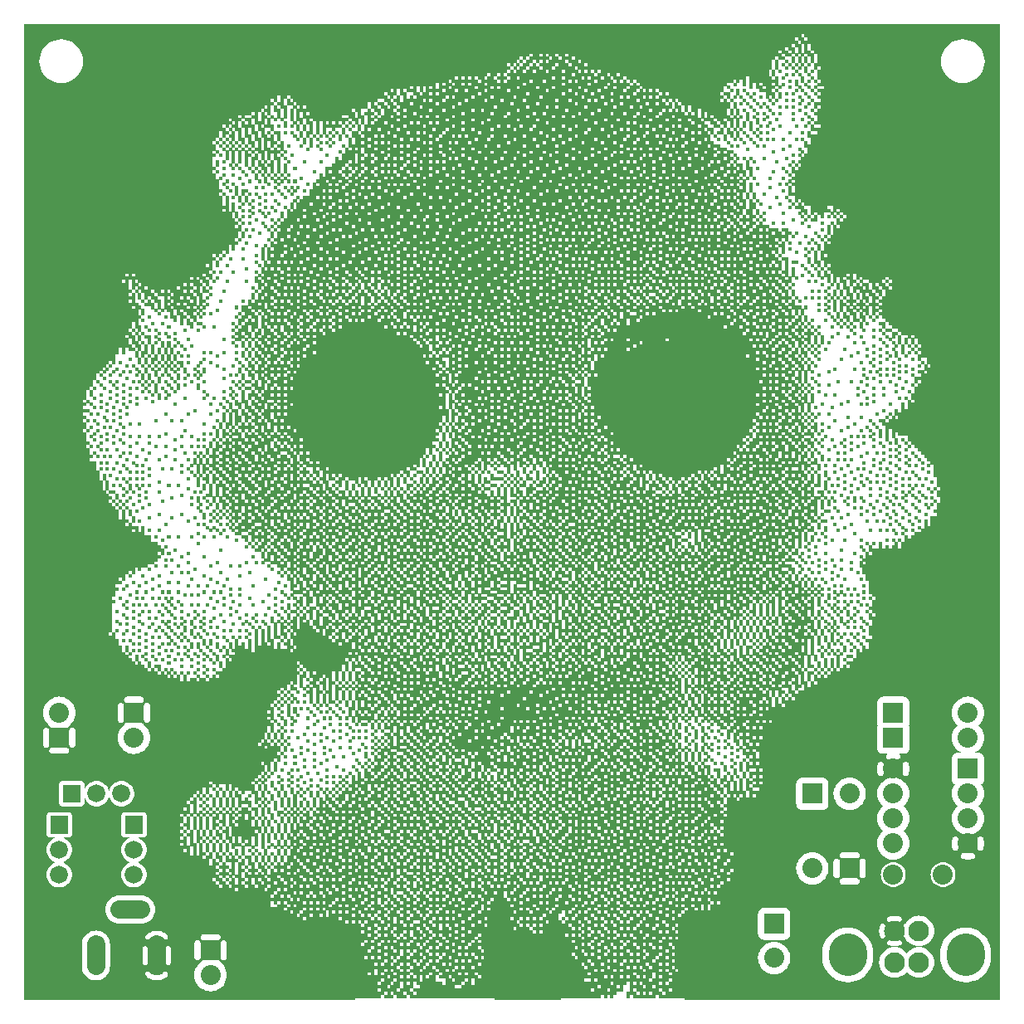
<source format=gtl>
G04 start of page 2 for group 3 layer_idx 0 *
G04 Title: (unknown), top_copper *
G04 Creator: pcb-rnd 3.1.5-dev *
G04 CreationDate: 2024-03-24 10:39:21 UTC *
G04 For: STEM4ukraine *
G04 Format: Gerber/RS-274X *
G04 PCB-Dimensions: 393701 393701 *
G04 PCB-Coordinate-Origin: lower left *
%MOIN*%
%FSLAX25Y25*%
%LNTOP_COPPER_NONE_3*%
%ADD22C,0.0374*%
%ADD21C,0.0350*%
%ADD20C,0.1220*%
%ADD19C,0.1260*%
%ADD18C,0.0420*%
%ADD17C,0.0394*%
%ADD16C,0.0827*%
%ADD15C,0.1535*%
%ADD14C,0.0730*%
%ADD13C,0.0720*%
%ADD12C,0.0800*%
%ADD11C,0.0001*%
G54D11*G36*
X377939Y217520D02*Y369127D01*
X377953Y369126D01*
X379334Y369235D01*
X380680Y369558D01*
X381960Y370088D01*
X383141Y370812D01*
X384194Y371712D01*
X385093Y372765D01*
X385817Y373946D01*
X386347Y375225D01*
X386670Y376572D01*
X386752Y377953D01*
X386670Y379334D01*
X386347Y380680D01*
X385817Y381960D01*
X385093Y383141D01*
X384194Y384194D01*
X383141Y385093D01*
X381960Y385817D01*
X380680Y386347D01*
X379334Y386670D01*
X377953Y386779D01*
X377939Y386778D01*
Y392717D01*
X392717D01*
Y217520D01*
X377939D01*
G37*
G36*
X369094D02*X366142Y263780D01*
X354331Y276575D01*
X349409Y293307D01*
X334646Y299213D01*
X331693Y321850D01*
X325787Y330709D01*
X322835Y382874D01*
X314961Y390748D01*
X304134Y385827D01*
X294291Y375000D01*
X237205D01*
X220472Y382874D01*
X195866D01*
X121063Y365157D01*
X94488D01*
X74803Y349409D01*
Y305118D01*
X66929Y297244D01*
X38386Y293307D01*
X37402Y265748D01*
X23622Y248031D01*
Y222441D01*
X36417Y122047D01*
X17871D01*
X17015Y122402D01*
X16020Y122641D01*
X15734Y122663D01*
Y369127D01*
X15748Y369126D01*
X17129Y369235D01*
X18476Y369558D01*
X19755Y370088D01*
X20936Y370812D01*
X21989Y371712D01*
X22889Y372765D01*
X23612Y373946D01*
X24142Y375225D01*
X24466Y376572D01*
X24547Y377953D01*
X24466Y379334D01*
X24142Y380680D01*
X23612Y381960D01*
X22889Y383141D01*
X21989Y384194D01*
X20936Y385093D01*
X19755Y385817D01*
X18476Y386347D01*
X17129Y386670D01*
X15748Y386779D01*
X15734Y386778D01*
Y392717D01*
X377939D01*
Y386778D01*
X376572Y386670D01*
X375225Y386347D01*
X373946Y385817D01*
X372765Y385093D01*
X371712Y384194D01*
X370812Y383141D01*
X370088Y381960D01*
X369558Y380680D01*
X369235Y379334D01*
X369126Y377953D01*
X369235Y376572D01*
X369558Y375225D01*
X370088Y373946D01*
X370812Y372765D01*
X371712Y371712D01*
X372765Y370812D01*
X373946Y370088D01*
X375225Y369558D01*
X376572Y369235D01*
X377939Y369127D01*
Y217520D01*
X369094D01*
G37*
G36*
X15000Y122721D02*X13980Y122641D01*
X12985Y122402D01*
X12129Y122047D01*
X984D01*
Y392717D01*
X15734D01*
Y386778D01*
X14367Y386670D01*
X13021Y386347D01*
X11741Y385817D01*
X10560Y385093D01*
X9507Y384194D01*
X8607Y383141D01*
X7884Y381960D01*
X7354Y380680D01*
X7030Y379334D01*
X6922Y377953D01*
X7030Y376572D01*
X7354Y375225D01*
X7884Y373946D01*
X8607Y372765D01*
X9507Y371712D01*
X10560Y370812D01*
X11741Y370088D01*
X13021Y369558D01*
X14367Y369235D01*
X15734Y369127D01*
Y122663D01*
X15000Y122721D01*
G37*
G36*
X189961Y23622D02*X216535D01*
Y984D01*
X189961D01*
Y23622D01*
G37*
G36*
X81693Y41339D02*X94488D01*
Y26575D01*
X133858D01*
Y984D01*
X75777D01*
Y4308D01*
X75787Y4307D01*
X76807Y4387D01*
X77802Y4626D01*
X78747Y5017D01*
X79620Y5552D01*
X80398Y6216D01*
X81062Y6994D01*
X81597Y7867D01*
X81988Y8812D01*
X82227Y9807D01*
X82287Y10827D01*
X82227Y11847D01*
X81988Y12842D01*
X81597Y13787D01*
X81062Y14659D01*
X80398Y15437D01*
X79702Y16031D01*
X79655Y16146D01*
X79552Y16314D01*
X79424Y16463D01*
X79274Y16591D01*
X79107Y16694D01*
X78925Y16769D01*
X78734Y16815D01*
X78538Y16827D01*
X79787D01*
Y18077D01*
X79799Y17881D01*
X79845Y17689D01*
X79920Y17508D01*
X80023Y17340D01*
X80151Y17190D01*
X80300Y17062D01*
X80468Y16960D01*
X80650Y16884D01*
X80841Y16838D01*
X81037Y16823D01*
X81234Y16838D01*
X81425Y16884D01*
X81607Y16960D01*
X81774Y17062D01*
X81924Y17190D01*
X82052Y17340D01*
X82155Y17508D01*
X82230Y17689D01*
X82276Y17881D01*
X82287Y18077D01*
Y23577D01*
X82276Y23773D01*
X82230Y23964D01*
X82155Y24146D01*
X82052Y24314D01*
X81924Y24463D01*
X81774Y24591D01*
X81607Y24694D01*
X81425Y24769D01*
X81234Y24815D01*
X81037Y24831D01*
X80841Y24815D01*
X80650Y24769D01*
X80468Y24694D01*
X80300Y24591D01*
X80151Y24463D01*
X80023Y24314D01*
X79920Y24146D01*
X79845Y23964D01*
X79799Y23773D01*
X79787Y23577D01*
Y24827D01*
X78538D01*
X78734Y24838D01*
X78925Y24884D01*
X79107Y24960D01*
X79274Y25062D01*
X79424Y25190D01*
X79552Y25340D01*
X79655Y25508D01*
X79730Y25689D01*
X79776Y25881D01*
X79791Y26077D01*
X79776Y26273D01*
X79730Y26464D01*
X79655Y26646D01*
X79552Y26814D01*
X79424Y26963D01*
X79274Y27091D01*
X79107Y27194D01*
X78925Y27269D01*
X78734Y27315D01*
X78537Y27327D01*
X75777D01*
Y47846D01*
X81693Y41339D01*
G37*
G36*
X89567Y125984D02*Y90551D01*
X75777D01*
Y125984D01*
X89567D01*
G37*
G36*
X75777D02*Y90551D01*
X61024D01*
Y57087D01*
X71850Y52165D01*
X75777Y47846D01*
Y27327D01*
X73037D01*
X72841Y27315D01*
X72650Y27269D01*
X72468Y27194D01*
X72300Y27091D01*
X72151Y26963D01*
X72023Y26814D01*
X71920Y26646D01*
X71845Y26464D01*
X71799Y26273D01*
X71784Y26077D01*
X71799Y25881D01*
X71845Y25689D01*
X71920Y25508D01*
X72023Y25340D01*
X72151Y25190D01*
X72300Y25062D01*
X72468Y24960D01*
X72650Y24884D01*
X72841Y24838D01*
X73037Y24827D01*
X71787D01*
Y23577D01*
X71776Y23773D01*
X71730Y23964D01*
X71655Y24146D01*
X71552Y24314D01*
X71424Y24463D01*
X71274Y24591D01*
X71107Y24694D01*
X70925Y24769D01*
X70734Y24815D01*
X70537Y24831D01*
X70341Y24815D01*
X70150Y24769D01*
X69968Y24694D01*
X69800Y24591D01*
X69651Y24463D01*
X69523Y24314D01*
X69420Y24146D01*
X69345Y23964D01*
X69299Y23773D01*
X69287Y23577D01*
Y18077D01*
X69299Y17881D01*
X69345Y17689D01*
X69420Y17508D01*
X69523Y17340D01*
X69651Y17190D01*
X69800Y17062D01*
X69968Y16960D01*
X70150Y16884D01*
X70341Y16838D01*
X70537Y16823D01*
X70734Y16838D01*
X70925Y16884D01*
X71107Y16960D01*
X71274Y17062D01*
X71424Y17190D01*
X71552Y17340D01*
X71655Y17508D01*
X71730Y17689D01*
X71776Y17881D01*
X71787Y18077D01*
Y16827D01*
X73037D01*
X72841Y16815D01*
X72650Y16769D01*
X72468Y16694D01*
X72300Y16591D01*
X72151Y16463D01*
X72023Y16314D01*
X71920Y16146D01*
X71873Y16031D01*
X71177Y15437D01*
X70513Y14659D01*
X69978Y13787D01*
X69586Y12842D01*
X69348Y11847D01*
X69267Y10827D01*
X69348Y9807D01*
X69586Y8812D01*
X69978Y7867D01*
X70513Y6994D01*
X71177Y6216D01*
X71955Y5552D01*
X72827Y5017D01*
X73773Y4626D01*
X74767Y4387D01*
X75777Y4308D01*
Y984D01*
X58783D01*
Y14867D01*
X58940Y14879D01*
X59093Y14916D01*
X59239Y14976D01*
X59373Y15059D01*
X59493Y15161D01*
X59595Y15280D01*
X59677Y15415D01*
X59737Y15560D01*
X59774Y15713D01*
X59783Y15870D01*
Y21531D01*
X59774Y21688D01*
X59737Y21841D01*
X59677Y21987D01*
X59595Y22121D01*
X59493Y22241D01*
X59373Y22343D01*
X59239Y22425D01*
X59093Y22485D01*
X58940Y22522D01*
X58783Y22535D01*
Y125984D01*
X75777D01*
G37*
G36*
X58783D02*Y22535D01*
X58627Y22522D01*
X58473Y22485D01*
X58328Y22425D01*
X58194Y22343D01*
X58074Y22241D01*
X57972Y22121D01*
X57890Y21987D01*
X57829Y21841D01*
X57793Y21688D01*
X57783Y21531D01*
Y15870D01*
X57793Y15713D01*
X57829Y15560D01*
X57890Y15415D01*
X57972Y15280D01*
X58074Y15161D01*
X58194Y15059D01*
X58328Y14976D01*
X58473Y14916D01*
X58627Y14879D01*
X58783Y14867D01*
Y984D01*
X54136D01*
Y8720D01*
X54390D01*
X54900Y8767D01*
X55403Y8859D01*
X55897Y8996D01*
X56375Y9178D01*
X56836Y9402D01*
X57274Y9667D01*
X57687Y9970D01*
X58070Y10309D01*
X58421Y10682D01*
X58515Y10809D01*
X58587Y10949D01*
X58637Y11099D01*
X58662Y11255D01*
X58663Y11413D01*
X58638Y11569D01*
X58590Y11720D01*
X58519Y11861D01*
X58427Y11989D01*
X58315Y12101D01*
X58188Y12194D01*
X58047Y12267D01*
X57897Y12316D01*
X57741Y12341D01*
X57583Y12342D01*
X57427Y12318D01*
X57277Y12269D01*
X57136Y12198D01*
X57007Y12106D01*
X56898Y11992D01*
X56674Y11749D01*
X56427Y11530D01*
X56160Y11335D01*
X55877Y11164D01*
X55580Y11019D01*
X55271Y10902D01*
X54953Y10814D01*
X54628Y10754D01*
X54299Y10724D01*
X54136D01*
Y26677D01*
X54299D01*
X54628Y26647D01*
X54953Y26588D01*
X55271Y26499D01*
X55580Y26382D01*
X55877Y26238D01*
X56160Y26067D01*
X56427Y25871D01*
X56674Y25652D01*
X56901Y25412D01*
X57010Y25299D01*
X57138Y25207D01*
X57278Y25136D01*
X57428Y25088D01*
X57583Y25064D01*
X57741Y25064D01*
X57896Y25089D01*
X58046Y25138D01*
X58186Y25210D01*
X58313Y25303D01*
X58424Y25415D01*
X58516Y25543D01*
X58587Y25683D01*
X58635Y25833D01*
X58659Y25989D01*
X58658Y26146D01*
X58633Y26301D01*
X58584Y26451D01*
X58512Y26591D01*
X58417Y26716D01*
X58070Y27092D01*
X57687Y27432D01*
X57274Y27735D01*
X56836Y28000D01*
X56375Y28224D01*
X55897Y28405D01*
X55403Y28543D01*
X54900Y28635D01*
X54390Y28681D01*
X54136D01*
Y125984D01*
X58783D01*
G37*
G36*
X54136D02*Y28681D01*
X53878D01*
X53368Y28635D01*
X52864Y28543D01*
X52371Y28405D01*
X51892Y28224D01*
X51432Y28000D01*
X50994Y27735D01*
X50581Y27432D01*
X50198Y27092D01*
X49847Y26720D01*
X49753Y26593D01*
X49680Y26452D01*
X49631Y26302D01*
X49606Y26146D01*
X49605Y25988D01*
X49629Y25832D01*
X49678Y25682D01*
X49749Y25541D01*
X49841Y25413D01*
X49952Y25301D01*
X50080Y25207D01*
X50220Y25135D01*
X50371Y25086D01*
X50527Y25060D01*
X50684Y25060D01*
X50841Y25084D01*
X50991Y25132D01*
X51132Y25203D01*
X51260Y25296D01*
X51370Y25409D01*
X51594Y25652D01*
X51841Y25871D01*
X52107Y26067D01*
X52390Y26238D01*
X52687Y26382D01*
X52996Y26499D01*
X53315Y26588D01*
X53640Y26647D01*
X53969Y26677D01*
X54136D01*
Y10724D01*
X53969D01*
X53640Y10754D01*
X53315Y10814D01*
X52996Y10902D01*
X52687Y11019D01*
X52390Y11164D01*
X52107Y11335D01*
X51841Y11530D01*
X51594Y11749D01*
X51367Y11990D01*
X51258Y12103D01*
X51130Y12195D01*
X50990Y12266D01*
X50840Y12314D01*
X50684Y12338D01*
X50527Y12337D01*
X50371Y12312D01*
X50222Y12263D01*
X50082Y12191D01*
X49955Y12098D01*
X49844Y11986D01*
X49752Y11859D01*
X49681Y11718D01*
X49633Y11568D01*
X49609Y11413D01*
X49609Y11255D01*
X49635Y11100D01*
X49684Y10951D01*
X49756Y10811D01*
X49851Y10686D01*
X50198Y10309D01*
X50581Y9970D01*
X50994Y9667D01*
X51432Y9402D01*
X51892Y9178D01*
X52371Y8996D01*
X52864Y8859D01*
X53368Y8767D01*
X53878Y8720D01*
X54136D01*
Y984D01*
X49484D01*
Y14867D01*
X49641Y14879D01*
X49794Y14916D01*
X49940Y14976D01*
X50074Y15059D01*
X50194Y15161D01*
X50296Y15280D01*
X50378Y15415D01*
X50438Y15560D01*
X50475Y15713D01*
X50484Y15870D01*
Y21531D01*
X50475Y21688D01*
X50438Y21841D01*
X50378Y21987D01*
X50296Y22121D01*
X50194Y22241D01*
X50074Y22343D01*
X49940Y22425D01*
X49794Y22485D01*
X49641Y22522D01*
X49484Y22535D01*
Y31791D01*
X49586Y31815D01*
X50407Y32155D01*
X51166Y32620D01*
X51842Y33198D01*
X52419Y33874D01*
X52884Y34632D01*
X53224Y35454D01*
X53432Y36318D01*
X53502Y37205D01*
X53432Y38091D01*
X53224Y38956D01*
X52884Y39778D01*
X52419Y40536D01*
X51842Y41212D01*
X51166Y41789D01*
X50407Y42254D01*
X49586Y42594D01*
X49484Y42619D01*
Y48758D01*
X49558Y48878D01*
X49865Y49620D01*
X50053Y50401D01*
X50100Y51201D01*
X50053Y52001D01*
X49865Y52782D01*
X49558Y53523D01*
X49484Y53644D01*
Y58758D01*
X49558Y58878D01*
X49865Y59620D01*
X50053Y60401D01*
X50100Y61201D01*
X50053Y62001D01*
X49865Y62782D01*
X49558Y63523D01*
X49484Y63644D01*
Y66383D01*
X49484Y66384D01*
X49664Y66537D01*
X49817Y66716D01*
X49941Y66918D01*
X50031Y67136D01*
X50086Y67365D01*
X50105Y67601D01*
X50100Y67660D01*
Y74742D01*
X50105Y74801D01*
X50086Y75036D01*
X50086Y75036D01*
X50031Y75266D01*
X49941Y75484D01*
X49817Y75685D01*
X49664Y75865D01*
X49484Y76018D01*
X49484Y76018D01*
Y101483D01*
X49610Y101590D01*
X50275Y102368D01*
X50809Y103241D01*
X51201Y104186D01*
X51440Y105181D01*
X51500Y106201D01*
X51440Y107221D01*
X51201Y108216D01*
X50809Y109161D01*
X50275Y110033D01*
X49610Y110811D01*
X49484Y110919D01*
Y112461D01*
X49513Y112436D01*
X49681Y112334D01*
X49863Y112258D01*
X50054Y112212D01*
X50250Y112197D01*
X50446Y112212D01*
X50637Y112258D01*
X50819Y112334D01*
X50987Y112436D01*
X51137Y112564D01*
X51264Y112714D01*
X51367Y112882D01*
X51442Y113063D01*
X51488Y113255D01*
X51500Y113451D01*
Y118951D01*
X51488Y119147D01*
X51442Y119338D01*
X51367Y119520D01*
X51264Y119688D01*
X51137Y119837D01*
X50987Y119965D01*
X50819Y120068D01*
X50637Y120143D01*
X50446Y120189D01*
X50250Y120205D01*
X50054Y120189D01*
X49863Y120143D01*
X49681Y120068D01*
X49513Y119965D01*
X49484Y119941D01*
Y125984D01*
X54136D01*
G37*
G36*
X48915Y111405D02*X48867Y111520D01*
X48764Y111688D01*
X48637Y111837D01*
X48487Y111965D01*
X48319Y112068D01*
X48137Y112143D01*
X47946Y112189D01*
X47750Y112201D01*
X49000D01*
Y113451D01*
X49012Y113255D01*
X49058Y113063D01*
X49133Y112882D01*
X49236Y112714D01*
X49363Y112564D01*
X49484Y112461D01*
Y110919D01*
X48915Y111405D01*
G37*
G36*
X49283Y76141D02*X49065Y76232D01*
X48835Y76287D01*
X48600Y76305D01*
X48541Y76301D01*
X44990D01*
Y82639D01*
X45053Y82901D01*
X45100Y83701D01*
X45053Y84501D01*
X44990Y84763D01*
Y99682D01*
X45000Y99681D01*
X46020Y99761D01*
X47015Y100000D01*
X47960Y100391D01*
X48832Y100926D01*
X49484Y101483D01*
Y76018D01*
X49283Y76141D01*
G37*
G36*
X49139Y64208D02*X48617Y64818D01*
X48007Y65340D01*
X47322Y65759D01*
X46581Y66066D01*
X46437Y66101D01*
X48541D01*
X48600Y66096D01*
X48835Y66115D01*
X48835Y66115D01*
X49065Y66170D01*
X49283Y66260D01*
X49484Y66383D01*
Y63644D01*
X49139Y64208D01*
G37*
G36*
Y54208D02*X48617Y54818D01*
X48007Y55340D01*
X47322Y55759D01*
X46581Y56066D01*
X46020Y56201D01*
X46581Y56335D01*
X47322Y56643D01*
X48007Y57062D01*
X48617Y57583D01*
X49139Y58194D01*
X49484Y58758D01*
Y53644D01*
X49139Y54208D01*
G37*
G36*
X48721Y42802D02*X47835Y42854D01*
X44990D01*
Y46086D01*
X45000Y46085D01*
X45800Y46148D01*
X46581Y46335D01*
X47322Y46643D01*
X48007Y47062D01*
X48617Y47583D01*
X49139Y48194D01*
X49484Y48758D01*
Y42619D01*
X48721Y42802D01*
G37*
G36*
X44990Y984D02*Y31555D01*
X47835D01*
X48721Y31607D01*
X49484Y31791D01*
Y22535D01*
X49327Y22522D01*
X49174Y22485D01*
X49029Y22425D01*
X48895Y22343D01*
X48775Y22241D01*
X48673Y22121D01*
X48590Y21987D01*
X48530Y21841D01*
X48494Y21688D01*
X48484Y21531D01*
Y15870D01*
X48494Y15713D01*
X48530Y15560D01*
X48590Y15415D01*
X48673Y15280D01*
X48775Y15161D01*
X48895Y15059D01*
X49029Y14976D01*
X49174Y14916D01*
X49327Y14879D01*
X49484Y14867D01*
Y984D01*
X44990D01*
G37*
G36*
X49484Y125984D02*Y119941D01*
X49363Y119837D01*
X49236Y119688D01*
X49133Y119520D01*
X49058Y119338D01*
X49012Y119147D01*
X49000Y118951D01*
Y120201D01*
X47750D01*
X47946Y120212D01*
X48137Y120258D01*
X48319Y120334D01*
X48487Y120436D01*
X48637Y120564D01*
X48764Y120714D01*
X48867Y120882D01*
X48942Y121063D01*
X48988Y121255D01*
X49004Y121451D01*
X48988Y121647D01*
X48942Y121838D01*
X48867Y122020D01*
X48764Y122188D01*
X48637Y122337D01*
X48487Y122465D01*
X48319Y122568D01*
X48137Y122643D01*
X47946Y122689D01*
X47750Y122701D01*
X44990D01*
Y125984D01*
X49484D01*
G37*
G36*
X29724Y984D02*Y8703D01*
X30611Y8773D01*
X31476Y8980D01*
X32297Y9321D01*
X33055Y9785D01*
X33732Y10363D01*
X34309Y11039D01*
X34774Y11797D01*
X35114Y12619D01*
X35322Y13484D01*
X35374Y14370D01*
Y23031D01*
X35322Y23918D01*
X35114Y24783D01*
X34774Y25604D01*
X34309Y26362D01*
X33732Y27039D01*
X33055Y27616D01*
X32297Y28081D01*
X31476Y28421D01*
X30611Y28629D01*
X29724Y28699D01*
Y78607D01*
X30000Y78585D01*
X30800Y78648D01*
X31581Y78835D01*
X32322Y79143D01*
X33007Y79562D01*
X33617Y80083D01*
X34139Y80694D01*
X34558Y81378D01*
X34865Y82120D01*
X35000Y82681D01*
X35135Y82120D01*
X35442Y81378D01*
X35861Y80694D01*
X36383Y80083D01*
X36993Y79562D01*
X37678Y79143D01*
X38419Y78835D01*
X39200Y78648D01*
X40000Y78585D01*
X40800Y78648D01*
X41581Y78835D01*
X42322Y79143D01*
X43007Y79562D01*
X43617Y80083D01*
X44139Y80694D01*
X44558Y81378D01*
X44865Y82120D01*
X44990Y82639D01*
Y76301D01*
X41459D01*
X41400Y76305D01*
X41165Y76287D01*
X41165Y76287D01*
X40935Y76232D01*
X40717Y76141D01*
X40516Y76018D01*
X40336Y75865D01*
X40183Y75685D01*
X40059Y75484D01*
X39969Y75266D01*
X39914Y75036D01*
X39895Y74801D01*
X39900Y74742D01*
Y67660D01*
X39895Y67601D01*
X39914Y67366D01*
X39914Y67365D01*
X39969Y67136D01*
X40059Y66918D01*
X40183Y66716D01*
X40336Y66537D01*
X40516Y66384D01*
X40717Y66260D01*
X40935Y66170D01*
X41165Y66115D01*
X41400Y66096D01*
X41459Y66101D01*
X43563D01*
X43419Y66066D01*
X42678Y65759D01*
X41993Y65340D01*
X41383Y64818D01*
X40861Y64208D01*
X40442Y63523D01*
X40135Y62782D01*
X39947Y62001D01*
X39884Y61201D01*
X39947Y60401D01*
X40135Y59620D01*
X40442Y58878D01*
X40861Y58194D01*
X41383Y57583D01*
X41993Y57062D01*
X42678Y56643D01*
X43419Y56335D01*
X43980Y56201D01*
X43419Y56066D01*
X42678Y55759D01*
X41993Y55340D01*
X41383Y54818D01*
X40861Y54208D01*
X40442Y53523D01*
X40135Y52782D01*
X39947Y52001D01*
X39884Y51201D01*
X39947Y50401D01*
X40135Y49620D01*
X40442Y48878D01*
X40861Y48194D01*
X41383Y47583D01*
X41993Y47062D01*
X42678Y46643D01*
X43419Y46335D01*
X44200Y46148D01*
X44990Y46086D01*
Y42854D01*
X39173D01*
X38287Y42802D01*
X37422Y42594D01*
X36600Y42254D01*
X35842Y41789D01*
X35166Y41212D01*
X34589Y40536D01*
X34124Y39778D01*
X33784Y38956D01*
X33576Y38091D01*
X33506Y37205D01*
X33576Y36318D01*
X33784Y35454D01*
X34124Y34632D01*
X34589Y33874D01*
X35166Y33198D01*
X35842Y32620D01*
X36600Y32155D01*
X37422Y31815D01*
X38287Y31607D01*
X39173Y31555D01*
X44990D01*
Y984D01*
X29724D01*
G37*
G36*
X14990D02*Y46086D01*
X15000Y46085D01*
X15800Y46148D01*
X16581Y46335D01*
X17322Y46643D01*
X18007Y47062D01*
X18617Y47583D01*
X19139Y48194D01*
X19558Y48878D01*
X19865Y49620D01*
X20053Y50401D01*
X20100Y51201D01*
X20053Y52001D01*
X19865Y52782D01*
X19558Y53523D01*
X19139Y54208D01*
X18617Y54818D01*
X18007Y55340D01*
X17322Y55759D01*
X16581Y56066D01*
X16020Y56201D01*
X16581Y56335D01*
X17322Y56643D01*
X18007Y57062D01*
X18617Y57583D01*
X19139Y58194D01*
X19558Y58878D01*
X19865Y59620D01*
X20053Y60401D01*
X20100Y61201D01*
X20053Y62001D01*
X19865Y62782D01*
X19558Y63523D01*
X19139Y64208D01*
X18617Y64818D01*
X18007Y65340D01*
X17322Y65759D01*
X16581Y66066D01*
X16437Y66101D01*
X18541D01*
X18600Y66096D01*
X18835Y66115D01*
X18835Y66115D01*
X19065Y66170D01*
X19283Y66260D01*
X19484Y66384D01*
X19664Y66537D01*
X19817Y66716D01*
X19941Y66918D01*
X20031Y67136D01*
X20086Y67365D01*
X20105Y67601D01*
X20100Y67660D01*
Y74742D01*
X20105Y74801D01*
X20086Y75036D01*
X20086Y75036D01*
X20031Y75266D01*
X19941Y75484D01*
X19817Y75685D01*
X19664Y75865D01*
X19484Y76018D01*
X19283Y76141D01*
X19065Y76232D01*
X18835Y76287D01*
X18600Y76305D01*
X18541Y76301D01*
X14990D01*
Y79585D01*
X15059Y79418D01*
X15183Y79216D01*
X15336Y79037D01*
X15516Y78884D01*
X15717Y78760D01*
X15935Y78670D01*
X16165Y78615D01*
X16400Y78596D01*
X16459Y78601D01*
X23541D01*
X23600Y78596D01*
X23835Y78615D01*
X23835Y78615D01*
X24065Y78670D01*
X24283Y78760D01*
X24484Y78884D01*
X24664Y79037D01*
X24817Y79216D01*
X24941Y79418D01*
X25031Y79636D01*
X25086Y79865D01*
X25105Y80101D01*
X25100Y80160D01*
Y82264D01*
X25135Y82120D01*
X25442Y81378D01*
X25861Y80694D01*
X26383Y80083D01*
X26993Y79562D01*
X27678Y79143D01*
X28419Y78835D01*
X29200Y78648D01*
X29724Y78607D01*
Y28699D01*
X28838Y28629D01*
X27973Y28421D01*
X27152Y28081D01*
X26393Y27616D01*
X25717Y27039D01*
X25140Y26362D01*
X24675Y25604D01*
X24335Y24783D01*
X24127Y23918D01*
X24075Y23031D01*
Y14370D01*
X24127Y13484D01*
X24335Y12619D01*
X24675Y11797D01*
X25140Y11039D01*
X25717Y10363D01*
X26393Y9785D01*
X27152Y9321D01*
X27973Y8980D01*
X28838Y8773D01*
X29724Y8703D01*
Y984D01*
X14990D01*
G37*
G36*
X44990Y125984D02*Y122701D01*
X42250D01*
X42054Y122689D01*
X41863Y122643D01*
X41681Y122568D01*
X41513Y122465D01*
X41363Y122337D01*
X41236Y122188D01*
X41133Y122020D01*
X41058Y121838D01*
X41012Y121647D01*
X40996Y121451D01*
X41012Y121255D01*
X41058Y121063D01*
X41133Y120882D01*
X41236Y120714D01*
X41363Y120564D01*
X41513Y120436D01*
X41681Y120334D01*
X41863Y120258D01*
X42054Y120212D01*
X42250Y120201D01*
X41000D01*
Y118951D01*
X40988Y119147D01*
X40942Y119338D01*
X40867Y119520D01*
X40764Y119688D01*
X40637Y119837D01*
X40487Y119965D01*
X40319Y120068D01*
X40137Y120143D01*
X39946Y120189D01*
X39750Y120205D01*
X39554Y120189D01*
X39363Y120143D01*
X39181Y120068D01*
X39013Y119965D01*
X38863Y119837D01*
X38736Y119688D01*
X38633Y119520D01*
X38558Y119338D01*
X38512Y119147D01*
X38500Y118951D01*
Y113451D01*
X38512Y113255D01*
X38558Y113063D01*
X38633Y112882D01*
X38736Y112714D01*
X38863Y112564D01*
X39013Y112436D01*
X39181Y112334D01*
X39363Y112258D01*
X39554Y112212D01*
X39750Y112197D01*
X39946Y112212D01*
X40137Y112258D01*
X40319Y112334D01*
X40487Y112436D01*
X40637Y112564D01*
X40764Y112714D01*
X40867Y112882D01*
X40942Y113063D01*
X40988Y113255D01*
X41000Y113451D01*
Y112201D01*
X42250D01*
X42054Y112189D01*
X41863Y112143D01*
X41681Y112068D01*
X41513Y111965D01*
X41363Y111837D01*
X41236Y111688D01*
X41133Y111520D01*
X41085Y111405D01*
X40390Y110811D01*
X39725Y110033D01*
X39191Y109161D01*
X38799Y108216D01*
X38560Y107221D01*
X38480Y106201D01*
X38560Y105181D01*
X38799Y104186D01*
X39191Y103241D01*
X39725Y102368D01*
X40390Y101590D01*
X41168Y100926D01*
X42040Y100391D01*
X42985Y100000D01*
X43980Y99761D01*
X44990Y99682D01*
Y84763D01*
X44865Y85282D01*
X44558Y86023D01*
X44139Y86708D01*
X43617Y87318D01*
X43007Y87840D01*
X42322Y88259D01*
X41581Y88566D01*
X40800Y88754D01*
X40000Y88817D01*
X39200Y88754D01*
X38419Y88566D01*
X37678Y88259D01*
X36993Y87840D01*
X36383Y87318D01*
X35861Y86708D01*
X35442Y86023D01*
X35135Y85282D01*
X35000Y84721D01*
X34865Y85282D01*
X34558Y86023D01*
X34139Y86708D01*
X33617Y87318D01*
X33007Y87840D01*
X32322Y88259D01*
X31581Y88566D01*
X30800Y88754D01*
X30000Y88817D01*
X29200Y88754D01*
X28419Y88566D01*
X27678Y88259D01*
X26993Y87840D01*
X26383Y87318D01*
X25861Y86708D01*
X25442Y86023D01*
X25135Y85282D01*
X25100Y85137D01*
Y87242D01*
X25105Y87301D01*
X25086Y87536D01*
X25086Y87536D01*
X25031Y87766D01*
X24941Y87984D01*
X24817Y88185D01*
X24664Y88365D01*
X24484Y88518D01*
X24283Y88641D01*
X24065Y88732D01*
X23835Y88787D01*
X23600Y88805D01*
X23541Y88801D01*
X16459D01*
X16400Y88805D01*
X16165Y88787D01*
X16165Y88787D01*
X15935Y88732D01*
X15717Y88641D01*
X15516Y88518D01*
X15336Y88365D01*
X15183Y88185D01*
X15059Y87984D01*
X14990Y87816D01*
Y99701D01*
X17750D01*
X17946Y99712D01*
X18137Y99758D01*
X18319Y99834D01*
X18487Y99936D01*
X18637Y100064D01*
X18764Y100214D01*
X18867Y100382D01*
X18942Y100563D01*
X18988Y100755D01*
X19004Y100951D01*
X18988Y101147D01*
X18942Y101338D01*
X18867Y101520D01*
X18764Y101688D01*
X18637Y101837D01*
X18487Y101965D01*
X18319Y102068D01*
X18137Y102143D01*
X17946Y102189D01*
X17750Y102201D01*
X19000D01*
Y103451D01*
X19012Y103255D01*
X19058Y103063D01*
X19133Y102882D01*
X19236Y102714D01*
X19363Y102564D01*
X19513Y102436D01*
X19681Y102334D01*
X19863Y102258D01*
X20054Y102212D01*
X20250Y102197D01*
X20446Y102212D01*
X20637Y102258D01*
X20819Y102334D01*
X20987Y102436D01*
X21137Y102564D01*
X21264Y102714D01*
X21367Y102882D01*
X21442Y103063D01*
X21488Y103255D01*
X21500Y103451D01*
Y108951D01*
X21488Y109147D01*
X21442Y109338D01*
X21367Y109520D01*
X21264Y109688D01*
X21137Y109837D01*
X20987Y109965D01*
X20819Y110068D01*
X20637Y110143D01*
X20446Y110189D01*
X20250Y110205D01*
X20054Y110189D01*
X19863Y110143D01*
X19681Y110068D01*
X19513Y109965D01*
X19363Y109837D01*
X19236Y109688D01*
X19133Y109520D01*
X19058Y109338D01*
X19012Y109147D01*
X19000Y108951D01*
Y110201D01*
X17750D01*
X17946Y110212D01*
X18137Y110258D01*
X18319Y110334D01*
X18487Y110436D01*
X18637Y110564D01*
X18764Y110714D01*
X18867Y110882D01*
X18915Y110996D01*
X19610Y111590D01*
X20275Y112368D01*
X20809Y113241D01*
X21201Y114186D01*
X21440Y115181D01*
X21500Y116201D01*
X21440Y117221D01*
X21201Y118216D01*
X20809Y119161D01*
X20275Y120033D01*
X19610Y120811D01*
X18832Y121476D01*
X17960Y122010D01*
X17015Y122402D01*
X16020Y122641D01*
X15000Y122721D01*
X14990Y122720D01*
Y125984D01*
X44990D01*
G37*
G36*
X14990D02*Y122720D01*
X13980Y122641D01*
X12985Y122402D01*
X12040Y122010D01*
X11168Y121476D01*
X10390Y120811D01*
X9725Y120033D01*
X9191Y119161D01*
X8799Y118216D01*
X8560Y117221D01*
X8480Y116201D01*
X8560Y115181D01*
X8799Y114186D01*
X9191Y113241D01*
X9725Y112368D01*
X10390Y111590D01*
X11085Y110996D01*
X11133Y110882D01*
X11236Y110714D01*
X11363Y110564D01*
X11513Y110436D01*
X11681Y110334D01*
X11863Y110258D01*
X12054Y110212D01*
X12250Y110201D01*
X11000D01*
Y108951D01*
X10988Y109147D01*
X10942Y109338D01*
X10867Y109520D01*
X10764Y109688D01*
X10637Y109837D01*
X10487Y109965D01*
X10319Y110068D01*
X10137Y110143D01*
X9946Y110189D01*
X9750Y110205D01*
X9554Y110189D01*
X9363Y110143D01*
X9181Y110068D01*
X9013Y109965D01*
X8863Y109837D01*
X8736Y109688D01*
X8633Y109520D01*
X8558Y109338D01*
X8512Y109147D01*
X8500Y108951D01*
Y103451D01*
X8512Y103255D01*
X8558Y103063D01*
X8633Y102882D01*
X8736Y102714D01*
X8863Y102564D01*
X9013Y102436D01*
X9181Y102334D01*
X9363Y102258D01*
X9554Y102212D01*
X9750Y102197D01*
X9946Y102212D01*
X10137Y102258D01*
X10319Y102334D01*
X10487Y102436D01*
X10637Y102564D01*
X10764Y102714D01*
X10867Y102882D01*
X10942Y103063D01*
X10988Y103255D01*
X11000Y103451D01*
Y102201D01*
X12250D01*
X12054Y102189D01*
X11863Y102143D01*
X11681Y102068D01*
X11513Y101965D01*
X11363Y101837D01*
X11236Y101688D01*
X11133Y101520D01*
X11058Y101338D01*
X11012Y101147D01*
X10996Y100951D01*
X11012Y100755D01*
X11058Y100563D01*
X11133Y100382D01*
X11236Y100214D01*
X11363Y100064D01*
X11513Y99936D01*
X11681Y99834D01*
X11863Y99758D01*
X12054Y99712D01*
X12250Y99701D01*
X14990D01*
Y87816D01*
X14969Y87766D01*
X14914Y87536D01*
X14895Y87301D01*
X14900Y87242D01*
Y80160D01*
X14895Y80101D01*
X14914Y79866D01*
X14914Y79865D01*
X14969Y79636D01*
X14990Y79585D01*
Y76301D01*
X11459D01*
X11400Y76305D01*
X11165Y76287D01*
X11165Y76287D01*
X10935Y76232D01*
X10717Y76141D01*
X10516Y76018D01*
X10336Y75865D01*
X10183Y75685D01*
X10059Y75484D01*
X9969Y75266D01*
X9914Y75036D01*
X9895Y74801D01*
X9900Y74742D01*
Y67660D01*
X9895Y67601D01*
X9914Y67366D01*
X9914Y67365D01*
X9969Y67136D01*
X10059Y66918D01*
X10183Y66716D01*
X10336Y66537D01*
X10516Y66384D01*
X10717Y66260D01*
X10935Y66170D01*
X11165Y66115D01*
X11400Y66096D01*
X11459Y66101D01*
X13563D01*
X13419Y66066D01*
X12678Y65759D01*
X11993Y65340D01*
X11383Y64818D01*
X10861Y64208D01*
X10442Y63523D01*
X10135Y62782D01*
X9947Y62001D01*
X9884Y61201D01*
X9947Y60401D01*
X10135Y59620D01*
X10442Y58878D01*
X10861Y58194D01*
X11383Y57583D01*
X11993Y57062D01*
X12678Y56643D01*
X13419Y56335D01*
X13980Y56201D01*
X13419Y56066D01*
X12678Y55759D01*
X11993Y55340D01*
X11383Y54818D01*
X10861Y54208D01*
X10442Y53523D01*
X10135Y52782D01*
X9947Y52001D01*
X9884Y51201D01*
X9947Y50401D01*
X10135Y49620D01*
X10442Y48878D01*
X10861Y48194D01*
X11383Y47583D01*
X11993Y47062D01*
X12678Y46643D01*
X13419Y46335D01*
X14200Y46148D01*
X14990Y46086D01*
Y984D01*
X984D01*
Y125984D01*
X14990D01*
G37*
G36*
X392717Y984D02*X385122D01*
Y9874D01*
X386313Y10892D01*
X387353Y12110D01*
X388190Y13476D01*
X388803Y14956D01*
X389177Y16513D01*
X389272Y18110D01*
Y19685D01*
X389177Y21282D01*
X388803Y22840D01*
X388190Y24320D01*
X387353Y25685D01*
X386313Y26904D01*
X385122Y27921D01*
Y60859D01*
X385203Y60866D01*
X385394Y60913D01*
X385576Y60989D01*
X385743Y61092D01*
X385892Y61221D01*
X386019Y61371D01*
X386121Y61539D01*
X386192Y61723D01*
X386348Y62275D01*
X386449Y62841D01*
X386500Y63413D01*
Y63988D01*
X386449Y64560D01*
X386348Y65126D01*
X386198Y65681D01*
X386125Y65864D01*
X386022Y66033D01*
X385895Y66183D01*
X385745Y66312D01*
X385578Y66416D01*
X385396Y66493D01*
X385204Y66540D01*
X385122Y66547D01*
Y69689D01*
X385275Y69868D01*
X385809Y70741D01*
X386201Y71686D01*
X386440Y72681D01*
X386500Y73701D01*
X386440Y74721D01*
X386201Y75716D01*
X385809Y76661D01*
X385275Y77533D01*
X385122Y77713D01*
Y79689D01*
X385275Y79868D01*
X385809Y80741D01*
X386201Y81686D01*
X386440Y82681D01*
X386500Y83701D01*
X386440Y84721D01*
X386201Y85716D01*
X385809Y86661D01*
X385275Y87533D01*
X385265Y87544D01*
X385474Y87672D01*
X385773Y87928D01*
X386029Y88227D01*
X386234Y88562D01*
X386385Y88926D01*
X386477Y89308D01*
X386508Y89701D01*
X386500Y89799D01*
Y97603D01*
X386508Y97701D01*
X386477Y98093D01*
X386477Y98093D01*
X386385Y98476D01*
X386234Y98839D01*
X386029Y99175D01*
X385773Y99474D01*
X385474Y99730D01*
X385138Y99935D01*
X385122Y99942D01*
Y102189D01*
X385275Y102368D01*
X385809Y103241D01*
X386201Y104186D01*
X386440Y105181D01*
X386500Y106201D01*
X386440Y107221D01*
X386201Y108216D01*
X385809Y109161D01*
X385275Y110033D01*
X385122Y110213D01*
Y112189D01*
X385275Y112368D01*
X385809Y113241D01*
X386201Y114186D01*
X386440Y115181D01*
X386500Y116201D01*
X386440Y117221D01*
X386201Y118216D01*
X385809Y119161D01*
X385275Y120033D01*
X385122Y120213D01*
Y218110D01*
X392717D01*
Y984D01*
G37*
G36*
X384610Y120811D02*X383832Y121476D01*
X382960Y122010D01*
X382015Y122402D01*
X381020Y122641D01*
X380000Y122721D01*
X379994Y122720D01*
Y218110D01*
X385122D01*
Y120213D01*
X384610Y120811D01*
G37*
G36*
Y110811D02*X384154Y111201D01*
X384610Y111590D01*
X385122Y112189D01*
Y110213D01*
X384610Y110811D01*
G37*
G36*
X384775Y100086D02*X384392Y100178D01*
X384000Y100208D01*
X383902Y100201D01*
X382500D01*
X382960Y100391D01*
X383832Y100926D01*
X384610Y101590D01*
X385122Y102189D01*
Y99942D01*
X384775Y100086D01*
G37*
G36*
X384610Y78311D02*X384154Y78701D01*
X384610Y79090D01*
X385122Y79689D01*
Y77713D01*
X384610Y78311D01*
G37*
G36*
X385095Y27944D02*X383729Y28781D01*
X382249Y29394D01*
X380691Y29768D01*
X379994Y29823D01*
Y57201D01*
X380287D01*
X380860Y57251D01*
X381425Y57352D01*
X381980Y57503D01*
X382163Y57576D01*
X382332Y57679D01*
X382483Y57806D01*
X382611Y57955D01*
X382715Y58123D01*
X382792Y58305D01*
X382839Y58497D01*
X382855Y58694D01*
X382841Y58890D01*
X382796Y59083D01*
X382721Y59265D01*
X382619Y59434D01*
X382491Y59585D01*
X382342Y59714D01*
X382174Y59818D01*
X381992Y59894D01*
X381801Y59941D01*
X381604Y59958D01*
X381407Y59943D01*
X381216Y59894D01*
X380876Y59798D01*
X380529Y59736D01*
X380177Y59705D01*
X379994D01*
Y67181D01*
X380000Y67181D01*
X381020Y67261D01*
X382015Y67500D01*
X382960Y67891D01*
X383832Y68426D01*
X384610Y69090D01*
X385122Y69689D01*
Y66547D01*
X385007Y66556D01*
X384810Y66542D01*
X384618Y66497D01*
X384436Y66422D01*
X384267Y66320D01*
X384116Y66192D01*
X383987Y66043D01*
X383883Y65875D01*
X383807Y65693D01*
X383760Y65501D01*
X383743Y65305D01*
X383758Y65108D01*
X383807Y64917D01*
X383903Y64577D01*
X383965Y64229D01*
X383996Y63877D01*
Y63524D01*
X383965Y63172D01*
X383903Y62825D01*
X383810Y62484D01*
X383762Y62293D01*
X383747Y62097D01*
X383764Y61901D01*
X383810Y61710D01*
X383887Y61528D01*
X383990Y61361D01*
X384119Y61212D01*
X384269Y61085D01*
X384437Y60983D01*
X384619Y60909D01*
X384811Y60864D01*
X385007Y60849D01*
X385122Y60859D01*
Y27921D01*
X385095Y27944D01*
G37*
G36*
X379994Y984D02*Y7972D01*
X380691Y8027D01*
X382249Y8401D01*
X383729Y9014D01*
X385095Y9851D01*
X385122Y9874D01*
Y984D01*
X379994D01*
G37*
G36*
X375390Y69090D02*X376168Y68426D01*
X377040Y67891D01*
X377985Y67500D01*
X378980Y67261D01*
X379994Y67181D01*
Y59705D01*
X379823D01*
X379471Y59736D01*
X379124Y59798D01*
X378783Y59890D01*
X378592Y59939D01*
X378396Y59954D01*
X378200Y59937D01*
X378009Y59890D01*
X377828Y59814D01*
X377660Y59710D01*
X377511Y59582D01*
X377384Y59432D01*
X377282Y59263D01*
X377208Y59081D01*
X377163Y58890D01*
X377149Y58694D01*
X377165Y58498D01*
X377212Y58306D01*
X377288Y58125D01*
X377392Y57958D01*
X377520Y57809D01*
X377670Y57682D01*
X377839Y57580D01*
X378022Y57509D01*
X378575Y57352D01*
X379140Y57251D01*
X379713Y57201D01*
X379994D01*
Y29823D01*
X379094Y29894D01*
X377498Y29768D01*
X375940Y29394D01*
X374878Y28954D01*
Y50103D01*
X374954Y50416D01*
X375000Y51201D01*
X374954Y51985D01*
X374878Y52299D01*
Y60855D01*
X374993Y60845D01*
X375190Y60860D01*
X375382Y60905D01*
X375564Y60980D01*
X375733Y61082D01*
X375884Y61209D01*
X376013Y61359D01*
X376117Y61527D01*
X376193Y61709D01*
X376240Y61900D01*
X376257Y62097D01*
X376242Y62294D01*
X376193Y62485D01*
X376097Y62825D01*
X376035Y63172D01*
X376004Y63524D01*
Y63877D01*
X376035Y64229D01*
X376097Y64577D01*
X376190Y64918D01*
X376238Y65108D01*
X376253Y65305D01*
X376236Y65501D01*
X376190Y65692D01*
X376113Y65873D01*
X376010Y66040D01*
X375881Y66189D01*
X375731Y66316D01*
X375563Y66418D01*
X375381Y66493D01*
X375189Y66538D01*
X374993Y66552D01*
X374878Y66543D01*
Y69689D01*
X375390Y69090D01*
G37*
G36*
Y79090D02*X375846Y78701D01*
X375390Y78311D01*
X374878Y77713D01*
Y79689D01*
X375390Y79090D01*
G37*
G36*
Y101590D02*X376168Y100926D01*
X377040Y100391D01*
X377500Y100201D01*
X376098D01*
X376000Y100208D01*
X375608Y100178D01*
X375608Y100178D01*
X375225Y100086D01*
X374878Y99942D01*
Y102189D01*
X375390Y101590D01*
G37*
G36*
Y111590D02*X375846Y111201D01*
X375390Y110811D01*
X374878Y110213D01*
Y112189D01*
X375390Y111590D01*
G37*
G36*
X379994Y218110D02*Y122720D01*
X378980Y122641D01*
X377985Y122402D01*
X377040Y122010D01*
X376168Y121476D01*
X375390Y120811D01*
X374878Y120213D01*
Y218110D01*
X379994D01*
G37*
G36*
X374878Y984D02*Y8841D01*
X375940Y8401D01*
X377498Y8027D01*
X379094Y7902D01*
X379994Y7972D01*
Y984D01*
X374878D01*
G37*
G36*
X355122D02*Y11944D01*
X355394Y12262D01*
X355964Y11594D01*
X356698Y10967D01*
X357522Y10463D01*
X358414Y10093D01*
X359352Y9868D01*
X360315Y9792D01*
X361277Y9868D01*
X362216Y10093D01*
X363108Y10463D01*
X363931Y10967D01*
X364666Y11594D01*
X365293Y12328D01*
X365797Y13152D01*
X366167Y14044D01*
X366392Y14982D01*
X366449Y15945D01*
X366392Y16907D01*
X366167Y17846D01*
X365797Y18738D01*
X365293Y19561D01*
X364666Y20296D01*
X363931Y20923D01*
X363108Y21427D01*
X362216Y21797D01*
X361277Y22022D01*
X360315Y22098D01*
X359352Y22022D01*
X358414Y21797D01*
X357522Y21427D01*
X356698Y20923D01*
X355964Y20296D01*
X355394Y19627D01*
X355122Y19946D01*
Y25279D01*
X355337Y24927D01*
X355964Y24193D01*
X356698Y23566D01*
X357522Y23061D01*
X358414Y22692D01*
X359352Y22466D01*
X360315Y22391D01*
X361277Y22466D01*
X362216Y22692D01*
X363108Y23061D01*
X363931Y23566D01*
X364666Y24193D01*
X365293Y24927D01*
X365797Y25750D01*
X366167Y26642D01*
X366392Y27581D01*
X366449Y28543D01*
X366392Y29506D01*
X366167Y30445D01*
X365797Y31337D01*
X365293Y32160D01*
X364666Y32894D01*
X363931Y33521D01*
X363108Y34025D01*
X362216Y34395D01*
X361277Y34620D01*
X360315Y34696D01*
X359352Y34620D01*
X358414Y34395D01*
X357522Y34025D01*
X356698Y33521D01*
X355964Y32894D01*
X355337Y32160D01*
X355122Y31808D01*
Y59689D01*
X355275Y59868D01*
X355809Y60741D01*
X356201Y61686D01*
X356440Y62681D01*
X356500Y63701D01*
X356440Y64721D01*
X356201Y65716D01*
X355809Y66661D01*
X355275Y67533D01*
X355122Y67713D01*
Y69689D01*
X355275Y69868D01*
X355809Y70741D01*
X356201Y71686D01*
X356440Y72681D01*
X356500Y73701D01*
X356440Y74721D01*
X356201Y75716D01*
X355809Y76661D01*
X355275Y77533D01*
X355122Y77713D01*
Y79689D01*
X355275Y79868D01*
X355809Y80741D01*
X356201Y81686D01*
X356440Y82681D01*
X356500Y83701D01*
X356440Y84721D01*
X356201Y85716D01*
X355809Y86661D01*
X355275Y87533D01*
X355122Y87713D01*
Y90859D01*
X355203Y90866D01*
X355394Y90913D01*
X355576Y90989D01*
X355743Y91092D01*
X355892Y91221D01*
X356019Y91371D01*
X356121Y91539D01*
X356192Y91723D01*
X356348Y92275D01*
X356449Y92841D01*
X356500Y93413D01*
Y93988D01*
X356449Y94560D01*
X356348Y95126D01*
X356198Y95681D01*
X356125Y95864D01*
X356022Y96033D01*
X355895Y96183D01*
X355745Y96312D01*
X355578Y96416D01*
X355396Y96493D01*
X355204Y96540D01*
X355122Y96547D01*
Y99959D01*
X355138Y99966D01*
X355474Y100172D01*
X355773Y100428D01*
X356029Y100727D01*
X356234Y101062D01*
X356385Y101426D01*
X356477Y101808D01*
X356508Y102201D01*
X356500Y102299D01*
Y110103D01*
X356508Y110201D01*
X356477Y110593D01*
X356477Y110593D01*
X356385Y110976D01*
X356292Y111201D01*
X356385Y111426D01*
X356477Y111808D01*
X356508Y112201D01*
X356500Y112299D01*
Y120103D01*
X356508Y120201D01*
X356477Y120593D01*
X356477Y120593D01*
X356385Y120976D01*
X356234Y121339D01*
X356029Y121675D01*
X355773Y121974D01*
X355474Y122230D01*
X355138Y122435D01*
X355122Y122442D01*
Y180993D01*
X369291Y188386D01*
X370472Y218110D01*
X374878D01*
Y120213D01*
X374725Y120033D01*
X374191Y119161D01*
X373799Y118216D01*
X373560Y117221D01*
X373480Y116201D01*
X373560Y115181D01*
X373799Y114186D01*
X374191Y113241D01*
X374725Y112368D01*
X374878Y112189D01*
Y110213D01*
X374725Y110033D01*
X374191Y109161D01*
X373799Y108216D01*
X373560Y107221D01*
X373480Y106201D01*
X373560Y105181D01*
X373799Y104186D01*
X374191Y103241D01*
X374725Y102368D01*
X374878Y102189D01*
Y99942D01*
X374862Y99935D01*
X374526Y99730D01*
X374227Y99474D01*
X373971Y99175D01*
X373766Y98839D01*
X373615Y98476D01*
X373523Y98093D01*
X373492Y97701D01*
X373500Y97603D01*
Y89799D01*
X373492Y89701D01*
X373523Y89309D01*
X373523Y89308D01*
X373615Y88926D01*
X373766Y88562D01*
X373971Y88227D01*
X374227Y87928D01*
X374526Y87672D01*
X374735Y87544D01*
X374725Y87533D01*
X374191Y86661D01*
X373799Y85716D01*
X373560Y84721D01*
X373480Y83701D01*
X373560Y82681D01*
X373799Y81686D01*
X374191Y80741D01*
X374725Y79868D01*
X374878Y79689D01*
Y77713D01*
X374725Y77533D01*
X374191Y76661D01*
X373799Y75716D01*
X373560Y74721D01*
X373480Y73701D01*
X373560Y72681D01*
X373799Y71686D01*
X374191Y70741D01*
X374725Y69868D01*
X374878Y69689D01*
Y66543D01*
X374797Y66536D01*
X374606Y66489D01*
X374424Y66413D01*
X374257Y66309D01*
X374108Y66181D01*
X373981Y66030D01*
X373879Y65862D01*
X373808Y65679D01*
X373652Y65126D01*
X373551Y64560D01*
X373500Y63988D01*
Y63413D01*
X373551Y62841D01*
X373652Y62275D01*
X373802Y61721D01*
X373875Y61538D01*
X373978Y61369D01*
X374105Y61218D01*
X374255Y61089D01*
X374422Y60985D01*
X374604Y60909D01*
X374796Y60862D01*
X374878Y60855D01*
Y52299D01*
X374770Y52751D01*
X374469Y53478D01*
X374058Y54149D01*
X373546Y54747D01*
X372948Y55258D01*
X372277Y55670D01*
X371550Y55971D01*
X370785Y56154D01*
X370000Y56216D01*
X369215Y56154D01*
X368450Y55971D01*
X367723Y55670D01*
X367052Y55258D01*
X366454Y54747D01*
X365942Y54149D01*
X365531Y53478D01*
X365230Y52751D01*
X365046Y51985D01*
X364985Y51201D01*
X365046Y50416D01*
X365230Y49651D01*
X365531Y48924D01*
X365942Y48253D01*
X366454Y47654D01*
X367052Y47143D01*
X367723Y46732D01*
X368450Y46431D01*
X369215Y46247D01*
X370000Y46185D01*
X370785Y46247D01*
X371550Y46431D01*
X372277Y46732D01*
X372948Y47143D01*
X373546Y47654D01*
X374058Y48253D01*
X374469Y48924D01*
X374770Y49651D01*
X374878Y50103D01*
Y28954D01*
X374460Y28781D01*
X373094Y27944D01*
X371876Y26904D01*
X370836Y25685D01*
X369999Y24320D01*
X369386Y22840D01*
X369012Y21282D01*
X368917Y19685D01*
Y18110D01*
X369012Y16513D01*
X369386Y14956D01*
X369999Y13476D01*
X370836Y12110D01*
X371876Y10892D01*
X373094Y9851D01*
X374460Y9014D01*
X374878Y8841D01*
Y984D01*
X355122D01*
G37*
G36*
X354610Y78311D02*X354154Y78701D01*
X354610Y79090D01*
X355122Y79689D01*
Y77713D01*
X354610Y78311D01*
G37*
G36*
Y68311D02*X354154Y68701D01*
X354610Y69090D01*
X355122Y69689D01*
Y67713D01*
X354610Y68311D01*
G37*
G36*
X350000Y57181D02*X351020Y57261D01*
X352015Y57500D01*
X352960Y57891D01*
X353832Y58426D01*
X354610Y59090D01*
X355122Y59689D01*
Y31808D01*
X354924Y31486D01*
X354821Y31452D01*
X354680Y31380D01*
X354553Y31287D01*
X354441Y31174D01*
X354349Y31046D01*
X354278Y30905D01*
X354229Y30755D01*
X354205Y30599D01*
X354206Y30441D01*
X354231Y30285D01*
X354283Y30136D01*
X354348Y29964D01*
X354238Y29506D01*
X354162Y28543D01*
X354238Y27581D01*
X354349Y27119D01*
X354287Y26949D01*
X354235Y26801D01*
X354210Y26646D01*
X354209Y26488D01*
X354233Y26333D01*
X354281Y26183D01*
X354352Y26042D01*
X354445Y25915D01*
X354556Y25803D01*
X354683Y25710D01*
X354823Y25638D01*
X354921Y25606D01*
X355122Y25279D01*
Y19946D01*
X354823Y20296D01*
X354089Y20923D01*
X353266Y21427D01*
X352374Y21797D01*
X351435Y22022D01*
X350472Y22098D01*
X349992Y22060D01*
Y22428D01*
X350202Y22409D01*
X350742D01*
X351280Y22457D01*
X351812Y22551D01*
X352333Y22692D01*
X352840Y22878D01*
X352981Y22949D01*
X353108Y23043D01*
X353220Y23155D01*
X353312Y23283D01*
X353384Y23424D01*
X353432Y23574D01*
X353456Y23731D01*
X353456Y23889D01*
X353430Y24045D01*
X353381Y24195D01*
X353309Y24335D01*
X353216Y24463D01*
X353104Y24574D01*
X352975Y24667D01*
X352834Y24738D01*
X352684Y24786D01*
X352528Y24811D01*
X352370Y24810D01*
X352214Y24785D01*
X352065Y24733D01*
X351725Y24604D01*
X351374Y24509D01*
X351016Y24445D01*
X350654Y24413D01*
X350291D01*
X349992Y24440D01*
Y32647D01*
X350291Y32673D01*
X350654D01*
X351016Y32641D01*
X351374Y32578D01*
X351725Y32483D01*
X352066Y32358D01*
X352215Y32306D01*
X352370Y32280D01*
X352527Y32280D01*
X352683Y32304D01*
X352833Y32352D01*
X352973Y32423D01*
X353101Y32515D01*
X353213Y32626D01*
X353306Y32753D01*
X353377Y32893D01*
X353427Y33043D01*
X353452Y33198D01*
X353452Y33356D01*
X353428Y33511D01*
X353380Y33661D01*
X353309Y33802D01*
X353217Y33929D01*
X353106Y34041D01*
X352979Y34134D01*
X352837Y34203D01*
X352333Y34394D01*
X351812Y34535D01*
X351280Y34630D01*
X350742Y34677D01*
X350202D01*
X349992Y34659D01*
Y46186D01*
X350000Y46185D01*
X350785Y46247D01*
X351550Y46431D01*
X352277Y46732D01*
X352948Y47143D01*
X353546Y47654D01*
X354058Y48253D01*
X354469Y48924D01*
X354770Y49651D01*
X354954Y50416D01*
X355000Y51201D01*
X354954Y51985D01*
X354770Y52751D01*
X354469Y53478D01*
X354058Y54149D01*
X353546Y54747D01*
X352948Y55258D01*
X352277Y55670D01*
X351550Y55971D01*
X350785Y56154D01*
X350000Y56216D01*
X349992Y56216D01*
Y57181D01*
X350000Y57181D01*
G37*
G36*
X345390Y59090D02*X346168Y58426D01*
X347040Y57891D01*
X347985Y57500D01*
X348980Y57261D01*
X349992Y57181D01*
Y56216D01*
X349215Y56154D01*
X348450Y55971D01*
X347723Y55670D01*
X347052Y55258D01*
X346454Y54747D01*
X345942Y54149D01*
X345531Y53478D01*
X345230Y52751D01*
X345046Y51985D01*
X344985Y51201D01*
X345046Y50416D01*
X345230Y49651D01*
X345531Y48924D01*
X345942Y48253D01*
X346454Y47654D01*
X347052Y47143D01*
X347723Y46732D01*
X348450Y46431D01*
X349215Y46247D01*
X349992Y46186D01*
Y34659D01*
X349665Y34630D01*
X349133Y34535D01*
X348612Y34394D01*
X348105Y34208D01*
X347964Y34137D01*
X347837Y34044D01*
X347725Y33932D01*
X347633Y33804D01*
X347561Y33663D01*
X347513Y33512D01*
X347489Y33356D01*
X347489Y33198D01*
X347514Y33042D01*
X347564Y32892D01*
X347636Y32751D01*
X347729Y32624D01*
X347841Y32512D01*
X347969Y32420D01*
X348110Y32349D01*
X348261Y32300D01*
X348417Y32276D01*
X348575Y32276D01*
X348731Y32302D01*
X348880Y32354D01*
X349220Y32483D01*
X349571Y32578D01*
X349929Y32641D01*
X349992Y32647D01*
Y24440D01*
X349929Y24445D01*
X349571Y24509D01*
X349220Y24604D01*
X348879Y24729D01*
X348730Y24781D01*
X348575Y24806D01*
X348417Y24807D01*
X348262Y24782D01*
X348112Y24734D01*
X347972Y24663D01*
X347844Y24571D01*
X347732Y24460D01*
X347639Y24333D01*
X347567Y24193D01*
X347518Y24044D01*
X347493Y23888D01*
X347493Y23731D01*
X347517Y23575D01*
X347565Y23425D01*
X347636Y23285D01*
X347728Y23157D01*
X347839Y23046D01*
X347966Y22953D01*
X348107Y22884D01*
X348612Y22692D01*
X349133Y22551D01*
X349665Y22457D01*
X349992Y22428D01*
Y22060D01*
X349510Y22022D01*
X348571Y21797D01*
X347679Y21427D01*
X346856Y20923D01*
X346122Y20296D01*
X345495Y19561D01*
X344990Y18738D01*
X344878Y18468D01*
Y26035D01*
X344879Y26035D01*
X344972Y25907D01*
X345084Y25796D01*
X345212Y25704D01*
X345353Y25632D01*
X345504Y25584D01*
X345660Y25560D01*
X345818Y25560D01*
X345974Y25585D01*
X346124Y25635D01*
X346264Y25707D01*
X346392Y25800D01*
X346503Y25912D01*
X346596Y26040D01*
X346667Y26181D01*
X346716Y26332D01*
X346740Y26488D01*
X346739Y26646D01*
X346714Y26802D01*
X346662Y26951D01*
X346533Y27291D01*
X346438Y27642D01*
X346375Y27999D01*
X346343Y28362D01*
Y28725D01*
X346375Y29087D01*
X346438Y29445D01*
X346533Y29796D01*
X346658Y30137D01*
X346710Y30286D01*
X346735Y30441D01*
X346736Y30598D01*
X346712Y30754D01*
X346663Y30904D01*
X346592Y31044D01*
X346500Y31172D01*
X346389Y31283D01*
X346262Y31376D01*
X346122Y31448D01*
X345973Y31497D01*
X345817Y31523D01*
X345660Y31523D01*
X345504Y31499D01*
X345355Y31451D01*
X345214Y31380D01*
X345086Y31288D01*
X344975Y31177D01*
X344882Y31050D01*
X344878Y31042D01*
Y59689D01*
X345390Y59090D01*
G37*
G36*
Y69090D02*X345846Y68701D01*
X345390Y68311D01*
X344878Y67713D01*
Y69689D01*
X345390Y69090D01*
G37*
G36*
Y79090D02*X345846Y78701D01*
X345390Y78311D01*
X344878Y77713D01*
Y79689D01*
X345390Y79090D01*
G37*
G36*
X345225Y99816D02*X345608Y99724D01*
X346000Y99693D01*
X346098Y99701D01*
X347642D01*
X347517Y99596D01*
X347389Y99446D01*
X347285Y99278D01*
X347208Y99096D01*
X347161Y98905D01*
X347145Y98708D01*
X347159Y98511D01*
X347204Y98319D01*
X347279Y98136D01*
X347381Y97968D01*
X347509Y97817D01*
X347658Y97688D01*
X347826Y97584D01*
X348008Y97508D01*
X348199Y97461D01*
X348396Y97444D01*
X348593Y97459D01*
X348784Y97507D01*
X349124Y97604D01*
X349471Y97666D01*
X349823Y97697D01*
X350177D01*
X350529Y97666D01*
X350876Y97604D01*
X351217Y97511D01*
X351408Y97462D01*
X351604Y97448D01*
X351800Y97464D01*
X351991Y97511D01*
X352172Y97587D01*
X352340Y97691D01*
X352489Y97820D01*
X352616Y97970D01*
X352718Y98138D01*
X352792Y98320D01*
X352837Y98512D01*
X352851Y98708D01*
X352835Y98904D01*
X352788Y99095D01*
X352712Y99277D01*
X352608Y99444D01*
X352480Y99593D01*
X352352Y99701D01*
X353902D01*
X354000Y99693D01*
X354392Y99724D01*
X354392Y99724D01*
X354775Y99816D01*
X355122Y99959D01*
Y96547D01*
X355007Y96556D01*
X354810Y96542D01*
X354618Y96497D01*
X354436Y96422D01*
X354267Y96320D01*
X354116Y96192D01*
X353987Y96043D01*
X353883Y95875D01*
X353807Y95693D01*
X353760Y95501D01*
X353743Y95305D01*
X353758Y95108D01*
X353807Y94917D01*
X353903Y94577D01*
X353965Y94229D01*
X353996Y93877D01*
Y93524D01*
X353965Y93172D01*
X353903Y92825D01*
X353810Y92484D01*
X353762Y92293D01*
X353747Y92097D01*
X353764Y91901D01*
X353810Y91710D01*
X353887Y91528D01*
X353990Y91361D01*
X354119Y91212D01*
X354269Y91085D01*
X354437Y90983D01*
X354619Y90909D01*
X354811Y90864D01*
X355007Y90849D01*
X355122Y90859D01*
Y87713D01*
X354610Y88311D01*
X353832Y88976D01*
X352960Y89510D01*
X352015Y89902D01*
X351020Y90141D01*
X350000Y90221D01*
X348980Y90141D01*
X347985Y89902D01*
X347040Y89510D01*
X346168Y88976D01*
X345390Y88311D01*
X344878Y87713D01*
Y90855D01*
X344993Y90845D01*
X345190Y90860D01*
X345382Y90905D01*
X345564Y90980D01*
X345733Y91082D01*
X345884Y91209D01*
X346013Y91359D01*
X346117Y91527D01*
X346193Y91709D01*
X346240Y91900D01*
X346257Y92097D01*
X346242Y92294D01*
X346193Y92485D01*
X346097Y92825D01*
X346035Y93172D01*
X346004Y93524D01*
Y93877D01*
X346035Y94229D01*
X346097Y94577D01*
X346190Y94918D01*
X346238Y95108D01*
X346253Y95305D01*
X346236Y95501D01*
X346190Y95692D01*
X346113Y95873D01*
X346010Y96040D01*
X345881Y96189D01*
X345731Y96316D01*
X345563Y96418D01*
X345381Y96493D01*
X345189Y96538D01*
X344993Y96552D01*
X344878Y96543D01*
Y99959D01*
X345225Y99816D01*
G37*
G36*
X346654Y176575D02*X355122Y180993D01*
Y122442D01*
X354775Y122586D01*
X354392Y122678D01*
X354000Y122708D01*
X353902Y122701D01*
X346098D01*
X346000Y122708D01*
X345608Y122678D01*
X345608Y122678D01*
X345225Y122586D01*
X344878Y122442D01*
Y160176D01*
X346654Y176575D01*
G37*
G36*
X344878Y984D02*Y13422D01*
X344990Y13152D01*
X345495Y12328D01*
X346122Y11594D01*
X346856Y10967D01*
X347679Y10463D01*
X348571Y10093D01*
X349510Y9868D01*
X350472Y9792D01*
X351435Y9868D01*
X352374Y10093D01*
X353266Y10463D01*
X354089Y10967D01*
X354823Y11594D01*
X355122Y11944D01*
Y984D01*
X344878D01*
G37*
G36*
X332500D02*Y7965D01*
X333290Y8027D01*
X334848Y8401D01*
X336328Y9014D01*
X337693Y9851D01*
X338911Y10892D01*
X339952Y12110D01*
X340789Y13476D01*
X341402Y14956D01*
X341776Y16513D01*
X341870Y18110D01*
Y19685D01*
X341776Y21282D01*
X341402Y22840D01*
X340789Y24320D01*
X339952Y25685D01*
X338911Y26904D01*
X337693Y27944D01*
X336328Y28781D01*
X334848Y29394D01*
X333290Y29768D01*
X332500Y29830D01*
Y47201D01*
X335250D01*
X335446Y47212D01*
X335637Y47258D01*
X335819Y47334D01*
X335987Y47436D01*
X336137Y47564D01*
X336264Y47714D01*
X336367Y47882D01*
X336442Y48063D01*
X336488Y48255D01*
X336504Y48451D01*
X336488Y48647D01*
X336442Y48838D01*
X336367Y49020D01*
X336264Y49188D01*
X336137Y49337D01*
X335987Y49465D01*
X335819Y49568D01*
X335637Y49643D01*
X335446Y49689D01*
X335250Y49701D01*
X336500D01*
Y50951D01*
X336512Y50755D01*
X336558Y50563D01*
X336633Y50382D01*
X336736Y50214D01*
X336863Y50064D01*
X337013Y49936D01*
X337181Y49834D01*
X337363Y49758D01*
X337554Y49712D01*
X337750Y49697D01*
X337946Y49712D01*
X338137Y49758D01*
X338319Y49834D01*
X338487Y49936D01*
X338637Y50064D01*
X338764Y50214D01*
X338867Y50382D01*
X338942Y50563D01*
X338988Y50755D01*
X339000Y50951D01*
Y56451D01*
X338988Y56647D01*
X338942Y56838D01*
X338867Y57020D01*
X338764Y57188D01*
X338637Y57337D01*
X338487Y57465D01*
X338319Y57568D01*
X338137Y57643D01*
X337946Y57689D01*
X337750Y57705D01*
X337554Y57689D01*
X337363Y57643D01*
X337181Y57568D01*
X337013Y57465D01*
X336863Y57337D01*
X336736Y57188D01*
X336633Y57020D01*
X336558Y56838D01*
X336512Y56647D01*
X336500Y56451D01*
Y57701D01*
X335250D01*
X335446Y57712D01*
X335637Y57758D01*
X335819Y57834D01*
X335987Y57936D01*
X336137Y58064D01*
X336264Y58214D01*
X336367Y58382D01*
X336442Y58563D01*
X336488Y58755D01*
X336504Y58951D01*
X336488Y59147D01*
X336442Y59338D01*
X336367Y59520D01*
X336264Y59688D01*
X336137Y59837D01*
X335987Y59965D01*
X335819Y60068D01*
X335637Y60143D01*
X335446Y60189D01*
X335250Y60201D01*
X332500D01*
Y77181D01*
X333520Y77261D01*
X334515Y77500D01*
X335460Y77891D01*
X336332Y78426D01*
X337110Y79090D01*
X337775Y79868D01*
X338309Y80741D01*
X338701Y81686D01*
X338940Y82681D01*
X339000Y83701D01*
X338940Y84721D01*
X338701Y85716D01*
X338309Y86661D01*
X337775Y87533D01*
X337110Y88311D01*
X336332Y88976D01*
X335460Y89510D01*
X334515Y89902D01*
X333520Y90141D01*
X332500Y90221D01*
Y130907D01*
X342520Y138386D01*
X344878Y160176D01*
Y122442D01*
X344862Y122435D01*
X344526Y122230D01*
X344227Y121974D01*
X343971Y121675D01*
X343766Y121339D01*
X343615Y120976D01*
X343523Y120593D01*
X343492Y120201D01*
X343500Y120103D01*
Y112299D01*
X343492Y112201D01*
X343523Y111809D01*
X343523Y111808D01*
X343615Y111426D01*
X343708Y111201D01*
X343615Y110976D01*
X343523Y110593D01*
X343492Y110201D01*
X343500Y110103D01*
Y102299D01*
X343492Y102201D01*
X343523Y101809D01*
X343523Y101808D01*
X343615Y101426D01*
X343766Y101062D01*
X343971Y100727D01*
X344227Y100428D01*
X344526Y100172D01*
X344862Y99966D01*
X344878Y99959D01*
Y96543D01*
X344797Y96536D01*
X344606Y96489D01*
X344424Y96413D01*
X344257Y96309D01*
X344108Y96181D01*
X343981Y96030D01*
X343879Y95862D01*
X343808Y95679D01*
X343652Y95126D01*
X343551Y94560D01*
X343500Y93988D01*
Y93413D01*
X343551Y92841D01*
X343652Y92275D01*
X343802Y91721D01*
X343875Y91538D01*
X343978Y91369D01*
X344105Y91218D01*
X344255Y91089D01*
X344422Y90985D01*
X344604Y90909D01*
X344796Y90862D01*
X344878Y90855D01*
Y87713D01*
X344725Y87533D01*
X344191Y86661D01*
X343799Y85716D01*
X343560Y84721D01*
X343480Y83701D01*
X343560Y82681D01*
X343799Y81686D01*
X344191Y80741D01*
X344725Y79868D01*
X344878Y79689D01*
Y77713D01*
X344725Y77533D01*
X344191Y76661D01*
X343799Y75716D01*
X343560Y74721D01*
X343480Y73701D01*
X343560Y72681D01*
X343799Y71686D01*
X344191Y70741D01*
X344725Y69868D01*
X344878Y69689D01*
Y67713D01*
X344725Y67533D01*
X344191Y66661D01*
X343799Y65716D01*
X343560Y64721D01*
X343480Y63701D01*
X343560Y62681D01*
X343799Y61686D01*
X344191Y60741D01*
X344725Y59868D01*
X344878Y59689D01*
Y31042D01*
X344813Y30908D01*
X344621Y30404D01*
X344481Y29883D01*
X344386Y29351D01*
X344339Y28813D01*
Y28273D01*
X344386Y27736D01*
X344481Y27204D01*
X344621Y26683D01*
X344807Y26176D01*
X344878Y26035D01*
Y18468D01*
X344621Y17846D01*
X344395Y16907D01*
X344320Y15945D01*
X344395Y14982D01*
X344621Y14044D01*
X344878Y13422D01*
Y984D01*
X332500D01*
G37*
G36*
X317490D02*Y47182D01*
X317500Y47181D01*
X318520Y47261D01*
X319515Y47500D01*
X320460Y47891D01*
X321332Y48426D01*
X322110Y49090D01*
X322775Y49868D01*
X323309Y50741D01*
X323701Y51686D01*
X323940Y52681D01*
X324000Y53701D01*
X323940Y54721D01*
X323701Y55716D01*
X323309Y56661D01*
X322775Y57533D01*
X322110Y58311D01*
X321332Y58976D01*
X320460Y59510D01*
X319515Y59902D01*
X318520Y60141D01*
X317500Y60221D01*
X317490Y60220D01*
Y77201D01*
X321402D01*
X321500Y77193D01*
X321892Y77224D01*
X321892Y77224D01*
X322275Y77316D01*
X322638Y77466D01*
X322974Y77672D01*
X323273Y77928D01*
X323529Y78227D01*
X323734Y78562D01*
X323885Y78926D01*
X323977Y79308D01*
X324008Y79701D01*
X324000Y79799D01*
Y87603D01*
X324008Y87701D01*
X323977Y88093D01*
X323977Y88093D01*
X323885Y88476D01*
X323734Y88839D01*
X323529Y89175D01*
X323273Y89474D01*
X322974Y89730D01*
X322638Y89935D01*
X322275Y90086D01*
X321892Y90178D01*
X321500Y90208D01*
X321402Y90201D01*
X317490D01*
Y119703D01*
X332500Y130907D01*
Y90221D01*
X331480Y90141D01*
X330485Y89902D01*
X329540Y89510D01*
X328668Y88976D01*
X327890Y88311D01*
X327225Y87533D01*
X326691Y86661D01*
X326299Y85716D01*
X326060Y84721D01*
X325980Y83701D01*
X326060Y82681D01*
X326299Y81686D01*
X326691Y80741D01*
X327225Y79868D01*
X327890Y79090D01*
X328668Y78426D01*
X329540Y77891D01*
X330485Y77500D01*
X331480Y77261D01*
X332500Y77181D01*
Y60201D01*
X329750D01*
X329554Y60189D01*
X329363Y60143D01*
X329181Y60068D01*
X329013Y59965D01*
X328863Y59837D01*
X328736Y59688D01*
X328633Y59520D01*
X328558Y59338D01*
X328512Y59147D01*
X328496Y58951D01*
X328512Y58755D01*
X328558Y58563D01*
X328633Y58382D01*
X328736Y58214D01*
X328863Y58064D01*
X329013Y57936D01*
X329181Y57834D01*
X329363Y57758D01*
X329554Y57712D01*
X329750Y57701D01*
X328500D01*
Y56451D01*
X328488Y56647D01*
X328442Y56838D01*
X328367Y57020D01*
X328264Y57188D01*
X328137Y57337D01*
X327987Y57465D01*
X327819Y57568D01*
X327637Y57643D01*
X327446Y57689D01*
X327250Y57705D01*
X327054Y57689D01*
X326863Y57643D01*
X326681Y57568D01*
X326513Y57465D01*
X326363Y57337D01*
X326236Y57188D01*
X326133Y57020D01*
X326058Y56838D01*
X326012Y56647D01*
X326000Y56451D01*
Y50951D01*
X326012Y50755D01*
X326058Y50563D01*
X326133Y50382D01*
X326236Y50214D01*
X326363Y50064D01*
X326513Y49936D01*
X326681Y49834D01*
X326863Y49758D01*
X327054Y49712D01*
X327250Y49697D01*
X327446Y49712D01*
X327637Y49758D01*
X327819Y49834D01*
X327987Y49936D01*
X328137Y50064D01*
X328264Y50214D01*
X328367Y50382D01*
X328442Y50563D01*
X328488Y50755D01*
X328500Y50951D01*
Y49701D01*
X329750D01*
X329554Y49689D01*
X329363Y49643D01*
X329181Y49568D01*
X329013Y49465D01*
X328863Y49337D01*
X328736Y49188D01*
X328633Y49020D01*
X328558Y48838D01*
X328512Y48647D01*
X328496Y48451D01*
X328512Y48255D01*
X328558Y48063D01*
X328633Y47882D01*
X328736Y47714D01*
X328863Y47564D01*
X329013Y47436D01*
X329181Y47334D01*
X329363Y47258D01*
X329554Y47212D01*
X329750Y47201D01*
X332500D01*
Y29830D01*
X331693Y29894D01*
X330096Y29768D01*
X328538Y29394D01*
X327058Y28781D01*
X325692Y27944D01*
X324474Y26904D01*
X323434Y25685D01*
X322597Y24320D01*
X321984Y22840D01*
X321610Y21282D01*
X321516Y19685D01*
Y18110D01*
X321610Y16513D01*
X321984Y14956D01*
X322597Y13476D01*
X323434Y12110D01*
X324474Y10892D01*
X325692Y9851D01*
X327058Y9014D01*
X328538Y8401D01*
X330096Y8027D01*
X331693Y7902D01*
X332500Y7965D01*
Y984D01*
X317490D01*
G37*
G36*
X302165D02*Y11196D01*
X303185Y11277D01*
X304180Y11516D01*
X305125Y11907D01*
X305998Y12442D01*
X306776Y13106D01*
X307440Y13884D01*
X307975Y14756D01*
X308366Y15702D01*
X308605Y16697D01*
X308665Y17717D01*
X308605Y18736D01*
X308366Y19731D01*
X307975Y20677D01*
X307440Y21549D01*
X306776Y22327D01*
X305998Y22991D01*
X305125Y23526D01*
X304180Y23917D01*
X303185Y24156D01*
X302165Y24237D01*
Y24996D01*
X306067D01*
X306165Y24988D01*
X306557Y25019D01*
X306558Y25019D01*
X306940Y25111D01*
X307304Y25262D01*
X307639Y25467D01*
X307939Y25723D01*
X308194Y26022D01*
X308400Y26358D01*
X308550Y26721D01*
X308642Y27104D01*
X308673Y27496D01*
X308665Y27594D01*
Y35398D01*
X308673Y35496D01*
X308642Y35888D01*
X308642Y35888D01*
X308550Y36271D01*
X308400Y36635D01*
X308194Y36970D01*
X307939Y37269D01*
X307639Y37525D01*
X307304Y37730D01*
X306940Y37881D01*
X306558Y37973D01*
X306165Y38004D01*
X306067Y37996D01*
X302165D01*
Y108265D01*
X317490Y119703D01*
Y90201D01*
X313598D01*
X313500Y90208D01*
X313108Y90178D01*
X313108Y90178D01*
X312725Y90086D01*
X312362Y89935D01*
X312026Y89730D01*
X311727Y89474D01*
X311471Y89175D01*
X311266Y88839D01*
X311115Y88476D01*
X311023Y88093D01*
X310992Y87701D01*
X311000Y87603D01*
Y79799D01*
X310992Y79701D01*
X311023Y79309D01*
X311023Y79308D01*
X311115Y78926D01*
X311266Y78562D01*
X311471Y78227D01*
X311727Y77928D01*
X312026Y77672D01*
X312362Y77466D01*
X312725Y77316D01*
X313108Y77224D01*
X313500Y77193D01*
X313598Y77201D01*
X317490D01*
Y60220D01*
X316480Y60141D01*
X315485Y59902D01*
X314540Y59510D01*
X313668Y58976D01*
X312890Y58311D01*
X312225Y57533D01*
X311691Y56661D01*
X311299Y55716D01*
X311060Y54721D01*
X310980Y53701D01*
X311060Y52681D01*
X311299Y51686D01*
X311691Y50741D01*
X312225Y49868D01*
X312890Y49090D01*
X313668Y48426D01*
X314540Y47891D01*
X315485Y47500D01*
X316480Y47261D01*
X317490Y47182D01*
Y984D01*
X302165D01*
G37*
G36*
X266339D02*Y28150D01*
X287598Y34449D01*
X289567Y73622D01*
X298425Y80512D01*
X301378Y107677D01*
X302165Y108265D01*
Y37996D01*
X298263D01*
X298165Y38004D01*
X297773Y37973D01*
X297773Y37973D01*
X297390Y37881D01*
X297027Y37730D01*
X296691Y37525D01*
X296392Y37269D01*
X296137Y36970D01*
X295931Y36635D01*
X295780Y36271D01*
X295689Y35888D01*
X295658Y35496D01*
X295665Y35398D01*
Y27594D01*
X295658Y27496D01*
X295689Y27104D01*
X295689Y27104D01*
X295780Y26721D01*
X295931Y26358D01*
X296137Y26022D01*
X296392Y25723D01*
X296691Y25467D01*
X297027Y25262D01*
X297390Y25111D01*
X297773Y25019D01*
X298165Y24988D01*
X298263Y24996D01*
X302165D01*
Y24237D01*
X301145Y24156D01*
X300151Y23917D01*
X299205Y23526D01*
X298333Y22991D01*
X297555Y22327D01*
X296891Y21549D01*
X296356Y20677D01*
X295964Y19731D01*
X295726Y18736D01*
X295645Y17717D01*
X295726Y16697D01*
X295964Y15702D01*
X296356Y14756D01*
X296891Y13884D01*
X297555Y13106D01*
X298333Y12442D01*
X299205Y11907D01*
X300151Y11516D01*
X301145Y11277D01*
X302165Y11196D01*
Y984D01*
X266339D01*
G37*
G36*
X237677Y391417D02*Y390079D01*
X163583D01*
Y391417D01*
X237677D01*
G37*
G36*
Y390118D02*Y388780D01*
X163583D01*
Y390118D01*
X237677D01*
G37*
G36*
Y388819D02*Y387480D01*
X163583D01*
Y388819D01*
X237677D01*
G37*
G36*
X327323Y391417D02*Y390079D01*
X290906D01*
Y391417D01*
X327323D01*
G37*
G36*
Y390118D02*Y388780D01*
X290906D01*
Y390118D01*
X327323D01*
G37*
G36*
X313032Y388819D02*Y387480D01*
X290906D01*
Y388819D01*
X313032D01*
G37*
G36*
X327323D02*Y387480D01*
X314292D01*
Y388819D01*
X327323D01*
G37*
G36*
X237677Y387520D02*Y386181D01*
X163583D01*
Y387520D01*
X237677D01*
G37*
G36*
X203898Y381024D02*Y379685D01*
X163583D01*
Y381024D01*
X203898D01*
G37*
G36*
X207796D02*Y379685D01*
X205158D01*
Y381024D01*
X207796D01*
G37*
G36*
X237677D02*Y379685D01*
X219449D01*
Y381024D01*
X237677D01*
G37*
G36*
Y386220D02*Y384882D01*
X163583D01*
Y386220D01*
X237677D01*
G37*
G36*
X210394Y381024D02*Y379685D01*
X209055D01*
Y381024D01*
X210394D01*
G37*
G36*
X214292D02*Y379685D01*
X211654D01*
Y381024D01*
X214292D01*
G37*
G36*
X218189D02*Y379685D01*
X215551D01*
Y381024D01*
X218189D01*
G37*
G36*
X198701Y378425D02*Y377087D01*
X163583D01*
Y378425D01*
X198701D01*
G37*
G36*
X194803Y377126D02*Y375787D01*
X133701D01*
Y377126D01*
X194803D01*
G37*
G36*
X197402D02*Y375787D01*
X196063D01*
Y377126D01*
X197402D01*
G37*
G36*
X200000Y379724D02*Y378386D01*
X163583D01*
Y379724D01*
X200000D01*
G37*
G36*
X201300Y378425D02*Y377087D01*
X199961D01*
Y378425D01*
X201300D01*
G37*
G36*
X200000Y377126D02*Y375787D01*
X198662D01*
Y377126D01*
X200000D01*
G37*
G36*
X203898D02*Y375787D01*
X201260D01*
Y377126D01*
X203898D01*
G37*
G36*
X206496D02*Y375787D01*
X205158D01*
Y377126D01*
X206496D01*
G37*
G36*
X209095Y370630D02*Y369291D01*
X205158D01*
Y370630D01*
X209095D01*
G37*
G36*
X212992Y368032D02*Y366693D01*
X207756D01*
Y368032D01*
X212992D01*
G37*
G36*
X187008Y373228D02*Y371890D01*
X133701D01*
Y373228D01*
X187008D01*
G37*
G36*
X174016Y371929D02*Y370591D01*
X133701D01*
Y371929D01*
X174016D01*
G37*
G36*
X176614D02*Y370591D01*
X175276D01*
Y371929D01*
X176614D01*
G37*
G36*
X194803Y374528D02*Y373189D01*
X133701D01*
Y374528D01*
X194803D01*
G37*
G36*
X179213Y371929D02*Y370591D01*
X177874D01*
Y371929D01*
X179213D01*
G37*
G36*
X181811D02*Y370591D01*
X180473D01*
Y371929D01*
X181811D01*
G37*
G36*
X185709D02*Y370591D01*
X183071D01*
Y371929D01*
X185709D01*
G37*
G36*
X189607D02*Y370591D01*
X186969D01*
Y371929D01*
X189607D01*
G37*
G36*
X194803D02*Y370591D01*
X190866D01*
Y371929D01*
X194803D01*
G37*
G36*
X171418Y370630D02*Y369291D01*
X83031D01*
Y370630D01*
X171418D01*
G37*
G36*
X166221Y369331D02*Y367992D01*
X83031D01*
Y369331D01*
X166221D01*
G37*
G36*
X168819D02*Y367992D01*
X167481D01*
Y369331D01*
X168819D01*
G37*
G36*
X172717D02*Y367992D01*
X170079D01*
Y369331D01*
X172717D01*
G37*
G36*
X176614D02*Y367992D01*
X173977D01*
Y369331D01*
X176614D01*
G37*
G36*
X179213D02*Y367992D01*
X177874D01*
Y369331D01*
X179213D01*
G37*
G36*
X185709D02*Y367992D01*
X180473D01*
Y369331D01*
X185709D01*
G37*
G36*
X155827Y368032D02*Y366693D01*
X83031D01*
Y368032D01*
X155827D01*
G37*
G36*
X148032Y366732D02*Y365394D01*
X83031D01*
Y366732D01*
X148032D01*
G37*
G36*
X145433Y365433D02*Y364094D01*
X83031D01*
Y365433D01*
X145433D01*
G37*
G36*
X150630D02*Y364094D01*
X146693D01*
Y365433D01*
X150630D01*
G37*
G36*
X154528D02*Y364094D01*
X151890D01*
Y365433D01*
X154528D01*
G37*
G36*
X150630Y366732D02*Y365394D01*
X149292D01*
Y366732D01*
X150630D01*
G37*
G36*
X153229D02*Y365394D01*
X151890D01*
Y366732D01*
X153229D01*
G37*
G36*
X158425D02*Y365394D01*
X154488D01*
Y366732D01*
X158425D01*
G37*
G36*
X159725Y365433D02*Y364094D01*
X157087D01*
Y365433D01*
X159725D01*
G37*
G36*
X163622D02*Y364094D01*
X160985D01*
Y365433D01*
X163622D01*
G37*
G36*
X166221D02*Y364094D01*
X164882D01*
Y365433D01*
X166221D01*
G37*
G36*
X102559Y364134D02*Y362795D01*
X83031D01*
Y364134D01*
X102559D01*
G37*
G36*
X99961Y362835D02*Y361496D01*
X68740D01*
Y362835D01*
X99961D01*
G37*
G36*
X102559D02*Y361496D01*
X101220D01*
Y362835D01*
X102559D01*
G37*
G36*
X106457Y364134D02*Y362795D01*
X103819D01*
Y364134D01*
X106457D01*
G37*
G36*
X146733D02*Y362795D01*
X107717D01*
Y364134D01*
X146733D01*
G37*
G36*
X105157Y362835D02*Y361496D01*
X103819D01*
Y362835D01*
X105157D01*
G37*
G36*
X107756D02*Y361496D01*
X106417D01*
Y362835D01*
X107756D01*
G37*
G36*
X142835D02*Y361496D01*
X109016D01*
Y362835D01*
X142835D01*
G37*
G36*
X148032D02*Y361496D01*
X145394D01*
Y362835D01*
X148032D01*
G37*
G36*
X151929D02*Y361496D01*
X149292D01*
Y362835D01*
X151929D01*
G37*
G36*
X101260Y361535D02*Y360197D01*
X68740D01*
Y361535D01*
X101260D01*
G37*
G36*
X97362Y360236D02*Y358898D01*
X68740D01*
Y360236D01*
X97362D01*
G37*
G36*
X96063Y358937D02*Y357598D01*
X68740D01*
Y358937D01*
X96063D01*
G37*
G36*
X99961Y360236D02*Y358898D01*
X98622D01*
Y360236D01*
X99961D01*
G37*
G36*
Y358937D02*Y357598D01*
X97323D01*
Y358937D01*
X99961D01*
G37*
G36*
X103858D02*Y357598D01*
X101220D01*
Y358937D01*
X103858D01*
G37*
G36*
X106457D02*Y357598D01*
X105118D01*
Y358937D01*
X106457D01*
G37*
G36*
X109055D02*Y357598D01*
X107717D01*
Y358937D01*
X109055D01*
G37*
G36*
Y357638D02*Y356299D01*
X107717D01*
Y357638D01*
X109055D01*
G37*
G36*
X111654D02*Y356299D01*
X110315D01*
Y357638D01*
X111654D01*
G37*
G36*
X114252D02*Y356299D01*
X112913D01*
Y357638D01*
X114252D01*
G37*
G36*
X92165D02*Y356299D01*
X68740D01*
Y357638D01*
X92165D01*
G37*
G36*
X86968Y356339D02*Y355000D01*
X68740D01*
Y356339D01*
X86968D01*
G37*
G36*
X83071Y355039D02*Y353701D01*
X68740D01*
Y355039D01*
X83071D01*
G37*
G36*
X84370Y353740D02*Y352402D01*
X68740D01*
Y353740D01*
X84370D01*
G37*
G36*
X92165D02*Y352402D01*
X90827D01*
Y353740D01*
X92165D01*
G37*
G36*
X86968D02*Y352402D01*
X85630D01*
Y353740D01*
X86968D01*
G37*
G36*
X89567D02*Y352402D01*
X88228D01*
Y353740D01*
X89567D01*
G37*
G36*
X80472Y352441D02*Y351102D01*
X68740D01*
Y352441D01*
X80472D01*
G37*
G36*
X81772Y351142D02*Y349803D01*
X68740D01*
Y351142D01*
X81772D01*
G37*
G36*
X79173Y349843D02*Y348504D01*
X68740D01*
Y349843D01*
X79173D01*
G37*
G36*
Y348543D02*Y347205D01*
X68740D01*
Y348543D01*
X79173D01*
G37*
G36*
X77874Y347244D02*Y345906D01*
X68740D01*
Y347244D01*
X77874D01*
G37*
G36*
X80472D02*Y345906D01*
X79134D01*
Y347244D01*
X80472D01*
G37*
G36*
X83071Y349843D02*Y348504D01*
X80433D01*
Y349843D01*
X83071D01*
G37*
G36*
X81772Y348543D02*Y347205D01*
X80433D01*
Y348543D01*
X81772D01*
G37*
G36*
X83071Y347244D02*Y345906D01*
X81732D01*
Y347244D01*
X83071D01*
G37*
G36*
Y344646D02*Y343307D01*
X81732D01*
Y344646D01*
X83071D01*
G37*
G36*
Y342047D02*Y340709D01*
X81732D01*
Y342047D01*
X83071D01*
G37*
G36*
Y340748D02*Y339409D01*
X81732D01*
Y340748D01*
X83071D01*
G37*
G36*
Y339449D02*Y338110D01*
X81732D01*
Y339449D01*
X83071D01*
G37*
G36*
Y330354D02*Y329016D01*
X81732D01*
Y330354D01*
X83071D01*
G37*
G36*
Y327756D02*Y326417D01*
X81732D01*
Y327756D01*
X83071D01*
G37*
G36*
Y323858D02*Y322520D01*
X81732D01*
Y323858D01*
X83071D01*
G37*
G36*
Y322559D02*Y321220D01*
X81732D01*
Y322559D01*
X83071D01*
G37*
G36*
Y321260D02*Y319921D01*
X81732D01*
Y321260D01*
X83071D01*
G37*
G36*
X76575Y345945D02*Y344606D01*
X68740D01*
Y345945D01*
X76575D01*
G37*
G36*
X77874Y344646D02*Y343307D01*
X68740D01*
Y344646D01*
X77874D01*
G37*
G36*
X76575Y342047D02*Y340709D01*
X68740D01*
Y342047D01*
X76575D01*
G37*
G36*
X77874Y343346D02*Y342008D01*
X68740D01*
Y343346D01*
X77874D01*
G37*
G36*
X79173Y342047D02*Y340709D01*
X77835D01*
Y342047D01*
X79173D01*
G37*
G36*
X77874Y340748D02*Y339409D01*
X68740D01*
Y340748D01*
X77874D01*
G37*
G36*
X80472D02*Y339409D01*
X79134D01*
Y340748D01*
X80472D01*
G37*
G36*
X76575Y339449D02*Y338110D01*
X68740D01*
Y339449D01*
X76575D01*
G37*
G36*
Y338150D02*Y336811D01*
X68740D01*
Y338150D01*
X76575D01*
G37*
G36*
X79173D02*Y336811D01*
X77835D01*
Y338150D01*
X79173D01*
G37*
G36*
Y336850D02*Y335512D01*
X77835D01*
Y336850D01*
X79173D01*
G37*
G36*
Y334252D02*Y332913D01*
X77835D01*
Y334252D01*
X79173D01*
G37*
G36*
X80472Y331654D02*Y330315D01*
X79134D01*
Y331654D01*
X80472D01*
G37*
G36*
X76575Y336850D02*Y335512D01*
X68740D01*
Y336850D01*
X76575D01*
G37*
G36*
X77874Y335551D02*Y334213D01*
X68740D01*
Y335551D01*
X77874D01*
G37*
G36*
X76575Y334252D02*Y332913D01*
X68740D01*
Y334252D01*
X76575D01*
G37*
G36*
X77874Y332953D02*Y331614D01*
X68740D01*
Y332953D01*
X77874D01*
G37*
G36*
Y331654D02*Y330315D01*
X68740D01*
Y331654D01*
X77874D01*
G37*
G36*
X79173Y330354D02*Y329016D01*
X68740D01*
Y330354D01*
X79173D01*
G37*
G36*
Y329055D02*Y327717D01*
X68740D01*
Y329055D01*
X79173D01*
G37*
G36*
Y327756D02*Y326417D01*
X68740D01*
Y327756D01*
X79173D01*
G37*
G36*
X80472Y326457D02*Y325118D01*
X68740D01*
Y326457D01*
X80472D01*
G37*
G36*
X79173Y325157D02*Y323819D01*
X68740D01*
Y325157D01*
X79173D01*
G37*
G36*
X80472Y323858D02*Y322520D01*
X68740D01*
Y323858D01*
X80472D01*
G37*
G36*
Y322559D02*Y321220D01*
X68740D01*
Y322559D01*
X80472D01*
G37*
G36*
Y321260D02*Y319921D01*
X68740D01*
Y321260D01*
X80472D01*
G37*
G36*
X83071Y319961D02*Y318622D01*
X68740D01*
Y319961D01*
X83071D01*
G37*
G36*
X80472Y318661D02*Y317323D01*
X68740D01*
Y318661D01*
X80472D01*
G37*
G36*
X83071D02*Y317323D01*
X81732D01*
Y318661D01*
X83071D01*
G37*
G36*
X84370Y317362D02*Y316024D01*
X68740D01*
Y317362D01*
X84370D01*
G37*
G36*
Y316063D02*Y314724D01*
X68740D01*
Y316063D01*
X84370D01*
G37*
G36*
X85669Y314764D02*Y313425D01*
X68740D01*
Y314764D01*
X85669D01*
G37*
G36*
X86968Y313465D02*Y312126D01*
X68740D01*
Y313465D01*
X86968D01*
G37*
G36*
X85669Y312165D02*Y310827D01*
X68740D01*
Y312165D01*
X85669D01*
G37*
G36*
X88268D02*Y310827D01*
X86929D01*
Y312165D01*
X88268D01*
G37*
G36*
Y310866D02*Y309528D01*
X68740D01*
Y310866D01*
X88268D01*
G37*
G36*
X86968Y309567D02*Y308228D01*
X68740D01*
Y309567D01*
X86968D01*
G37*
G36*
X89567D02*Y308228D01*
X88228D01*
Y309567D01*
X89567D01*
G37*
G36*
X90866Y310866D02*Y309528D01*
X89528D01*
Y310866D01*
X90866D01*
G37*
G36*
X93465D02*Y309528D01*
X92126D01*
Y310866D01*
X93465D01*
G37*
G36*
X96063Y309567D02*Y308228D01*
X94724D01*
Y309567D01*
X96063D01*
G37*
G36*
X94764Y304370D02*Y303031D01*
X93425D01*
Y304370D01*
X94764D01*
G37*
G36*
X97362Y303071D02*Y301732D01*
X96024D01*
Y303071D01*
X97362D01*
G37*
G36*
X94764Y300472D02*Y299134D01*
X93425D01*
Y300472D01*
X94764D01*
G37*
G36*
X97362D02*Y299134D01*
X96024D01*
Y300472D01*
X97362D01*
G37*
G36*
X98661Y304370D02*Y303031D01*
X97323D01*
Y304370D01*
X98661D01*
G37*
G36*
X99961Y303071D02*Y301732D01*
X98622D01*
Y303071D01*
X99961D01*
G37*
G36*
X97362Y301772D02*Y300433D01*
X96024D01*
Y301772D01*
X97362D01*
G37*
G36*
X99961Y300472D02*Y299134D01*
X98622D01*
Y300472D01*
X99961D01*
G37*
G36*
Y295276D02*Y293937D01*
X98622D01*
Y295276D01*
X99961D01*
G37*
G36*
X102559D02*Y293937D01*
X101220D01*
Y295276D01*
X102559D01*
G37*
G36*
X106457D02*Y293937D01*
X103819D01*
Y295276D01*
X106457D01*
G37*
G36*
X110354D02*Y293937D01*
X107717D01*
Y295276D01*
X110354D01*
G37*
G36*
X112953D02*Y293937D01*
X111614D01*
Y295276D01*
X112953D01*
G37*
G36*
X103858Y293976D02*Y292638D01*
X96024D01*
Y293976D01*
X103858D01*
G37*
G36*
X115551D02*Y292638D01*
X105118D01*
Y293976D01*
X115551D01*
G37*
G36*
X101260Y292677D02*Y291339D01*
X97323D01*
Y292677D01*
X101260D01*
G37*
G36*
X103858Y291378D02*Y290039D01*
X99921D01*
Y291378D01*
X103858D01*
G37*
G36*
X106457Y292677D02*Y291339D01*
X102520D01*
Y292677D01*
X106457D01*
G37*
G36*
Y290079D02*Y288740D01*
X102520D01*
Y290079D01*
X106457D01*
G37*
G36*
X109055D02*Y288740D01*
X107717D01*
Y290079D01*
X109055D01*
G37*
G36*
X114252Y288779D02*Y287441D01*
X103819D01*
Y288779D01*
X114252D01*
G37*
G36*
X111654Y290079D02*Y288740D01*
X110315D01*
Y290079D01*
X111654D01*
G37*
G36*
X116850D02*Y288740D01*
X112913D01*
Y290079D01*
X116850D01*
G37*
G36*
X119449Y288779D02*Y287441D01*
X115512D01*
Y288779D01*
X119449D01*
G37*
G36*
X122047D02*Y287441D01*
X120709D01*
Y288779D01*
X122047D01*
G37*
G36*
X125945D02*Y287441D01*
X123307D01*
Y288779D01*
X125945D01*
G37*
G36*
X128544D02*Y287441D01*
X127205D01*
Y288779D01*
X128544D01*
G37*
G36*
X131142D02*Y287441D01*
X129803D01*
Y288779D01*
X131142D01*
G37*
G36*
X133740D02*Y287441D01*
X132402D01*
Y288779D01*
X133740D01*
G37*
G36*
X136339D02*Y287441D01*
X135000D01*
Y288779D01*
X136339D01*
G37*
G36*
X138937D02*Y287441D01*
X137599D01*
Y288779D01*
X138937D01*
G37*
G36*
X142835D02*Y287441D01*
X140197D01*
Y288779D01*
X142835D01*
G37*
G36*
X109055Y292677D02*Y291339D01*
X107717D01*
Y292677D01*
X109055D01*
G37*
G36*
X111654D02*Y291339D01*
X110315D01*
Y292677D01*
X111654D01*
G37*
G36*
X114252Y291378D02*Y290039D01*
X105118D01*
Y291378D01*
X114252D01*
G37*
G36*
X118150Y292677D02*Y291339D01*
X112913D01*
Y292677D01*
X118150D01*
G37*
G36*
X120748Y291378D02*Y290039D01*
X115512D01*
Y291378D01*
X120748D01*
G37*
G36*
X123347D02*Y290039D01*
X122008D01*
Y291378D01*
X123347D01*
G37*
G36*
X124646Y290079D02*Y288740D01*
X118110D01*
Y290079D01*
X124646D01*
G37*
G36*
X116850Y287480D02*Y286142D01*
X111614D01*
Y287480D01*
X116850D01*
G37*
G36*
X119449Y286181D02*Y284842D01*
X114213D01*
Y286181D01*
X119449D01*
G37*
G36*
X123347Y287480D02*Y286142D01*
X118110D01*
Y287480D01*
X123347D01*
G37*
G36*
X125945Y286181D02*Y284842D01*
X120709D01*
Y286181D01*
X125945D01*
G37*
G36*
X128544D02*Y284842D01*
X127205D01*
Y286181D01*
X128544D01*
G37*
G36*
X131142D02*Y284842D01*
X129803D01*
Y286181D01*
X131142D01*
G37*
G36*
X135040D02*Y284842D01*
X132402D01*
Y286181D01*
X135040D01*
G37*
G36*
X137638D02*Y284842D01*
X136299D01*
Y286181D01*
X137638D01*
G37*
G36*
X141536D02*Y284842D01*
X138898D01*
Y286181D01*
X141536D01*
G37*
G36*
X144134D02*Y284842D01*
X142796D01*
Y286181D01*
X144134D01*
G37*
G36*
X146733D02*Y284842D01*
X145394D01*
Y286181D01*
X146733D01*
G37*
G36*
X150630D02*Y284842D01*
X147992D01*
Y286181D01*
X150630D01*
G37*
G36*
X132441Y287480D02*Y286142D01*
X124607D01*
Y287480D01*
X132441D01*
G37*
G36*
X129843Y284882D02*Y283543D01*
X125906D01*
Y284882D01*
X129843D01*
G37*
G36*
X133740D02*Y283543D01*
X131103D01*
Y284882D01*
X133740D01*
G37*
G36*
X138937D02*Y283543D01*
X135000D01*
Y284882D01*
X138937D01*
G37*
G36*
X142835D02*Y283543D01*
X140197D01*
Y284882D01*
X142835D01*
G37*
G36*
X146733D02*Y283543D01*
X144095D01*
Y284882D01*
X146733D01*
G37*
G36*
X149331D02*Y283543D01*
X147992D01*
Y284882D01*
X149331D01*
G37*
G36*
X153229D02*Y283543D01*
X150591D01*
Y284882D01*
X153229D01*
G37*
G36*
X132441Y283583D02*Y282244D01*
X128504D01*
Y283583D01*
X132441D01*
G37*
G36*
X136339D02*Y282244D01*
X133701D01*
Y283583D01*
X136339D01*
G37*
G36*
X140236D02*Y282244D01*
X137599D01*
Y283583D01*
X140236D01*
G37*
G36*
X144134D02*Y282244D01*
X141496D01*
Y283583D01*
X144134D01*
G37*
G36*
X148032D02*Y282244D01*
X145394D01*
Y283583D01*
X148032D01*
G37*
G36*
X151929D02*Y282244D01*
X149292D01*
Y283583D01*
X151929D01*
G37*
G36*
X157126D02*Y282244D01*
X153189D01*
Y283583D01*
X157126D01*
G37*
G36*
X136339Y287480D02*Y286142D01*
X133701D01*
Y287480D01*
X136339D01*
G37*
G36*
X140236D02*Y286142D01*
X137599D01*
Y287480D01*
X140236D01*
G37*
G36*
X142835D02*Y286142D01*
X141496D01*
Y287480D01*
X142835D01*
G37*
G36*
X145433D02*Y286142D01*
X144095D01*
Y287480D01*
X145433D01*
G37*
G36*
X97362Y299173D02*Y297835D01*
X96024D01*
Y299173D01*
X97362D01*
G37*
G36*
Y295276D02*Y293937D01*
X96024D01*
Y295276D01*
X97362D01*
G37*
G36*
X98661Y291378D02*Y290039D01*
X96024D01*
Y291378D01*
X98661D01*
G37*
G36*
X101260Y290079D02*Y288740D01*
X97323D01*
Y290079D01*
X101260D01*
G37*
G36*
X102559Y288779D02*Y287441D01*
X98622D01*
Y288779D01*
X102559D01*
G37*
G36*
X99961Y287480D02*Y286142D01*
X97323D01*
Y287480D01*
X99961D01*
G37*
G36*
X105157D02*Y286142D01*
X101220D01*
Y287480D01*
X105157D01*
G37*
G36*
X107756D02*Y286142D01*
X106417D01*
Y287480D01*
X107756D01*
G37*
G36*
Y284882D02*Y283543D01*
X106417D01*
Y284882D01*
X107756D01*
G37*
G36*
X110354Y287480D02*Y286142D01*
X109016D01*
Y287480D01*
X110354D01*
G37*
G36*
Y284882D02*Y283543D01*
X109016D01*
Y284882D01*
X110354D01*
G37*
G36*
Y282283D02*Y280945D01*
X107717D01*
Y282283D01*
X110354D01*
G37*
G36*
X112953Y280984D02*Y279646D01*
X109016D01*
Y280984D01*
X112953D01*
G37*
G36*
X116850D02*Y279646D01*
X114213D01*
Y280984D01*
X116850D01*
G37*
G36*
X119449Y279685D02*Y278346D01*
X111614D01*
Y279685D01*
X119449D01*
G37*
G36*
X124646Y280984D02*Y279646D01*
X118110D01*
Y280984D01*
X124646D01*
G37*
G36*
X129843D02*Y279646D01*
X125906D01*
Y280984D01*
X129843D01*
G37*
G36*
X122047Y279685D02*Y278346D01*
X120709D01*
Y279685D01*
X122047D01*
G37*
G36*
X127244D02*Y278346D01*
X123307D01*
Y279685D01*
X127244D01*
G37*
G36*
X132441D02*Y278346D01*
X128504D01*
Y279685D01*
X132441D01*
G37*
G36*
Y277087D02*Y275748D01*
X128504D01*
Y277087D01*
X132441D01*
G37*
G36*
X131142Y274488D02*Y273150D01*
X128504D01*
Y274488D01*
X131142D01*
G37*
G36*
X133740D02*Y273150D01*
X132402D01*
Y274488D01*
X133740D01*
G37*
G36*
X136339D02*Y273150D01*
X135000D01*
Y274488D01*
X136339D01*
G37*
G36*
X148032Y273189D02*Y271850D01*
X125906D01*
Y273189D01*
X148032D01*
G37*
G36*
X145433Y271890D02*Y270551D01*
X128504D01*
Y271890D01*
X145433D01*
G37*
G36*
X157126Y270590D02*Y269252D01*
X125906D01*
Y270590D01*
X157126D01*
G37*
G36*
X142835Y274488D02*Y273150D01*
X137599D01*
Y274488D01*
X142835D01*
G37*
G36*
X149331Y271890D02*Y270551D01*
X146693D01*
Y271890D01*
X149331D01*
G37*
G36*
X150630Y269291D02*Y267953D01*
X122008D01*
Y269291D01*
X150630D01*
G37*
G36*
X153229D02*Y267953D01*
X151890D01*
Y269291D01*
X153229D01*
G37*
G36*
Y154960D02*Y153622D01*
X151890D01*
Y154960D01*
X153229D01*
G37*
G36*
X154528Y149764D02*Y148425D01*
X153189D01*
Y149764D01*
X154528D01*
G37*
G36*
X155827Y267992D02*Y266653D01*
X118110D01*
Y267992D01*
X155827D01*
G37*
G36*
X157126Y266693D02*Y265354D01*
X114213D01*
Y266693D01*
X157126D01*
G37*
G36*
X158425Y265394D02*Y264055D01*
X118110D01*
Y265394D01*
X158425D01*
G37*
G36*
X159725Y264094D02*Y262756D01*
X115512D01*
Y264094D01*
X159725D01*
G37*
G36*
X163622Y262795D02*Y261457D01*
X114213D01*
Y262795D01*
X163622D01*
G37*
G36*
Y264094D02*Y262756D01*
X160985D01*
Y264094D01*
X163622D01*
G37*
G36*
X166221D02*Y262756D01*
X164882D01*
Y264094D01*
X166221D01*
G37*
G36*
X168819Y262795D02*Y261457D01*
X164882D01*
Y262795D01*
X168819D01*
G37*
G36*
X171418D02*Y261457D01*
X170079D01*
Y262795D01*
X171418D01*
G37*
G36*
X161024Y260197D02*Y258858D01*
X114213D01*
Y260197D01*
X161024D01*
G37*
G36*
X163622D02*Y258858D01*
X162284D01*
Y260197D01*
X163622D01*
G37*
G36*
X162323Y257598D02*Y256260D01*
X107717D01*
Y257598D01*
X162323D01*
G37*
G36*
X166221D02*Y256260D01*
X163583D01*
Y257598D01*
X166221D01*
G37*
G36*
X164922Y261496D02*Y260157D01*
X118110D01*
Y261496D01*
X164922D01*
G37*
G36*
X166221Y260197D02*Y258858D01*
X164882D01*
Y260197D01*
X166221D01*
G37*
G36*
X168819Y258898D02*Y257559D01*
X111614D01*
Y258898D01*
X168819D01*
G37*
G36*
X170118Y257598D02*Y256260D01*
X167481D01*
Y257598D01*
X170118D01*
G37*
G36*
X172717D02*Y256260D01*
X171378D01*
Y257598D01*
X172717D01*
G37*
G36*
Y255000D02*Y253661D01*
X170079D01*
Y255000D01*
X172717D01*
G37*
G36*
X175315Y253701D02*Y252362D01*
X171378D01*
Y253701D01*
X175315D01*
G37*
G36*
X174016Y252401D02*Y251063D01*
X172677D01*
Y252401D01*
X174016D01*
G37*
G36*
Y249803D02*Y248464D01*
X172677D01*
Y249803D01*
X174016D01*
G37*
G36*
X172717Y248504D02*Y247165D01*
X170079D01*
Y248504D01*
X172717D01*
G37*
G36*
X176614D02*Y247165D01*
X173977D01*
Y248504D01*
X176614D01*
G37*
G36*
X179213D02*Y247165D01*
X177874D01*
Y248504D01*
X179213D01*
G37*
G36*
Y242008D02*Y240669D01*
X177874D01*
Y242008D01*
X179213D01*
G37*
G36*
X175315Y247205D02*Y245866D01*
X171378D01*
Y247205D01*
X175315D01*
G37*
G36*
X174016Y245905D02*Y244567D01*
X172677D01*
Y245905D01*
X174016D01*
G37*
G36*
X172717Y244606D02*Y243268D01*
X171378D01*
Y244606D01*
X172717D01*
G37*
G36*
Y243307D02*Y241968D01*
X171378D01*
Y243307D01*
X172717D01*
G37*
G36*
X174016Y242008D02*Y240669D01*
X171378D01*
Y242008D01*
X174016D01*
G37*
G36*
X176614Y244606D02*Y243268D01*
X173977D01*
Y244606D01*
X176614D01*
G37*
G36*
Y242008D02*Y240669D01*
X175276D01*
Y242008D01*
X176614D01*
G37*
G36*
X172717Y240709D02*Y239370D01*
X171378D01*
Y240709D01*
X172717D01*
G37*
G36*
X175315D02*Y239370D01*
X173977D01*
Y240709D01*
X175315D01*
G37*
G36*
X172717Y239409D02*Y238071D01*
X171378D01*
Y239409D01*
X172717D01*
G37*
G36*
Y232913D02*Y231575D01*
X171378D01*
Y232913D01*
X172717D01*
G37*
G36*
Y229016D02*Y227677D01*
X171378D01*
Y229016D01*
X172717D01*
G37*
G36*
Y227716D02*Y226378D01*
X171378D01*
Y227716D01*
X172717D01*
G37*
G36*
Y222520D02*Y221181D01*
X171378D01*
Y222520D01*
X172717D01*
G37*
G36*
Y218622D02*Y217283D01*
X170079D01*
Y218622D01*
X172717D01*
G37*
G36*
Y214724D02*Y213386D01*
X170079D01*
Y214724D01*
X172717D01*
G37*
G36*
X177914Y239409D02*Y238071D01*
X173977D01*
Y239409D01*
X177914D01*
G37*
G36*
X174016Y238110D02*Y236772D01*
X172677D01*
Y238110D01*
X174016D01*
G37*
G36*
X175315Y236811D02*Y235472D01*
X172677D01*
Y236811D01*
X175315D01*
G37*
G36*
X174016Y235512D02*Y234173D01*
X172677D01*
Y235512D01*
X174016D01*
G37*
G36*
Y234212D02*Y232874D01*
X172677D01*
Y234212D01*
X174016D01*
G37*
G36*
X176614D02*Y232874D01*
X175276D01*
Y234212D01*
X176614D01*
G37*
G36*
X177914Y232913D02*Y231575D01*
X173977D01*
Y232913D01*
X177914D01*
G37*
G36*
X174016Y231614D02*Y230275D01*
X172677D01*
Y231614D01*
X174016D01*
G37*
G36*
X176614D02*Y230275D01*
X175276D01*
Y231614D01*
X176614D01*
G37*
G36*
X175315Y230315D02*Y228976D01*
X172677D01*
Y230315D01*
X175315D01*
G37*
G36*
X179213D02*Y228976D01*
X176575D01*
Y230315D01*
X179213D01*
G37*
G36*
X177914Y229016D02*Y227677D01*
X173977D01*
Y229016D01*
X177914D01*
G37*
G36*
X175315Y227716D02*Y226378D01*
X173977D01*
Y227716D01*
X175315D01*
G37*
G36*
X176614Y226417D02*Y225079D01*
X172677D01*
Y226417D01*
X176614D01*
G37*
G36*
X174016Y225118D02*Y223779D01*
X172677D01*
Y225118D01*
X174016D01*
G37*
G36*
X180512Y227716D02*Y226378D01*
X176575D01*
Y227716D01*
X180512D01*
G37*
G36*
X177914Y225118D02*Y223779D01*
X175276D01*
Y225118D01*
X177914D01*
G37*
G36*
X175315Y223819D02*Y222480D01*
X172677D01*
Y223819D01*
X175315D01*
G37*
G36*
X179213D02*Y222480D01*
X176575D01*
Y223819D01*
X179213D01*
G37*
G36*
X176614Y222520D02*Y221181D01*
X173977D01*
Y222520D01*
X176614D01*
G37*
G36*
X174016Y221220D02*Y219882D01*
X172677D01*
Y221220D01*
X174016D01*
G37*
G36*
Y204331D02*Y202992D01*
X172677D01*
Y204331D01*
X174016D01*
G37*
G36*
Y201732D02*Y200394D01*
X172677D01*
Y201732D01*
X174016D01*
G37*
G36*
X179213Y221220D02*Y219882D01*
X175276D01*
Y221220D01*
X179213D01*
G37*
G36*
X176614Y219921D02*Y218583D01*
X171378D01*
Y219921D01*
X176614D01*
G37*
G36*
X175315Y218622D02*Y217283D01*
X173977D01*
Y218622D01*
X175315D01*
G37*
G36*
X174016Y217323D02*Y215984D01*
X171378D01*
Y217323D01*
X174016D01*
G37*
G36*
X177914Y216023D02*Y214685D01*
X172677D01*
Y216023D01*
X177914D01*
G37*
G36*
X180512D02*Y214685D01*
X179174D01*
Y216023D01*
X180512D01*
G37*
G36*
X175315Y214724D02*Y213386D01*
X173977D01*
Y214724D01*
X175315D01*
G37*
G36*
X179213D02*Y213386D01*
X176575D01*
Y214724D01*
X179213D01*
G37*
G36*
X180512Y213425D02*Y212086D01*
X172677D01*
Y213425D01*
X180512D01*
G37*
G36*
X176614Y212126D02*Y210787D01*
X173977D01*
Y212126D01*
X176614D01*
G37*
G36*
Y204331D02*Y202992D01*
X175276D01*
Y204331D01*
X176614D01*
G37*
G36*
X175315Y203031D02*Y201693D01*
X171378D01*
Y203031D01*
X175315D01*
G37*
G36*
X176614Y200433D02*Y199094D01*
X173977D01*
Y200433D01*
X176614D01*
G37*
G36*
X174016Y199134D02*Y197795D01*
X171378D01*
Y199134D01*
X174016D01*
G37*
G36*
X175315Y197835D02*Y196496D01*
X173977D01*
Y197835D01*
X175315D01*
G37*
G36*
Y196535D02*Y195197D01*
X173977D01*
Y196535D01*
X175315D01*
G37*
G36*
X174016Y195236D02*Y193897D01*
X171378D01*
Y195236D01*
X174016D01*
G37*
G36*
X176614D02*Y193897D01*
X175276D01*
Y195236D01*
X176614D01*
G37*
G36*
Y193937D02*Y192598D01*
X172677D01*
Y193937D01*
X176614D01*
G37*
G36*
X175315Y192638D02*Y191299D01*
X173977D01*
Y192638D01*
X175315D01*
G37*
G36*
X174016Y191338D02*Y190000D01*
X170079D01*
Y191338D01*
X174016D01*
G37*
G36*
Y187441D02*Y186102D01*
X171378D01*
Y187441D01*
X174016D01*
G37*
G36*
X176614Y190039D02*Y188701D01*
X173977D01*
Y190039D01*
X176614D01*
G37*
G36*
X175315Y188740D02*Y187401D01*
X172677D01*
Y188740D01*
X175315D01*
G37*
G36*
X176614Y186142D02*Y184803D01*
X173977D01*
Y186142D01*
X176614D01*
G37*
G36*
X175315Y184842D02*Y183504D01*
X171378D01*
Y184842D01*
X175315D01*
G37*
G36*
X174016Y182244D02*Y180905D01*
X171378D01*
Y182244D01*
X174016D01*
G37*
G36*
X176614D02*Y180905D01*
X175276D01*
Y182244D01*
X176614D01*
G37*
G36*
X175315Y180945D02*Y179606D01*
X172677D01*
Y180945D01*
X175315D01*
G37*
G36*
Y178346D02*Y177008D01*
X172677D01*
Y178346D01*
X175315D01*
G37*
G36*
X174016Y177047D02*Y175709D01*
X171378D01*
Y177047D01*
X174016D01*
G37*
G36*
Y174449D02*Y173110D01*
X170079D01*
Y174449D01*
X174016D01*
G37*
G36*
X176614Y175748D02*Y174409D01*
X173977D01*
Y175748D01*
X176614D01*
G37*
G36*
X175315Y171850D02*Y170512D01*
X171378D01*
Y171850D01*
X175315D01*
G37*
G36*
Y170551D02*Y169212D01*
X172677D01*
Y170551D01*
X175315D01*
G37*
G36*
X174016Y169252D02*Y167913D01*
X170079D01*
Y169252D01*
X174016D01*
G37*
G36*
X176614D02*Y167913D01*
X175276D01*
Y169252D01*
X176614D01*
G37*
G36*
X174016Y167953D02*Y166614D01*
X172677D01*
Y167953D01*
X174016D01*
G37*
G36*
X176614D02*Y166614D01*
X175276D01*
Y167953D01*
X176614D01*
G37*
G36*
X175315Y166653D02*Y165315D01*
X172677D01*
Y166653D01*
X175315D01*
G37*
G36*
X176614Y165354D02*Y164016D01*
X173977D01*
Y165354D01*
X176614D01*
G37*
G36*
X174016Y164055D02*Y162716D01*
X171378D01*
Y164055D01*
X174016D01*
G37*
G36*
X175315Y162756D02*Y161417D01*
X172677D01*
Y162756D01*
X175315D01*
G37*
G36*
X176614Y164055D02*Y162716D01*
X175276D01*
Y164055D01*
X176614D01*
G37*
G36*
Y161457D02*Y160118D01*
X175276D01*
Y161457D01*
X176614D01*
G37*
G36*
X175315Y160157D02*Y158819D01*
X172677D01*
Y160157D01*
X175315D01*
G37*
G36*
X176614Y158858D02*Y157520D01*
X173977D01*
Y158858D01*
X176614D01*
G37*
G36*
X174016Y157559D02*Y156220D01*
X170079D01*
Y157559D01*
X174016D01*
G37*
G36*
Y156260D02*Y154921D01*
X172677D01*
Y156260D01*
X174016D01*
G37*
G36*
X176614D02*Y154921D01*
X175276D01*
Y156260D01*
X176614D01*
G37*
G36*
X175315Y154960D02*Y153622D01*
X173977D01*
Y154960D01*
X175315D01*
G37*
G36*
X176614Y153661D02*Y152323D01*
X172677D01*
Y153661D01*
X176614D01*
G37*
G36*
X175315Y152362D02*Y151023D01*
X173977D01*
Y152362D01*
X175315D01*
G37*
G36*
X174016Y149764D02*Y148425D01*
X170079D01*
Y149764D01*
X174016D01*
G37*
G36*
X176614Y151063D02*Y149724D01*
X173977D01*
Y151063D01*
X176614D01*
G37*
G36*
X175315Y148464D02*Y147126D01*
X172677D01*
Y148464D01*
X175315D01*
G37*
G36*
X174016Y147165D02*Y145827D01*
X172677D01*
Y147165D01*
X174016D01*
G37*
G36*
X176614D02*Y145827D01*
X175276D01*
Y147165D01*
X176614D01*
G37*
G36*
X175315Y145866D02*Y144527D01*
X171378D01*
Y145866D01*
X175315D01*
G37*
G36*
X174016Y144567D02*Y143228D01*
X170079D01*
Y144567D01*
X174016D01*
G37*
G36*
X176614D02*Y143228D01*
X175276D01*
Y144567D01*
X176614D01*
G37*
G36*
X174016Y139370D02*Y138031D01*
X171378D01*
Y139370D01*
X174016D01*
G37*
G36*
X176614D02*Y138031D01*
X175276D01*
Y139370D01*
X176614D01*
G37*
G36*
X175315Y138071D02*Y136732D01*
X172677D01*
Y138071D01*
X175315D01*
G37*
G36*
Y135472D02*Y134134D01*
X171378D01*
Y135472D01*
X175315D01*
G37*
G36*
Y131575D02*Y130236D01*
X171378D01*
Y131575D01*
X175315D01*
G37*
G36*
X174016Y130275D02*Y128937D01*
X172677D01*
Y130275D01*
X174016D01*
G37*
G36*
X177914Y128976D02*Y127638D01*
X168780D01*
Y128976D01*
X177914D01*
G37*
G36*
X176614Y127677D02*Y126338D01*
X172677D01*
Y127677D01*
X176614D01*
G37*
G36*
X179213Y212126D02*Y210787D01*
X177874D01*
Y212126D01*
X179213D01*
G37*
G36*
Y210827D02*Y209488D01*
X176575D01*
Y210827D01*
X179213D01*
G37*
G36*
Y204331D02*Y202992D01*
X177874D01*
Y204331D01*
X179213D01*
G37*
G36*
Y201732D02*Y200394D01*
X175276D01*
Y201732D01*
X179213D01*
G37*
G36*
Y199134D02*Y197795D01*
X175276D01*
Y199134D01*
X179213D01*
G37*
G36*
X177914Y197835D02*Y196496D01*
X176575D01*
Y197835D01*
X177914D01*
G37*
G36*
X179213Y196535D02*Y195197D01*
X176575D01*
Y196535D01*
X179213D01*
G37*
G36*
X180512Y195236D02*Y193897D01*
X177874D01*
Y195236D01*
X180512D01*
G37*
G36*
X179213Y193937D02*Y192598D01*
X177874D01*
Y193937D01*
X179213D01*
G37*
G36*
X180512Y192638D02*Y191299D01*
X176575D01*
Y192638D01*
X180512D01*
G37*
G36*
Y190039D02*Y188701D01*
X177874D01*
Y190039D01*
X180512D01*
G37*
G36*
X177914Y188740D02*Y187401D01*
X176575D01*
Y188740D01*
X177914D01*
G37*
G36*
X179213Y187441D02*Y186102D01*
X175276D01*
Y187441D01*
X179213D01*
G37*
G36*
X180512Y186142D02*Y184803D01*
X177874D01*
Y186142D01*
X180512D01*
G37*
G36*
X177914Y184842D02*Y183504D01*
X176575D01*
Y184842D01*
X177914D01*
G37*
G36*
X179213Y183543D02*Y182205D01*
X172677D01*
Y183543D01*
X179213D01*
G37*
G36*
X177914Y180945D02*Y179606D01*
X176575D01*
Y180945D01*
X177914D01*
G37*
G36*
X180512D02*Y179606D01*
X179174D01*
Y180945D01*
X180512D01*
G37*
G36*
X177914Y178346D02*Y177008D01*
X176575D01*
Y178346D01*
X177914D01*
G37*
G36*
Y177047D02*Y175709D01*
X175276D01*
Y177047D01*
X177914D01*
G37*
G36*
X180512D02*Y175709D01*
X179174D01*
Y177047D01*
X180512D01*
G37*
G36*
X177914Y173149D02*Y171811D01*
X173977D01*
Y173149D01*
X177914D01*
G37*
G36*
X180512Y174449D02*Y173110D01*
X175276D01*
Y174449D01*
X180512D01*
G37*
G36*
X177914Y171850D02*Y170512D01*
X176575D01*
Y171850D01*
X177914D01*
G37*
G36*
X180512D02*Y170512D01*
X179174D01*
Y171850D01*
X180512D01*
G37*
G36*
X179213Y170551D02*Y169212D01*
X176575D01*
Y170551D01*
X179213D01*
G37*
G36*
X180512Y169252D02*Y167913D01*
X177874D01*
Y169252D01*
X180512D01*
G37*
G36*
Y167953D02*Y166614D01*
X177874D01*
Y167953D01*
X180512D01*
G37*
G36*
X177914Y166653D02*Y165315D01*
X176575D01*
Y166653D01*
X177914D01*
G37*
G36*
X180512Y165354D02*Y164016D01*
X177874D01*
Y165354D01*
X180512D01*
G37*
G36*
X179213Y164055D02*Y162716D01*
X177874D01*
Y164055D01*
X179213D01*
G37*
G36*
Y162756D02*Y161417D01*
X176575D01*
Y162756D01*
X179213D01*
G37*
G36*
Y161457D02*Y160118D01*
X177874D01*
Y161457D01*
X179213D01*
G37*
G36*
X177914Y160157D02*Y158819D01*
X176575D01*
Y160157D01*
X177914D01*
G37*
G36*
X180512D02*Y158819D01*
X179174D01*
Y160157D01*
X180512D01*
G37*
G36*
X179213Y158858D02*Y157520D01*
X177874D01*
Y158858D01*
X179213D01*
G37*
G36*
X177914Y157559D02*Y156220D01*
X175276D01*
Y157559D01*
X177914D01*
G37*
G36*
X179213Y156260D02*Y154921D01*
X177874D01*
Y156260D01*
X179213D01*
G37*
G36*
X180512Y154960D02*Y153622D01*
X176575D01*
Y154960D01*
X180512D01*
G37*
G36*
X179213Y153661D02*Y152323D01*
X177874D01*
Y153661D01*
X179213D01*
G37*
G36*
X177914Y152362D02*Y151023D01*
X176575D01*
Y152362D01*
X177914D01*
G37*
G36*
X180512D02*Y151023D01*
X179174D01*
Y152362D01*
X180512D01*
G37*
G36*
X177914Y149764D02*Y148425D01*
X175276D01*
Y149764D01*
X177914D01*
G37*
G36*
X179213Y151063D02*Y149724D01*
X177874D01*
Y151063D01*
X179213D01*
G37*
G36*
X180512Y148464D02*Y147126D01*
X176575D01*
Y148464D01*
X180512D01*
G37*
G36*
X179213Y147165D02*Y145827D01*
X177874D01*
Y147165D01*
X179213D01*
G37*
G36*
Y145866D02*Y144527D01*
X176575D01*
Y145866D01*
X179213D01*
G37*
G36*
X177914Y143268D02*Y141929D01*
X173977D01*
Y143268D01*
X177914D01*
G37*
G36*
X180512D02*Y141929D01*
X179174D01*
Y143268D01*
X180512D01*
G37*
G36*
X175315Y141968D02*Y140630D01*
X173977D01*
Y141968D01*
X175315D01*
G37*
G36*
X177914Y140669D02*Y139331D01*
X172677D01*
Y140669D01*
X177914D01*
G37*
G36*
Y136771D02*Y135433D01*
X173977D01*
Y136771D01*
X177914D01*
G37*
G36*
X180512Y141968D02*Y140630D01*
X176575D01*
Y141968D01*
X180512D01*
G37*
G36*
X179213Y139370D02*Y138031D01*
X177874D01*
Y139370D01*
X179213D01*
G37*
G36*
X180512Y138071D02*Y136732D01*
X176575D01*
Y138071D01*
X180512D01*
G37*
G36*
X179213Y135472D02*Y134134D01*
X177874D01*
Y135472D01*
X179213D01*
G37*
G36*
X180512Y134173D02*Y132834D01*
X173977D01*
Y134173D01*
X180512D01*
G37*
G36*
X176614Y132874D02*Y131535D01*
X173977D01*
Y132874D01*
X176614D01*
G37*
G36*
X180512Y131575D02*Y130236D01*
X176575D01*
Y131575D01*
X180512D01*
G37*
G36*
Y127677D02*Y126338D01*
X177874D01*
Y127677D01*
X180512D01*
G37*
G36*
X179213Y130275D02*Y128937D01*
X175276D01*
Y130275D01*
X179213D01*
G37*
G36*
X177914Y191338D02*Y190000D01*
X175276D01*
Y191338D01*
X177914D01*
G37*
G36*
X175315Y210827D02*Y209488D01*
X171378D01*
Y210827D01*
X175315D01*
G37*
G36*
X176614Y209527D02*Y208189D01*
X172677D01*
Y209527D01*
X176614D01*
G37*
G36*
X174016Y208228D02*Y206890D01*
X171378D01*
Y208228D01*
X174016D01*
G37*
G36*
X179213D02*Y206890D01*
X175276D01*
Y208228D01*
X179213D01*
G37*
G36*
X176614Y206929D02*Y205590D01*
X173977D01*
Y206929D01*
X176614D01*
G37*
G36*
X180512D02*Y205590D01*
X177874D01*
Y206929D01*
X180512D01*
G37*
G36*
X179213Y238110D02*Y236772D01*
X175276D01*
Y238110D01*
X179213D01*
G37*
G36*
X177914Y236811D02*Y235472D01*
X176575D01*
Y236811D01*
X177914D01*
G37*
G36*
X180512Y235512D02*Y234173D01*
X175276D01*
Y235512D01*
X180512D01*
G37*
G36*
Y232913D02*Y231575D01*
X179174D01*
Y232913D01*
X180512D01*
G37*
G36*
X167520Y256299D02*Y254961D01*
X111614D01*
Y256299D01*
X167520D01*
G37*
G36*
X164922Y255000D02*Y253661D01*
X106417D01*
Y255000D01*
X164922D01*
G37*
G36*
X166221Y252401D02*Y251063D01*
X106417D01*
Y252401D01*
X166221D01*
G37*
G36*
X171418D02*Y251063D01*
X167481D01*
Y252401D01*
X171418D01*
G37*
G36*
X168819Y255000D02*Y253661D01*
X166181D01*
Y255000D01*
X168819D01*
G37*
G36*
X167520Y253701D02*Y252362D01*
X110315D01*
Y253701D01*
X167520D01*
G37*
G36*
X170118D02*Y252362D01*
X168780D01*
Y253701D01*
X170118D01*
G37*
G36*
X168819Y251102D02*Y249764D01*
X109016D01*
Y251102D01*
X168819D01*
G37*
G36*
X171418D02*Y249764D01*
X170079D01*
Y251102D01*
X171418D01*
G37*
G36*
Y249803D02*Y248464D01*
X106417D01*
Y249803D01*
X171418D01*
G37*
G36*
X166221Y248504D02*Y247165D01*
X102520D01*
Y248504D01*
X166221D01*
G37*
G36*
X167520Y244606D02*Y243268D01*
X106417D01*
Y244606D01*
X167520D01*
G37*
G36*
X168819Y248504D02*Y247165D01*
X167481D01*
Y248504D01*
X168819D01*
G37*
G36*
X170118Y247205D02*Y245866D01*
X109016D01*
Y247205D01*
X170118D01*
G37*
G36*
X171418Y245905D02*Y244567D01*
X97323D01*
Y245905D01*
X171418D01*
G37*
G36*
X170118Y244606D02*Y243268D01*
X168780D01*
Y244606D01*
X170118D01*
G37*
G36*
Y243307D02*Y241968D01*
X97323D01*
Y243307D01*
X170118D01*
G37*
G36*
Y242008D02*Y240669D01*
X106417D01*
Y242008D01*
X170118D01*
G37*
G36*
Y240709D02*Y239370D01*
X109016D01*
Y240709D01*
X170118D01*
G37*
G36*
X167520Y239409D02*Y238071D01*
X106417D01*
Y239409D01*
X167520D01*
G37*
G36*
X171418Y238110D02*Y236772D01*
X97323D01*
Y238110D01*
X171418D01*
G37*
G36*
X168819Y235512D02*Y234173D01*
X101220D01*
Y235512D01*
X168819D01*
G37*
G36*
X171418Y236811D02*Y235472D01*
X106417D01*
Y236811D01*
X171418D01*
G37*
G36*
Y235512D02*Y234173D01*
X170079D01*
Y235512D01*
X171418D01*
G37*
G36*
X168819Y234212D02*Y232874D01*
X105118D01*
Y234212D01*
X168819D01*
G37*
G36*
X171418D02*Y232874D01*
X170079D01*
Y234212D01*
X171418D01*
G37*
G36*
X167520Y232913D02*Y231575D01*
X99921D01*
Y232913D01*
X167520D01*
G37*
G36*
X170118D02*Y231575D01*
X168780D01*
Y232913D01*
X170118D01*
G37*
G36*
X168819Y231614D02*Y230275D01*
X107717D01*
Y231614D01*
X168819D01*
G37*
G36*
X166221Y230315D02*Y228976D01*
X110315D01*
Y230315D01*
X166221D01*
G37*
G36*
X167520Y229016D02*Y227677D01*
X106417D01*
Y229016D01*
X167520D01*
G37*
G36*
X166221Y227716D02*Y226378D01*
X107717D01*
Y227716D01*
X166221D01*
G37*
G36*
X168819Y230315D02*Y228976D01*
X167481D01*
Y230315D01*
X168819D01*
G37*
G36*
X170118Y229016D02*Y227677D01*
X168780D01*
Y229016D01*
X170118D01*
G37*
G36*
Y227716D02*Y226378D01*
X168780D01*
Y227716D01*
X170118D01*
G37*
G36*
X167520Y226417D02*Y225079D01*
X112913D01*
Y226417D01*
X167520D01*
G37*
G36*
X170118D02*Y225079D01*
X168780D01*
Y226417D01*
X170118D01*
G37*
G36*
Y222520D02*Y221181D01*
X168780D01*
Y222520D01*
X170118D01*
G37*
G36*
Y217323D02*Y215984D01*
X168780D01*
Y217323D01*
X170118D01*
G37*
G36*
X171418Y216023D02*Y214685D01*
X168780D01*
Y216023D01*
X171418D01*
G37*
G36*
Y213425D02*Y212086D01*
X170079D01*
Y213425D01*
X171418D01*
G37*
G36*
X172717Y212126D02*Y210787D01*
X168780D01*
Y212126D01*
X172717D01*
G37*
G36*
X171418Y209527D02*Y208189D01*
X168780D01*
Y209527D01*
X171418D01*
G37*
G36*
X172717Y206929D02*Y205590D01*
X170079D01*
Y206929D01*
X172717D01*
G37*
G36*
X170118Y205630D02*Y204291D01*
X168780D01*
Y205630D01*
X170118D01*
G37*
G36*
X171418Y204331D02*Y202992D01*
X167481D01*
Y204331D01*
X171418D01*
G37*
G36*
X170118Y203031D02*Y201693D01*
X168780D01*
Y203031D01*
X170118D01*
G37*
G36*
X171418Y201732D02*Y200394D01*
X167481D01*
Y201732D01*
X171418D01*
G37*
G36*
X172717Y200433D02*Y199094D01*
X170079D01*
Y200433D01*
X172717D01*
G37*
G36*
X170118Y199134D02*Y197795D01*
X168780D01*
Y199134D01*
X170118D01*
G37*
G36*
X172717Y197835D02*Y196496D01*
X171378D01*
Y197835D01*
X172717D01*
G37*
G36*
Y196535D02*Y195197D01*
X170079D01*
Y196535D01*
X172717D01*
G37*
G36*
Y192638D02*Y191299D01*
X171378D01*
Y192638D01*
X172717D01*
G37*
G36*
Y190039D02*Y188701D01*
X171378D01*
Y190039D01*
X172717D01*
G37*
G36*
Y186142D02*Y184803D01*
X170079D01*
Y186142D01*
X172717D01*
G37*
G36*
Y179646D02*Y178307D01*
X170079D01*
Y179646D01*
X172717D01*
G37*
G36*
Y175748D02*Y174409D01*
X168780D01*
Y175748D01*
X172717D01*
G37*
G36*
Y173149D02*Y171811D01*
X171378D01*
Y173149D01*
X172717D01*
G37*
G36*
Y165354D02*Y164016D01*
X170079D01*
Y165354D01*
X172717D01*
G37*
G36*
Y161457D02*Y160118D01*
X171378D01*
Y161457D01*
X172717D01*
G37*
G36*
Y158858D02*Y157520D01*
X171378D01*
Y158858D01*
X172717D01*
G37*
G36*
Y154960D02*Y153622D01*
X170079D01*
Y154960D01*
X172717D01*
G37*
G36*
Y152362D02*Y151023D01*
X170079D01*
Y152362D01*
X172717D01*
G37*
G36*
Y151063D02*Y149724D01*
X171378D01*
Y151063D01*
X172717D01*
G37*
G36*
Y143268D02*Y141929D01*
X170079D01*
Y143268D01*
X172717D01*
G37*
G36*
Y141968D02*Y140630D01*
X171378D01*
Y141968D01*
X172717D01*
G37*
G36*
Y136771D02*Y135433D01*
X170079D01*
Y136771D01*
X172717D01*
G37*
G36*
Y134173D02*Y132834D01*
X171378D01*
Y134173D01*
X172717D01*
G37*
G36*
Y132874D02*Y131535D01*
X168780D01*
Y132874D01*
X172717D01*
G37*
G36*
Y126378D02*Y125039D01*
X167481D01*
Y126378D01*
X172717D01*
G37*
G36*
X164922Y225118D02*Y223779D01*
X106417D01*
Y225118D01*
X164922D01*
G37*
G36*
X162323Y222520D02*Y221181D01*
X109016D01*
Y222520D01*
X162323D01*
G37*
G36*
Y221220D02*Y219882D01*
X115512D01*
Y221220D01*
X162323D01*
G37*
G36*
X164922D02*Y219882D01*
X163583D01*
Y221220D01*
X164922D01*
G37*
G36*
X166221Y223819D02*Y222480D01*
X112913D01*
Y223819D01*
X166221D01*
G37*
G36*
X164922Y222520D02*Y221181D01*
X163583D01*
Y222520D01*
X164922D01*
G37*
G36*
X167520D02*Y221181D01*
X166181D01*
Y222520D01*
X167520D01*
G37*
G36*
X161024Y219921D02*Y218583D01*
X111614D01*
Y219921D01*
X161024D01*
G37*
G36*
X163622D02*Y218583D01*
X162284D01*
Y219921D01*
X163622D01*
G37*
G36*
X166221D02*Y218583D01*
X164882D01*
Y219921D01*
X166221D01*
G37*
G36*
Y218622D02*Y217283D01*
X164882D01*
Y218622D01*
X166221D01*
G37*
G36*
X164922Y217323D02*Y215984D01*
X163583D01*
Y217323D01*
X164922D01*
G37*
G36*
X167520D02*Y215984D01*
X166181D01*
Y217323D01*
X167520D01*
G37*
G36*
X164922Y216023D02*Y214685D01*
X163583D01*
Y216023D01*
X164922D01*
G37*
G36*
X167520D02*Y214685D01*
X166181D01*
Y216023D01*
X167520D01*
G37*
G36*
X166221Y214724D02*Y213386D01*
X164882D01*
Y214724D01*
X166221D01*
G37*
G36*
Y213425D02*Y212086D01*
X164882D01*
Y213425D01*
X166221D01*
G37*
G36*
X164922Y212126D02*Y210787D01*
X163583D01*
Y212126D01*
X164922D01*
G37*
G36*
X167520D02*Y210787D01*
X166181D01*
Y212126D01*
X167520D01*
G37*
G36*
X166221Y210827D02*Y209488D01*
X164882D01*
Y210827D01*
X166221D01*
G37*
G36*
X167520Y209527D02*Y208189D01*
X164882D01*
Y209527D01*
X167520D01*
G37*
G36*
X166221Y208228D02*Y206890D01*
X163583D01*
Y208228D01*
X166221D01*
G37*
G36*
X168819Y206929D02*Y205590D01*
X166181D01*
Y206929D01*
X168819D01*
G37*
G36*
X167520Y205630D02*Y204291D01*
X164882D01*
Y205630D01*
X167520D01*
G37*
G36*
X166221Y204331D02*Y202992D01*
X163583D01*
Y204331D01*
X166221D01*
G37*
G36*
X167520Y203031D02*Y201693D01*
X164882D01*
Y203031D01*
X167520D01*
G37*
G36*
X168819Y200433D02*Y199094D01*
X164882D01*
Y200433D01*
X168819D01*
G37*
G36*
X167520Y199134D02*Y197795D01*
X166181D01*
Y199134D01*
X167520D01*
G37*
G36*
Y192638D02*Y191299D01*
X166181D01*
Y192638D01*
X167520D01*
G37*
G36*
X170118Y197835D02*Y196496D01*
X164882D01*
Y197835D01*
X170118D01*
G37*
G36*
X168819Y196535D02*Y195197D01*
X167481D01*
Y196535D01*
X168819D01*
G37*
G36*
X167520Y195236D02*Y193897D01*
X163583D01*
Y195236D01*
X167520D01*
G37*
G36*
X170118D02*Y193897D01*
X168780D01*
Y195236D01*
X170118D01*
G37*
G36*
X171418Y193937D02*Y192598D01*
X164882D01*
Y193937D01*
X171418D01*
G37*
G36*
X170118Y192638D02*Y191299D01*
X168780D01*
Y192638D01*
X170118D01*
G37*
G36*
X168819Y191338D02*Y190000D01*
X164882D01*
Y191338D01*
X168819D01*
G37*
G36*
X170118Y190039D02*Y188701D01*
X167481D01*
Y190039D01*
X170118D01*
G37*
G36*
X171418Y188740D02*Y187401D01*
X168780D01*
Y188740D01*
X171418D01*
G37*
G36*
X170118Y187441D02*Y186102D01*
X166181D01*
Y187441D01*
X170118D01*
G37*
G36*
X168819Y186142D02*Y184803D01*
X167481D01*
Y186142D01*
X168819D01*
G37*
G36*
X170118Y184842D02*Y183504D01*
X164882D01*
Y184842D01*
X170118D01*
G37*
G36*
X171418Y183543D02*Y182205D01*
X168780D01*
Y183543D01*
X171418D01*
G37*
G36*
X170118Y182244D02*Y180905D01*
X164882D01*
Y182244D01*
X170118D01*
G37*
G36*
X171418Y180945D02*Y179606D01*
X168780D01*
Y180945D01*
X171418D01*
G37*
G36*
X168819Y179646D02*Y178307D01*
X167481D01*
Y179646D01*
X168819D01*
G37*
G36*
X171418Y178346D02*Y177008D01*
X166181D01*
Y178346D01*
X171418D01*
G37*
G36*
X170118Y177047D02*Y175709D01*
X168780D01*
Y177047D01*
X170118D01*
G37*
G36*
X168819Y174449D02*Y173110D01*
X166181D01*
Y174449D01*
X168819D01*
G37*
G36*
X170118Y173149D02*Y171811D01*
X167481D01*
Y173149D01*
X170118D01*
G37*
G36*
Y171850D02*Y170512D01*
X166181D01*
Y171850D01*
X170118D01*
G37*
G36*
X168819Y169252D02*Y167913D01*
X166181D01*
Y169252D01*
X168819D01*
G37*
G36*
X170118Y167953D02*Y166614D01*
X167481D01*
Y167953D01*
X170118D01*
G37*
G36*
X168819Y165354D02*Y164016D01*
X166181D01*
Y165354D01*
X168819D01*
G37*
G36*
X170118Y164055D02*Y162716D01*
X168780D01*
Y164055D01*
X170118D01*
G37*
G36*
X168819Y162756D02*Y161417D01*
X166181D01*
Y162756D01*
X168819D01*
G37*
G36*
X170118Y161457D02*Y160118D01*
X167481D01*
Y161457D01*
X170118D01*
G37*
G36*
Y158858D02*Y157520D01*
X167481D01*
Y158858D01*
X170118D01*
G37*
G36*
Y156260D02*Y154921D01*
X168780D01*
Y156260D01*
X170118D01*
G37*
G36*
X171418Y170551D02*Y169212D01*
X168780D01*
Y170551D01*
X171418D01*
G37*
G36*
Y166653D02*Y165315D01*
X168780D01*
Y166653D01*
X171418D01*
G37*
G36*
Y162756D02*Y161417D01*
X170079D01*
Y162756D01*
X171418D01*
G37*
G36*
Y160157D02*Y158819D01*
X170079D01*
Y160157D01*
X171418D01*
G37*
G36*
Y153661D02*Y152323D01*
X168780D01*
Y153661D01*
X171418D01*
G37*
G36*
X170118Y151063D02*Y149724D01*
X168780D01*
Y151063D01*
X170118D01*
G37*
G36*
X171418Y148464D02*Y147126D01*
X167481D01*
Y148464D01*
X171418D01*
G37*
G36*
Y147165D02*Y145827D01*
X170079D01*
Y147165D01*
X171418D01*
G37*
G36*
X170118Y145866D02*Y144527D01*
X166181D01*
Y145866D01*
X170118D01*
G37*
G36*
Y141968D02*Y140630D01*
X168780D01*
Y141968D01*
X170118D01*
G37*
G36*
X171418Y140669D02*Y139331D01*
X167481D01*
Y140669D01*
X171418D01*
G37*
G36*
X170118Y139370D02*Y138031D01*
X166181D01*
Y139370D01*
X170118D01*
G37*
G36*
X171418Y138071D02*Y136732D01*
X170079D01*
Y138071D01*
X171418D01*
G37*
G36*
X170118Y135472D02*Y134134D01*
X167481D01*
Y135472D01*
X170118D01*
G37*
G36*
Y134173D02*Y132834D01*
X167481D01*
Y134173D01*
X170118D01*
G37*
G36*
Y131575D02*Y130236D01*
X168780D01*
Y131575D01*
X170118D01*
G37*
G36*
X171418Y130275D02*Y128937D01*
X166181D01*
Y130275D01*
X171418D01*
G37*
G36*
Y127677D02*Y126338D01*
X170079D01*
Y127677D01*
X171418D01*
G37*
G36*
X159725Y218622D02*Y217283D01*
X115512D01*
Y218622D01*
X159725D01*
G37*
G36*
Y217323D02*Y215984D01*
X119409D01*
Y217323D01*
X159725D01*
G37*
G36*
X157126Y216023D02*Y214685D01*
X114213D01*
Y216023D01*
X157126D01*
G37*
G36*
X162323Y218622D02*Y217283D01*
X160985D01*
Y218622D01*
X162323D01*
G37*
G36*
Y217323D02*Y215984D01*
X160985D01*
Y217323D01*
X162323D01*
G37*
G36*
X159725Y216023D02*Y214685D01*
X158386D01*
Y216023D01*
X159725D01*
G37*
G36*
X162323D02*Y214685D01*
X160985D01*
Y216023D01*
X162323D01*
G37*
G36*
X154528Y214724D02*Y213386D01*
X123307D01*
Y214724D01*
X154528D01*
G37*
G36*
X158425D02*Y213386D01*
X155788D01*
Y214724D01*
X158425D01*
G37*
G36*
X163622D02*Y213386D01*
X162284D01*
Y214724D01*
X163622D01*
G37*
G36*
Y213425D02*Y212086D01*
X162284D01*
Y213425D01*
X163622D01*
G37*
G36*
Y210827D02*Y209488D01*
X162284D01*
Y210827D01*
X163622D01*
G37*
G36*
Y209527D02*Y208189D01*
X162284D01*
Y209527D01*
X163622D01*
G37*
G36*
X164922Y206929D02*Y205590D01*
X162284D01*
Y206929D01*
X164922D01*
G37*
G36*
X166221Y201732D02*Y200394D01*
X162284D01*
Y201732D01*
X166221D01*
G37*
G36*
X151929Y213425D02*Y212086D01*
X120709D01*
Y213425D01*
X151929D01*
G37*
G36*
X148032Y212126D02*Y210787D01*
X128504D01*
Y212126D01*
X148032D01*
G37*
G36*
X150630D02*Y210787D01*
X149292D01*
Y212126D01*
X150630D01*
G37*
G36*
X155827Y213425D02*Y212086D01*
X153189D01*
Y213425D01*
X155827D01*
G37*
G36*
X161024D02*Y212086D01*
X158386D01*
Y213425D01*
X161024D01*
G37*
G36*
X153229Y212126D02*Y210787D01*
X151890D01*
Y212126D01*
X153229D01*
G37*
G36*
X155827D02*Y210787D01*
X154488D01*
Y212126D01*
X155827D01*
G37*
G36*
X158425D02*Y210787D01*
X157087D01*
Y212126D01*
X158425D01*
G37*
G36*
X162323D02*Y210787D01*
X160985D01*
Y212126D01*
X162323D01*
G37*
G36*
X161024Y210827D02*Y209488D01*
X159685D01*
Y210827D01*
X161024D01*
G37*
G36*
Y209527D02*Y208189D01*
X159685D01*
Y209527D01*
X161024D01*
G37*
G36*
X159725Y208228D02*Y206890D01*
X158386D01*
Y208228D01*
X159725D01*
G37*
G36*
X162323D02*Y206890D01*
X160985D01*
Y208228D01*
X162323D01*
G37*
G36*
X161024Y206929D02*Y205590D01*
X159685D01*
Y206929D01*
X161024D01*
G37*
G36*
X159725Y205630D02*Y204291D01*
X158386D01*
Y205630D01*
X159725D01*
G37*
G36*
X163622D02*Y204291D01*
X160985D01*
Y205630D01*
X163622D01*
G37*
G36*
X162323Y204331D02*Y202992D01*
X157087D01*
Y204331D01*
X162323D01*
G37*
G36*
X159725Y203031D02*Y201693D01*
X158386D01*
Y203031D01*
X159725D01*
G37*
G36*
X161024Y201732D02*Y200394D01*
X155788D01*
Y201732D01*
X161024D01*
G37*
G36*
Y197835D02*Y196496D01*
X155788D01*
Y197835D01*
X161024D01*
G37*
G36*
X163622Y203031D02*Y201693D01*
X160985D01*
Y203031D01*
X163622D01*
G37*
G36*
Y200433D02*Y199094D01*
X159685D01*
Y200433D01*
X163622D01*
G37*
G36*
X159725Y199134D02*Y197795D01*
X158386D01*
Y199134D01*
X159725D01*
G37*
G36*
X164922D02*Y197795D01*
X160985D01*
Y199134D01*
X164922D01*
G37*
G36*
X163622Y197835D02*Y196496D01*
X162284D01*
Y197835D01*
X163622D01*
G37*
G36*
X166221Y196535D02*Y195197D01*
X159685D01*
Y196535D01*
X166221D01*
G37*
G36*
X162323Y195236D02*Y193897D01*
X160985D01*
Y195236D01*
X162323D01*
G37*
G36*
X163622Y193937D02*Y192598D01*
X159685D01*
Y193937D01*
X163622D01*
G37*
G36*
X164922Y192638D02*Y191299D01*
X162284D01*
Y192638D01*
X164922D01*
G37*
G36*
X163622Y191338D02*Y190000D01*
X159685D01*
Y191338D01*
X163622D01*
G37*
G36*
X162323Y190039D02*Y188701D01*
X160985D01*
Y190039D01*
X162323D01*
G37*
G36*
X167520Y188740D02*Y187401D01*
X159685D01*
Y188740D01*
X167520D01*
G37*
G36*
X162323Y187441D02*Y186102D01*
X160985D01*
Y187441D01*
X162323D01*
G37*
G36*
X166221Y190039D02*Y188701D01*
X163583D01*
Y190039D01*
X166221D01*
G37*
G36*
X164922Y187441D02*Y186102D01*
X163583D01*
Y187441D01*
X164922D01*
G37*
G36*
X166221Y186142D02*Y184803D01*
X158386D01*
Y186142D01*
X166221D01*
G37*
G36*
X163622Y184842D02*Y183504D01*
X162284D01*
Y184842D01*
X163622D01*
G37*
G36*
X164922Y183543D02*Y182205D01*
X155788D01*
Y183543D01*
X164922D01*
G37*
G36*
X167520D02*Y182205D01*
X166181D01*
Y183543D01*
X167520D01*
G37*
G36*
X163622Y182244D02*Y180905D01*
X162284D01*
Y182244D01*
X163622D01*
G37*
G36*
Y179646D02*Y178307D01*
X162284D01*
Y179646D01*
X163622D01*
G37*
G36*
X167520Y180945D02*Y179606D01*
X160985D01*
Y180945D01*
X167520D01*
G37*
G36*
X164922Y178346D02*Y177008D01*
X159685D01*
Y178346D01*
X164922D01*
G37*
G36*
X162323Y177047D02*Y175709D01*
X160985D01*
Y177047D01*
X162323D01*
G37*
G36*
X166221Y179646D02*Y178307D01*
X164882D01*
Y179646D01*
X166221D01*
G37*
G36*
X167520Y177047D02*Y175709D01*
X163583D01*
Y177047D01*
X167520D01*
G37*
G36*
X163622Y175748D02*Y174409D01*
X159685D01*
Y175748D01*
X163622D01*
G37*
G36*
X167520D02*Y174409D01*
X164882D01*
Y175748D01*
X167520D01*
G37*
G36*
X164922Y174449D02*Y173110D01*
X162284D01*
Y174449D01*
X164922D01*
G37*
G36*
X162323Y173149D02*Y171811D01*
X157087D01*
Y173149D01*
X162323D01*
G37*
G36*
Y170551D02*Y169212D01*
X158386D01*
Y170551D01*
X162323D01*
G37*
G36*
Y167953D02*Y166614D01*
X157087D01*
Y167953D01*
X162323D01*
G37*
G36*
Y165354D02*Y164016D01*
X159685D01*
Y165354D01*
X162323D01*
G37*
G36*
Y162756D02*Y161417D01*
X157087D01*
Y162756D01*
X162323D01*
G37*
G36*
X163622Y161457D02*Y160118D01*
X159685D01*
Y161457D01*
X163622D01*
G37*
G36*
X162323Y157559D02*Y156220D01*
X158386D01*
Y157559D01*
X162323D01*
G37*
G36*
Y156260D02*Y154921D01*
X159685D01*
Y156260D01*
X162323D01*
G37*
G36*
X163622Y154960D02*Y153622D01*
X160985D01*
Y154960D01*
X163622D01*
G37*
G36*
X162323Y152362D02*Y151023D01*
X157087D01*
Y152362D01*
X162323D01*
G37*
G36*
X159725Y149764D02*Y148425D01*
X155788D01*
Y149764D01*
X159725D01*
G37*
G36*
X162323D02*Y148425D01*
X160985D01*
Y149764D01*
X162323D01*
G37*
G36*
X157126Y145866D02*Y144527D01*
X155788D01*
Y145866D01*
X157126D01*
G37*
G36*
X163622Y148464D02*Y147126D01*
X159685D01*
Y148464D01*
X163622D01*
G37*
G36*
X162323Y145866D02*Y144527D01*
X158386D01*
Y145866D01*
X162323D01*
G37*
G36*
X158425Y144567D02*Y143228D01*
X157087D01*
Y144567D01*
X158425D01*
G37*
G36*
X161024D02*Y143228D01*
X159685D01*
Y144567D01*
X161024D01*
G37*
G36*
X163622Y143268D02*Y141929D01*
X160985D01*
Y143268D01*
X163622D01*
G37*
G36*
Y127677D02*Y126338D01*
X162284D01*
Y127677D01*
X163622D01*
G37*
G36*
X158425Y141968D02*Y140630D01*
X157087D01*
Y141968D01*
X158425D01*
G37*
G36*
Y131575D02*Y130236D01*
X157087D01*
Y131575D01*
X158425D01*
G37*
G36*
Y128976D02*Y127638D01*
X157087D01*
Y128976D01*
X158425D01*
G37*
G36*
X162323Y141968D02*Y140630D01*
X159685D01*
Y141968D01*
X162323D01*
G37*
G36*
X161024Y140669D02*Y139331D01*
X157087D01*
Y140669D01*
X161024D01*
G37*
G36*
X159725Y139370D02*Y138031D01*
X155788D01*
Y139370D01*
X159725D01*
G37*
G36*
X161024Y136771D02*Y135433D01*
X157087D01*
Y136771D01*
X161024D01*
G37*
G36*
X162323Y139370D02*Y138031D01*
X160985D01*
Y139370D01*
X162323D01*
G37*
G36*
X163622Y136771D02*Y135433D01*
X162284D01*
Y136771D01*
X163622D01*
G37*
G36*
X158425Y134173D02*Y132834D01*
X155788D01*
Y134173D01*
X158425D01*
G37*
G36*
X161024D02*Y132834D01*
X159685D01*
Y134173D01*
X161024D01*
G37*
G36*
X163622D02*Y132834D01*
X162284D01*
Y134173D01*
X163622D01*
G37*
G36*
X166221Y173149D02*Y171811D01*
X163583D01*
Y173149D01*
X166221D01*
G37*
G36*
X164922Y171850D02*Y170512D01*
X162284D01*
Y171850D01*
X164922D01*
G37*
G36*
X167520Y170551D02*Y169212D01*
X163583D01*
Y170551D01*
X167520D01*
G37*
G36*
X164922Y169252D02*Y167913D01*
X162284D01*
Y169252D01*
X164922D01*
G37*
G36*
X166221Y167953D02*Y166614D01*
X163583D01*
Y167953D01*
X166221D01*
G37*
G36*
X163622Y166653D02*Y165315D01*
X160985D01*
Y166653D01*
X163622D01*
G37*
G36*
X167520D02*Y165315D01*
X164882D01*
Y166653D01*
X167520D01*
G37*
G36*
X164922Y165354D02*Y164016D01*
X163583D01*
Y165354D01*
X164922D01*
G37*
G36*
X167520Y164055D02*Y162716D01*
X162284D01*
Y164055D01*
X167520D01*
G37*
G36*
X164922Y162756D02*Y161417D01*
X163583D01*
Y162756D01*
X164922D01*
G37*
G36*
Y156260D02*Y154921D01*
X163583D01*
Y156260D01*
X164922D01*
G37*
G36*
Y152362D02*Y151023D01*
X163583D01*
Y152362D01*
X164922D01*
G37*
G36*
Y149764D02*Y148425D01*
X163583D01*
Y149764D01*
X164922D01*
G37*
G36*
Y145866D02*Y144527D01*
X163583D01*
Y145866D01*
X164922D01*
G37*
G36*
Y141968D02*Y140630D01*
X163583D01*
Y141968D01*
X164922D01*
G37*
G36*
Y139370D02*Y138031D01*
X163583D01*
Y139370D01*
X164922D01*
G37*
G36*
Y130275D02*Y128937D01*
X163583D01*
Y130275D01*
X164922D01*
G37*
G36*
X166221Y161457D02*Y160118D01*
X164882D01*
Y161457D01*
X166221D01*
G37*
G36*
X168819Y160157D02*Y158819D01*
X162284D01*
Y160157D01*
X168819D01*
G37*
G36*
X162323Y158858D02*Y157520D01*
X160985D01*
Y158858D01*
X162323D01*
G37*
G36*
X164922D02*Y157520D01*
X163583D01*
Y158858D01*
X164922D01*
G37*
G36*
X168819Y157559D02*Y156220D01*
X163583D01*
Y157559D01*
X168819D01*
G37*
G36*
X167520Y156260D02*Y154921D01*
X166181D01*
Y156260D01*
X167520D01*
G37*
G36*
X168819Y154960D02*Y153622D01*
X164882D01*
Y154960D01*
X168819D01*
G37*
G36*
X164922Y153661D02*Y152323D01*
X160985D01*
Y153661D01*
X164922D01*
G37*
G36*
X167520D02*Y152323D01*
X166181D01*
Y153661D01*
X167520D01*
G37*
G36*
X168819Y152362D02*Y151023D01*
X166181D01*
Y152362D01*
X168819D01*
G37*
G36*
X167520Y151063D02*Y149724D01*
X162284D01*
Y151063D01*
X167520D01*
G37*
G36*
X168819Y149764D02*Y148425D01*
X166181D01*
Y149764D01*
X168819D01*
G37*
G36*
X166221Y148464D02*Y147126D01*
X164882D01*
Y148464D01*
X166221D01*
G37*
G36*
Y147165D02*Y145827D01*
X162284D01*
Y147165D01*
X166221D01*
G37*
G36*
Y144567D02*Y143228D01*
X162284D01*
Y144567D01*
X166221D01*
G37*
G36*
X168819Y147165D02*Y145827D01*
X167481D01*
Y147165D01*
X168819D01*
G37*
G36*
Y144567D02*Y143228D01*
X167481D01*
Y144567D01*
X168819D01*
G37*
G36*
Y143268D02*Y141929D01*
X164882D01*
Y143268D01*
X168819D01*
G37*
G36*
X167520Y141968D02*Y140630D01*
X166181D01*
Y141968D01*
X167520D01*
G37*
G36*
X166221Y140669D02*Y139331D01*
X162284D01*
Y140669D01*
X166221D01*
G37*
G36*
Y138071D02*Y136732D01*
X160985D01*
Y138071D01*
X166221D01*
G37*
G36*
X168819D02*Y136732D01*
X167481D01*
Y138071D01*
X168819D01*
G37*
G36*
Y136771D02*Y135433D01*
X164882D01*
Y136771D01*
X168819D01*
G37*
G36*
X166221Y135472D02*Y134134D01*
X158386D01*
Y135472D01*
X166221D01*
G37*
G36*
Y134173D02*Y132834D01*
X164882D01*
Y134173D01*
X166221D01*
G37*
G36*
X167520Y132874D02*Y131535D01*
X163583D01*
Y132874D01*
X167520D01*
G37*
G36*
Y131575D02*Y130236D01*
X159685D01*
Y131575D01*
X167520D01*
G37*
G36*
Y128976D02*Y127638D01*
X159685D01*
Y128976D01*
X167520D01*
G37*
G36*
X168819Y127677D02*Y126338D01*
X164882D01*
Y127677D01*
X168819D01*
G37*
G36*
X166221Y126378D02*Y125039D01*
X157087D01*
Y126378D01*
X166221D01*
G37*
G36*
X129843Y210827D02*Y209488D01*
X127205D01*
Y210827D01*
X129843D01*
G37*
G36*
X131142Y209527D02*Y208189D01*
X129803D01*
Y209527D01*
X131142D01*
G37*
G36*
Y208228D02*Y206890D01*
X129803D01*
Y208228D01*
X131142D01*
G37*
G36*
Y206929D02*Y205590D01*
X129803D01*
Y206929D01*
X131142D01*
G37*
G36*
X132441Y205630D02*Y204291D01*
X131103D01*
Y205630D01*
X132441D01*
G37*
G36*
Y204331D02*Y202992D01*
X131103D01*
Y204331D01*
X132441D01*
G37*
G36*
X133740Y203031D02*Y201693D01*
X132402D01*
Y203031D01*
X133740D01*
G37*
G36*
X135040Y201732D02*Y200394D01*
X129803D01*
Y201732D01*
X135040D01*
G37*
G36*
X133740Y199134D02*Y197795D01*
X131103D01*
Y199134D01*
X133740D01*
G37*
G36*
X135040Y197835D02*Y196496D01*
X133701D01*
Y197835D01*
X135040D01*
G37*
G36*
X136339Y196535D02*Y195197D01*
X131103D01*
Y196535D01*
X136339D01*
G37*
G36*
X133740Y208228D02*Y206890D01*
X132402D01*
Y208228D01*
X133740D01*
G37*
G36*
X136339D02*Y206890D01*
X135000D01*
Y208228D01*
X136339D01*
G37*
G36*
X133740Y206929D02*Y205590D01*
X132402D01*
Y206929D01*
X133740D01*
G37*
G36*
X138937Y208228D02*Y206890D01*
X137599D01*
Y208228D01*
X138937D01*
G37*
G36*
X141536D02*Y206890D01*
X140197D01*
Y208228D01*
X141536D01*
G37*
G36*
X137638Y206929D02*Y205590D01*
X136299D01*
Y206929D01*
X137638D01*
G37*
G36*
X140236D02*Y205590D01*
X138898D01*
Y206929D01*
X140236D01*
G37*
G36*
X142835D02*Y205590D01*
X141496D01*
Y206929D01*
X142835D01*
G37*
G36*
Y205630D02*Y204291D01*
X141496D01*
Y205630D01*
X142835D01*
G37*
G36*
X144134Y204331D02*Y202992D01*
X142796D01*
Y204331D01*
X144134D01*
G37*
G36*
X146733D02*Y202992D01*
X145394D01*
Y204331D01*
X146733D01*
G37*
G36*
X149331D02*Y202992D01*
X147992D01*
Y204331D01*
X149331D01*
G37*
G36*
X145433Y203031D02*Y201693D01*
X144095D01*
Y203031D01*
X145433D01*
G37*
G36*
X148032D02*Y201693D01*
X146693D01*
Y203031D01*
X148032D01*
G37*
G36*
X150630D02*Y201693D01*
X149292D01*
Y203031D01*
X150630D01*
G37*
G36*
X146733Y201732D02*Y200394D01*
X145394D01*
Y201732D01*
X146733D01*
G37*
G36*
X150630D02*Y200394D01*
X147992D01*
Y201732D01*
X150630D01*
G37*
G36*
Y197835D02*Y196496D01*
X147992D01*
Y197835D01*
X150630D01*
G37*
G36*
X149331Y195236D02*Y193897D01*
X146693D01*
Y195236D01*
X149331D01*
G37*
G36*
X150630Y193937D02*Y192598D01*
X145394D01*
Y193937D01*
X150630D01*
G37*
G36*
X149331Y192638D02*Y191299D01*
X147992D01*
Y192638D01*
X149331D01*
G37*
G36*
X148032Y200433D02*Y199094D01*
X146693D01*
Y200433D01*
X148032D01*
G37*
G36*
X149331Y199134D02*Y197795D01*
X144095D01*
Y199134D01*
X149331D01*
G37*
G36*
X148032Y196535D02*Y195197D01*
X145394D01*
Y196535D01*
X148032D01*
G37*
G36*
X151929Y200433D02*Y199094D01*
X149292D01*
Y200433D01*
X151929D01*
G37*
G36*
X153229Y199134D02*Y197795D01*
X150591D01*
Y199134D01*
X153229D01*
G37*
G36*
X154528Y197835D02*Y196496D01*
X151890D01*
Y197835D01*
X154528D01*
G37*
G36*
X151929Y196535D02*Y195197D01*
X149292D01*
Y196535D01*
X151929D01*
G37*
G36*
X155827D02*Y195197D01*
X153189D01*
Y196535D01*
X155827D01*
G37*
G36*
X158425D02*Y195197D01*
X157087D01*
Y196535D01*
X158425D01*
G37*
G36*
Y193937D02*Y192598D01*
X157087D01*
Y193937D01*
X158425D01*
G37*
G36*
Y191338D02*Y190000D01*
X157087D01*
Y191338D01*
X158425D01*
G37*
G36*
Y188740D02*Y187401D01*
X157087D01*
Y188740D01*
X158425D01*
G37*
G36*
Y182244D02*Y180905D01*
X157087D01*
Y182244D01*
X158425D01*
G37*
G36*
X153229Y195236D02*Y193897D01*
X150591D01*
Y195236D01*
X153229D01*
G37*
G36*
Y192638D02*Y191299D01*
X150591D01*
Y192638D01*
X153229D01*
G37*
G36*
X151929Y191338D02*Y190000D01*
X146693D01*
Y191338D01*
X151929D01*
G37*
G36*
X155827Y193937D02*Y192598D01*
X151890D01*
Y193937D01*
X155827D01*
G37*
G36*
Y191338D02*Y190000D01*
X153189D01*
Y191338D01*
X155827D01*
G37*
G36*
X153229Y190039D02*Y188701D01*
X149292D01*
Y190039D01*
X153229D01*
G37*
G36*
X151929Y188740D02*Y187401D01*
X150591D01*
Y188740D01*
X151929D01*
G37*
G36*
X155827D02*Y187401D01*
X153189D01*
Y188740D01*
X155827D01*
G37*
G36*
X154528Y187441D02*Y186102D01*
X146693D01*
Y187441D01*
X154528D01*
G37*
G36*
X150630Y186142D02*Y184803D01*
X149292D01*
Y186142D01*
X150630D01*
G37*
G36*
Y177047D02*Y175709D01*
X147992D01*
Y177047D01*
X150630D01*
G37*
G36*
Y174449D02*Y173110D01*
X147992D01*
Y174449D01*
X150630D01*
G37*
G36*
X151929Y173149D02*Y171811D01*
X149292D01*
Y173149D01*
X151929D01*
G37*
G36*
X150630Y170551D02*Y169212D01*
X147992D01*
Y170551D01*
X150630D01*
G37*
G36*
X151929Y169252D02*Y167913D01*
X149292D01*
Y169252D01*
X151929D01*
G37*
G36*
X150630Y166653D02*Y165315D01*
X146693D01*
Y166653D01*
X150630D01*
G37*
G36*
X148032Y165354D02*Y164016D01*
X146693D01*
Y165354D01*
X148032D01*
G37*
G36*
X151929D02*Y164016D01*
X149292D01*
Y165354D01*
X151929D01*
G37*
G36*
X150630Y164055D02*Y162716D01*
X144095D01*
Y164055D01*
X150630D01*
G37*
G36*
Y161457D02*Y160118D01*
X144095D01*
Y161457D01*
X150630D01*
G37*
G36*
X153229Y186142D02*Y184803D01*
X151890D01*
Y186142D01*
X153229D01*
G37*
G36*
Y177047D02*Y175709D01*
X151890D01*
Y177047D01*
X153229D01*
G37*
G36*
X155827D02*Y175709D01*
X154488D01*
Y177047D01*
X155827D01*
G37*
G36*
X154528Y175748D02*Y174409D01*
X150591D01*
Y175748D01*
X154528D01*
G37*
G36*
X153229Y174449D02*Y173110D01*
X151890D01*
Y174449D01*
X153229D01*
G37*
G36*
X155827Y173149D02*Y171811D01*
X153189D01*
Y173149D01*
X155827D01*
G37*
G36*
X153229Y171850D02*Y170512D01*
X150591D01*
Y171850D01*
X153229D01*
G37*
G36*
X154528Y170551D02*Y169212D01*
X151890D01*
Y170551D01*
X154528D01*
G37*
G36*
Y167953D02*Y166614D01*
X150591D01*
Y167953D01*
X154528D01*
G37*
G36*
X153229Y166653D02*Y165315D01*
X151890D01*
Y166653D01*
X153229D01*
G37*
G36*
X154528Y164055D02*Y162716D01*
X151890D01*
Y164055D01*
X154528D01*
G37*
G36*
X153229Y162756D02*Y161417D01*
X149292D01*
Y162756D01*
X153229D01*
G37*
G36*
X150630Y160157D02*Y158819D01*
X149292D01*
Y160157D01*
X150630D01*
G37*
G36*
X153229Y156260D02*Y154921D01*
X149292D01*
Y156260D01*
X153229D01*
G37*
G36*
X155827Y162756D02*Y161417D01*
X154488D01*
Y162756D01*
X155827D01*
G37*
G36*
Y161457D02*Y160118D01*
X151890D01*
Y161457D01*
X155827D01*
G37*
G36*
X153229Y160157D02*Y158819D01*
X151890D01*
Y160157D01*
X153229D01*
G37*
G36*
X151929Y184842D02*Y183504D01*
X146693D01*
Y184842D01*
X151929D01*
G37*
G36*
X154528Y183543D02*Y182205D01*
X150591D01*
Y183543D01*
X154528D01*
G37*
G36*
X150630Y182244D02*Y180905D01*
X146693D01*
Y182244D01*
X150630D01*
G37*
G36*
X151929Y179646D02*Y178307D01*
X145394D01*
Y179646D01*
X151929D01*
G37*
G36*
X154528D02*Y178307D01*
X153189D01*
Y179646D01*
X154528D01*
G37*
G36*
X153229Y182244D02*Y180905D01*
X151890D01*
Y182244D01*
X153229D01*
G37*
G36*
X155827D02*Y180905D01*
X154488D01*
Y182244D01*
X155827D01*
G37*
G36*
X159725Y195236D02*Y193897D01*
X154488D01*
Y195236D01*
X159725D01*
G37*
G36*
X161024Y192638D02*Y191299D01*
X154488D01*
Y192638D01*
X161024D01*
G37*
G36*
X159725Y190039D02*Y188701D01*
X154488D01*
Y190039D01*
X159725D01*
G37*
G36*
Y187441D02*Y186102D01*
X155788D01*
Y187441D01*
X159725D01*
G37*
G36*
X157126Y186142D02*Y184803D01*
X154488D01*
Y186142D01*
X157126D01*
G37*
G36*
X158425Y184842D02*Y183504D01*
X153189D01*
Y184842D01*
X158425D01*
G37*
G36*
X161024D02*Y183504D01*
X159685D01*
Y184842D01*
X161024D01*
G37*
G36*
Y182244D02*Y180905D01*
X159685D01*
Y182244D01*
X161024D01*
G37*
G36*
X159725Y180945D02*Y179606D01*
X150591D01*
Y180945D01*
X159725D01*
G37*
G36*
X157126Y179646D02*Y178307D01*
X155788D01*
Y179646D01*
X157126D01*
G37*
G36*
X158425Y178346D02*Y177008D01*
X150591D01*
Y178346D01*
X158425D01*
G37*
G36*
X161024Y179646D02*Y178307D01*
X158386D01*
Y179646D01*
X161024D01*
G37*
G36*
X159725Y177047D02*Y175709D01*
X157087D01*
Y177047D01*
X159725D01*
G37*
G36*
X158425Y175748D02*Y174409D01*
X155788D01*
Y175748D01*
X158425D01*
G37*
G36*
X157126Y174449D02*Y173110D01*
X154488D01*
Y174449D01*
X157126D01*
G37*
G36*
X161024D02*Y173110D01*
X158386D01*
Y174449D01*
X161024D01*
G37*
G36*
X158425Y171850D02*Y170512D01*
X154488D01*
Y171850D01*
X158425D01*
G37*
G36*
X161024D02*Y170512D01*
X159685D01*
Y171850D01*
X161024D01*
G37*
G36*
X157126Y170551D02*Y169212D01*
X155788D01*
Y170551D01*
X157126D01*
G37*
G36*
X158425Y169252D02*Y167913D01*
X153189D01*
Y169252D01*
X158425D01*
G37*
G36*
X161024D02*Y167913D01*
X159685D01*
Y169252D01*
X161024D01*
G37*
G36*
X157126Y166653D02*Y165315D01*
X154488D01*
Y166653D01*
X157126D01*
G37*
G36*
X159725D02*Y165315D01*
X158386D01*
Y166653D01*
X159725D01*
G37*
G36*
X158425Y165354D02*Y164016D01*
X153189D01*
Y165354D01*
X158425D01*
G37*
G36*
Y164055D02*Y162716D01*
X155788D01*
Y164055D01*
X158425D01*
G37*
G36*
X161024D02*Y162716D01*
X159685D01*
Y164055D01*
X161024D01*
G37*
G36*
X158425Y161457D02*Y160118D01*
X157087D01*
Y161457D01*
X158425D01*
G37*
G36*
Y160157D02*Y158819D01*
X154488D01*
Y160157D01*
X158425D01*
G37*
G36*
X161024D02*Y158819D01*
X159685D01*
Y160157D01*
X161024D01*
G37*
G36*
X153229Y158858D02*Y157520D01*
X150591D01*
Y158858D01*
X153229D01*
G37*
G36*
X155827D02*Y157520D01*
X154488D01*
Y158858D01*
X155827D01*
G37*
G36*
Y154960D02*Y153622D01*
X154488D01*
Y154960D01*
X155827D01*
G37*
G36*
Y152362D02*Y151023D01*
X154488D01*
Y152362D01*
X155827D01*
G37*
G36*
X159725Y158858D02*Y157520D01*
X157087D01*
Y158858D01*
X159725D01*
G37*
G36*
Y154960D02*Y153622D01*
X157087D01*
Y154960D01*
X159725D01*
G37*
G36*
Y153661D02*Y152323D01*
X158386D01*
Y153661D01*
X159725D01*
G37*
G36*
X161024Y151063D02*Y149724D01*
X159685D01*
Y151063D01*
X161024D01*
G37*
G36*
Y147165D02*Y145827D01*
X159685D01*
Y147165D01*
X161024D01*
G37*
G36*
X154528Y157559D02*Y156220D01*
X151890D01*
Y157559D01*
X154528D01*
G37*
G36*
X157126D02*Y156220D01*
X155788D01*
Y157559D01*
X157126D01*
G37*
G36*
X158425Y156260D02*Y154921D01*
X154488D01*
Y156260D01*
X158425D01*
G37*
G36*
X157126Y153661D02*Y152323D01*
X150591D01*
Y153661D01*
X157126D01*
G37*
G36*
X155827Y151063D02*Y149724D01*
X151890D01*
Y151063D01*
X155827D01*
G37*
G36*
X158425D02*Y149724D01*
X157087D01*
Y151063D01*
X158425D01*
G37*
G36*
X155827Y148464D02*Y147126D01*
X149292D01*
Y148464D01*
X155827D01*
G37*
G36*
X158425D02*Y147126D01*
X157087D01*
Y148464D01*
X158425D01*
G37*
G36*
Y147165D02*Y145827D01*
X154488D01*
Y147165D01*
X158425D01*
G37*
G36*
X159725Y143268D02*Y141929D01*
X153189D01*
Y143268D01*
X159725D01*
G37*
G36*
X157126Y138071D02*Y136732D01*
X150591D01*
Y138071D01*
X157126D01*
G37*
G36*
Y135472D02*Y134134D01*
X154488D01*
Y135472D01*
X157126D01*
G37*
G36*
X162323Y132874D02*Y131535D01*
X151890D01*
Y132874D01*
X162323D01*
G37*
G36*
Y130275D02*Y128937D01*
X151890D01*
Y130275D01*
X162323D01*
G37*
G36*
X161024Y127677D02*Y126338D01*
X150591D01*
Y127677D01*
X161024D01*
G37*
G36*
X159725Y138071D02*Y136732D01*
X158386D01*
Y138071D01*
X159725D01*
G37*
G36*
X135040Y205630D02*Y204291D01*
X133701D01*
Y205630D01*
X135040D01*
G37*
G36*
Y204331D02*Y202992D01*
X133701D01*
Y204331D01*
X135040D01*
G37*
G36*
X136339Y203031D02*Y201693D01*
X135000D01*
Y203031D01*
X136339D01*
G37*
G36*
Y200433D02*Y199094D01*
X133701D01*
Y200433D01*
X136339D01*
G37*
G36*
X137638Y199134D02*Y197795D01*
X135000D01*
Y199134D01*
X137638D01*
G37*
G36*
Y195236D02*Y193897D01*
X135000D01*
Y195236D01*
X137638D01*
G37*
G36*
Y192638D02*Y191299D01*
X131103D01*
Y192638D01*
X137638D01*
G37*
G36*
Y205630D02*Y204291D01*
X136299D01*
Y205630D01*
X137638D01*
G37*
G36*
Y204331D02*Y202992D01*
X136299D01*
Y204331D01*
X137638D01*
G37*
G36*
X140236Y205630D02*Y204291D01*
X138898D01*
Y205630D01*
X140236D01*
G37*
G36*
Y204331D02*Y202992D01*
X138898D01*
Y204331D01*
X140236D01*
G37*
G36*
X138937Y203031D02*Y201693D01*
X137599D01*
Y203031D01*
X138937D01*
G37*
G36*
X140236Y201732D02*Y200394D01*
X136299D01*
Y201732D01*
X140236D01*
G37*
G36*
X138937Y200433D02*Y199094D01*
X137599D01*
Y200433D01*
X138937D01*
G37*
G36*
X142835Y203031D02*Y201693D01*
X140197D01*
Y203031D01*
X142835D01*
G37*
G36*
X144134Y201732D02*Y200394D01*
X141496D01*
Y201732D01*
X144134D01*
G37*
G36*
X141536Y200433D02*Y199094D01*
X140197D01*
Y200433D01*
X141536D01*
G37*
G36*
X145433D02*Y199094D01*
X142796D01*
Y200433D01*
X145433D01*
G37*
G36*
X140236Y199134D02*Y197795D01*
X138898D01*
Y199134D01*
X140236D01*
G37*
G36*
X138937Y196535D02*Y195197D01*
X137599D01*
Y196535D01*
X138937D01*
G37*
G36*
X141536D02*Y195197D01*
X140197D01*
Y196535D01*
X141536D01*
G37*
G36*
Y193937D02*Y192598D01*
X136299D01*
Y193937D01*
X141536D01*
G37*
G36*
X144134Y196535D02*Y195197D01*
X142796D01*
Y196535D01*
X144134D01*
G37*
G36*
X145433Y195236D02*Y193897D01*
X138898D01*
Y195236D01*
X145433D01*
G37*
G36*
X144134Y193937D02*Y192598D01*
X142796D01*
Y193937D01*
X144134D01*
G37*
G36*
X140236Y192638D02*Y191299D01*
X138898D01*
Y192638D01*
X140236D01*
G37*
G36*
X146733D02*Y191299D01*
X141496D01*
Y192638D01*
X146733D01*
G37*
G36*
X138937Y191338D02*Y190000D01*
X136299D01*
Y191338D01*
X138937D01*
G37*
G36*
X140236Y190039D02*Y188701D01*
X137599D01*
Y190039D01*
X140236D01*
G37*
G36*
X141536Y188740D02*Y187401D01*
X138898D01*
Y188740D01*
X141536D01*
G37*
G36*
X140236Y187441D02*Y186102D01*
X136299D01*
Y187441D01*
X140236D01*
G37*
G36*
X142835Y191338D02*Y190000D01*
X140197D01*
Y191338D01*
X142835D01*
G37*
G36*
X145433D02*Y190000D01*
X144095D01*
Y191338D01*
X145433D01*
G37*
G36*
X148032Y190039D02*Y188701D01*
X141496D01*
Y190039D01*
X148032D01*
G37*
G36*
X144134Y188740D02*Y187401D01*
X142796D01*
Y188740D01*
X144134D01*
G37*
G36*
X145433Y187441D02*Y186102D01*
X141496D01*
Y187441D01*
X145433D01*
G37*
G36*
X146733Y188740D02*Y187401D01*
X145394D01*
Y188740D01*
X146733D01*
G37*
G36*
X149331D02*Y187401D01*
X147992D01*
Y188740D01*
X149331D01*
G37*
G36*
X142835Y186142D02*Y184803D01*
X140197D01*
Y186142D01*
X142835D01*
G37*
G36*
Y182244D02*Y180905D01*
X140197D01*
Y182244D01*
X142835D01*
G37*
G36*
X144134Y179646D02*Y178307D01*
X140197D01*
Y179646D01*
X144134D01*
G37*
G36*
Y178346D02*Y177008D01*
X142796D01*
Y178346D01*
X144134D01*
G37*
G36*
X148032Y186142D02*Y184803D01*
X144095D01*
Y186142D01*
X148032D01*
G37*
G36*
X145433Y184842D02*Y183504D01*
X141496D01*
Y184842D01*
X145433D01*
G37*
G36*
Y182244D02*Y180905D01*
X144095D01*
Y182244D01*
X145433D01*
G37*
G36*
X146733Y180945D02*Y179606D01*
X142796D01*
Y180945D01*
X146733D01*
G37*
G36*
Y177047D02*Y175709D01*
X141496D01*
Y177047D01*
X146733D01*
G37*
G36*
X149331Y180945D02*Y179606D01*
X147992D01*
Y180945D01*
X149331D01*
G37*
G36*
X146733Y178346D02*Y177008D01*
X145394D01*
Y178346D01*
X146733D01*
G37*
G36*
X149331D02*Y177008D01*
X147992D01*
Y178346D01*
X149331D01*
G37*
G36*
X145433Y175748D02*Y174409D01*
X144095D01*
Y175748D01*
X145433D01*
G37*
G36*
X149331D02*Y174409D01*
X146693D01*
Y175748D01*
X149331D01*
G37*
G36*
X146733Y174449D02*Y173110D01*
X142796D01*
Y174449D01*
X146733D01*
G37*
G36*
X145433Y173149D02*Y171811D01*
X144095D01*
Y173149D01*
X145433D01*
G37*
G36*
X148032D02*Y171811D01*
X146693D01*
Y173149D01*
X148032D01*
G37*
G36*
X146733Y170551D02*Y169212D01*
X142796D01*
Y170551D01*
X146733D01*
G37*
G36*
X149331Y171850D02*Y170512D01*
X145394D01*
Y171850D01*
X149331D01*
G37*
G36*
X148032Y169252D02*Y167913D01*
X145394D01*
Y169252D01*
X148032D01*
G37*
G36*
X146733Y167953D02*Y166614D01*
X142796D01*
Y167953D01*
X146733D01*
G37*
G36*
X149331D02*Y166614D01*
X147992D01*
Y167953D01*
X149331D01*
G37*
G36*
X142835Y183543D02*Y182205D01*
X138898D01*
Y183543D01*
X142835D01*
G37*
G36*
X146733D02*Y182205D01*
X144095D01*
Y183543D01*
X146733D01*
G37*
G36*
X149331D02*Y182205D01*
X147992D01*
Y183543D01*
X149331D01*
G37*
G36*
X142835Y199134D02*Y197795D01*
X141496D01*
Y199134D01*
X142835D01*
G37*
G36*
X145433Y197835D02*Y196496D01*
X136299D01*
Y197835D01*
X145433D01*
G37*
G36*
X144134Y208228D02*Y206890D01*
X142796D01*
Y208228D01*
X144134D01*
G37*
G36*
X145433Y206929D02*Y205590D01*
X144095D01*
Y206929D01*
X145433D01*
G37*
G36*
X146733Y208228D02*Y206890D01*
X145394D01*
Y208228D01*
X146733D01*
G37*
G36*
X148032Y206929D02*Y205590D01*
X146693D01*
Y206929D01*
X148032D01*
G37*
G36*
X146733Y205630D02*Y204291D01*
X145394D01*
Y205630D01*
X146733D01*
G37*
G36*
X149331D02*Y204291D01*
X147992D01*
Y205630D01*
X149331D01*
G37*
G36*
X151929D02*Y204291D01*
X150591D01*
Y205630D01*
X151929D01*
G37*
G36*
X154528D02*Y204291D01*
X153189D01*
Y205630D01*
X154528D01*
G37*
G36*
X157126D02*Y204291D01*
X155788D01*
Y205630D01*
X157126D01*
G37*
G36*
X153229Y204331D02*Y202992D01*
X150591D01*
Y204331D01*
X153229D01*
G37*
G36*
X155827D02*Y202992D01*
X154488D01*
Y204331D01*
X155827D01*
G37*
G36*
X153229Y203031D02*Y201693D01*
X151890D01*
Y203031D01*
X153229D01*
G37*
G36*
X154528Y201732D02*Y200394D01*
X151890D01*
Y201732D01*
X154528D01*
G37*
G36*
X155827Y200433D02*Y199094D01*
X153189D01*
Y200433D01*
X155827D01*
G37*
G36*
X158425D02*Y199094D01*
X157087D01*
Y200433D01*
X158425D01*
G37*
G36*
X157126Y199134D02*Y197795D01*
X154488D01*
Y199134D01*
X157126D01*
G37*
G36*
Y203031D02*Y201693D01*
X154488D01*
Y203031D01*
X157126D01*
G37*
G36*
X149331Y208228D02*Y206890D01*
X147992D01*
Y208228D01*
X149331D01*
G37*
G36*
X150630Y206929D02*Y205590D01*
X149292D01*
Y206929D01*
X150630D01*
G37*
G36*
X153229D02*Y205590D01*
X151890D01*
Y206929D01*
X153229D01*
G37*
G36*
X155827D02*Y205590D01*
X154488D01*
Y206929D01*
X155827D01*
G37*
G36*
X158425D02*Y205590D01*
X157087D01*
Y206929D01*
X158425D01*
G37*
G36*
X151929Y208228D02*Y206890D01*
X150591D01*
Y208228D01*
X151929D01*
G37*
G36*
X157126D02*Y206890D01*
X154488D01*
Y208228D01*
X157126D01*
G37*
G36*
X135040Y210827D02*Y209488D01*
X131103D01*
Y210827D01*
X135040D01*
G37*
G36*
Y209527D02*Y208189D01*
X133701D01*
Y209527D01*
X135040D01*
G37*
G36*
X138937D02*Y208189D01*
X136299D01*
Y209527D01*
X138937D01*
G37*
G36*
X141536D02*Y208189D01*
X140197D01*
Y209527D01*
X141536D01*
G37*
G36*
X144134D02*Y208189D01*
X142796D01*
Y209527D01*
X144134D01*
G37*
G36*
X146733D02*Y208189D01*
X145394D01*
Y209527D01*
X146733D01*
G37*
G36*
X149331D02*Y208189D01*
X147992D01*
Y209527D01*
X149331D01*
G37*
G36*
X151929D02*Y208189D01*
X150591D01*
Y209527D01*
X151929D01*
G37*
G36*
X154528D02*Y208189D01*
X153189D01*
Y209527D01*
X154528D01*
G37*
G36*
X158425D02*Y208189D01*
X157087D01*
Y209527D01*
X158425D01*
G37*
G36*
X137638Y210827D02*Y209488D01*
X136299D01*
Y210827D01*
X137638D01*
G37*
G36*
X142835D02*Y209488D01*
X138898D01*
Y210827D01*
X142835D01*
G37*
G36*
X145433D02*Y209488D01*
X144095D01*
Y210827D01*
X145433D01*
G37*
G36*
X149331D02*Y209488D01*
X146693D01*
Y210827D01*
X149331D01*
G37*
G36*
X151929D02*Y209488D01*
X150591D01*
Y210827D01*
X151929D01*
G37*
G36*
X154528D02*Y209488D01*
X153189D01*
Y210827D01*
X154528D01*
G37*
G36*
X157126D02*Y209488D01*
X155788D01*
Y210827D01*
X157126D01*
G37*
G36*
X168819Y225118D02*Y223779D01*
X167481D01*
Y225118D01*
X168819D01*
G37*
G36*
Y223819D02*Y222480D01*
X167481D01*
Y223819D01*
X168819D01*
G37*
G36*
Y221220D02*Y219882D01*
X167481D01*
Y221220D01*
X168819D01*
G37*
G36*
Y219921D02*Y218583D01*
X167481D01*
Y219921D01*
X168819D01*
G37*
G36*
Y218622D02*Y217283D01*
X167481D01*
Y218622D01*
X168819D01*
G37*
G36*
Y214724D02*Y213386D01*
X167481D01*
Y214724D01*
X168819D01*
G37*
G36*
Y213425D02*Y212086D01*
X167481D01*
Y213425D01*
X168819D01*
G37*
G36*
X170118Y210827D02*Y209488D01*
X167481D01*
Y210827D01*
X170118D01*
G37*
G36*
Y208228D02*Y206890D01*
X167481D01*
Y208228D01*
X170118D01*
G37*
G36*
X171418Y231614D02*Y230275D01*
X170079D01*
Y231614D01*
X171418D01*
G37*
G36*
Y230315D02*Y228976D01*
X170079D01*
Y230315D01*
X171418D01*
G37*
G36*
Y225118D02*Y223779D01*
X170079D01*
Y225118D01*
X171418D01*
G37*
G36*
Y223819D02*Y222480D01*
X170079D01*
Y223819D01*
X171418D01*
G37*
G36*
Y221220D02*Y219882D01*
X170079D01*
Y221220D01*
X171418D01*
G37*
G36*
X170118Y239409D02*Y238071D01*
X168780D01*
Y239409D01*
X170118D01*
G37*
G36*
Y256299D02*Y254961D01*
X168780D01*
Y256299D01*
X170118D01*
G37*
G36*
X175315D02*Y254961D01*
X171378D01*
Y256299D01*
X175315D01*
G37*
G36*
X177914D02*Y254961D01*
X176575D01*
Y256299D01*
X177914D01*
G37*
G36*
X167520Y261496D02*Y260157D01*
X166181D01*
Y261496D01*
X167520D01*
G37*
G36*
X170118D02*Y260157D01*
X168780D01*
Y261496D01*
X170118D01*
G37*
G36*
X172717Y260197D02*Y258858D01*
X167481D01*
Y260197D01*
X172717D01*
G37*
G36*
X175315Y261496D02*Y260157D01*
X171378D01*
Y261496D01*
X175315D01*
G37*
G36*
X177914Y260197D02*Y258858D01*
X173977D01*
Y260197D01*
X177914D01*
G37*
G36*
X175315Y258898D02*Y257559D01*
X171378D01*
Y258898D01*
X175315D01*
G37*
G36*
X181811Y257598D02*Y256260D01*
X173977D01*
Y257598D01*
X181811D01*
G37*
G36*
X185709D02*Y256260D01*
X183071D01*
Y257598D01*
X185709D01*
G37*
G36*
X189607D02*Y256260D01*
X186969D01*
Y257598D01*
X189607D01*
G37*
G36*
X192205Y256299D02*Y254961D01*
X179174D01*
Y256299D01*
X192205D01*
G37*
G36*
X185709Y255000D02*Y253661D01*
X173977D01*
Y255000D01*
X185709D01*
G37*
G36*
X183111Y253701D02*Y252362D01*
X176575D01*
Y253701D01*
X183111D01*
G37*
G36*
X187008Y252401D02*Y251063D01*
X175276D01*
Y252401D01*
X187008D01*
G37*
G36*
X181811Y251102D02*Y249764D01*
X172677D01*
Y251102D01*
X181811D01*
G37*
G36*
X189607Y253701D02*Y252362D01*
X184370D01*
Y253701D01*
X189607D01*
G37*
G36*
X192205Y252401D02*Y251063D01*
X188268D01*
Y252401D01*
X192205D01*
G37*
G36*
X196103Y251102D02*Y249764D01*
X183071D01*
Y251102D01*
X196103D01*
G37*
G36*
X184410Y249803D02*Y248464D01*
X175276D01*
Y249803D01*
X184410D01*
G37*
G36*
X181811Y247205D02*Y245866D01*
X176575D01*
Y247205D01*
X181811D01*
G37*
G36*
X184410Y245905D02*Y244567D01*
X175276D01*
Y245905D01*
X184410D01*
G37*
G36*
X183111Y243307D02*Y241968D01*
X173977D01*
Y243307D01*
X183111D01*
G37*
G36*
X185709D02*Y241968D01*
X184370D01*
Y243307D01*
X185709D01*
G37*
G36*
X187008Y247205D02*Y245866D01*
X183071D01*
Y247205D01*
X187008D01*
G37*
G36*
X188307Y244606D02*Y243268D01*
X177874D01*
Y244606D01*
X188307D01*
G37*
G36*
Y242008D02*Y240669D01*
X180473D01*
Y242008D01*
X188307D01*
G37*
G36*
X181811Y240709D02*Y239370D01*
X176575D01*
Y240709D01*
X181811D01*
G37*
G36*
X184410D02*Y239370D01*
X183071D01*
Y240709D01*
X184410D01*
G37*
G36*
X188307Y239409D02*Y238071D01*
X179174D01*
Y239409D01*
X188307D01*
G37*
G36*
X183111Y238110D02*Y236772D01*
X180473D01*
Y238110D01*
X183111D01*
G37*
G36*
Y234212D02*Y232874D01*
X177874D01*
Y234212D01*
X183111D01*
G37*
G36*
X188307D02*Y232874D01*
X184370D01*
Y234212D01*
X188307D01*
G37*
G36*
X185709Y238110D02*Y236772D01*
X184370D01*
Y238110D01*
X185709D01*
G37*
G36*
X188307Y236811D02*Y235472D01*
X179174D01*
Y236811D01*
X188307D01*
G37*
G36*
X185709Y235512D02*Y234173D01*
X181772D01*
Y235512D01*
X185709D01*
G37*
G36*
X190906Y232913D02*Y231575D01*
X181772D01*
Y232913D01*
X190906D01*
G37*
G36*
X187008Y231614D02*Y230275D01*
X177874D01*
Y231614D01*
X187008D01*
G37*
G36*
X184410Y230315D02*Y228976D01*
X180473D01*
Y230315D01*
X184410D01*
G37*
G36*
X187008Y229016D02*Y227677D01*
X179174D01*
Y229016D01*
X187008D01*
G37*
G36*
X183111Y227716D02*Y226378D01*
X181772D01*
Y227716D01*
X183111D01*
G37*
G36*
X185709Y226417D02*Y225079D01*
X177874D01*
Y226417D01*
X185709D01*
G37*
G36*
X189607D02*Y225079D01*
X186969D01*
Y226417D01*
X189607D01*
G37*
G36*
Y230315D02*Y228976D01*
X185670D01*
Y230315D01*
X189607D01*
G37*
G36*
X187008Y249803D02*Y248464D01*
X185670D01*
Y249803D01*
X187008D01*
G37*
G36*
X189607D02*Y248464D01*
X188268D01*
Y249803D01*
X189607D01*
G37*
G36*
X190906Y247205D02*Y245866D01*
X188268D01*
Y247205D01*
X190906D01*
G37*
G36*
X194803D02*Y245866D01*
X192166D01*
Y247205D01*
X194803D01*
G37*
G36*
X192205Y244606D02*Y243268D01*
X189567D01*
Y244606D01*
X192205D01*
G37*
G36*
X198701Y245905D02*Y244567D01*
X185670D01*
Y245905D01*
X198701D01*
G37*
G36*
X196103Y244606D02*Y243268D01*
X193465D01*
Y244606D01*
X196103D01*
G37*
G36*
X194803Y243307D02*Y241968D01*
X186969D01*
Y243307D01*
X194803D01*
G37*
G36*
X190906Y242008D02*Y240669D01*
X189567D01*
Y242008D01*
X190906D01*
G37*
G36*
Y239409D02*Y238071D01*
X189567D01*
Y239409D01*
X190906D01*
G37*
G36*
X197402Y242008D02*Y240669D01*
X192166D01*
Y242008D01*
X197402D01*
G37*
G36*
X196103Y239409D02*Y238071D01*
X192166D01*
Y239409D01*
X196103D01*
G37*
G36*
X197402Y236811D02*Y235472D01*
X189567D01*
Y236811D01*
X197402D01*
G37*
G36*
X196103Y234212D02*Y232874D01*
X189567D01*
Y234212D01*
X196103D01*
G37*
G36*
X197402Y232913D02*Y231575D01*
X192166D01*
Y232913D01*
X197402D01*
G37*
G36*
X193504Y231614D02*Y230275D01*
X188268D01*
Y231614D01*
X193504D01*
G37*
G36*
X197402Y230315D02*Y228976D01*
X190866D01*
Y230315D01*
X197402D01*
G37*
G36*
X192205Y229016D02*Y227677D01*
X188268D01*
Y229016D01*
X192205D01*
G37*
G36*
X194803D02*Y227677D01*
X193465D01*
Y229016D01*
X194803D01*
G37*
G36*
X198701Y227716D02*Y226378D01*
X184370D01*
Y227716D01*
X198701D01*
G37*
G36*
X183111Y223819D02*Y222480D01*
X180473D01*
Y223819D01*
X183111D01*
G37*
G36*
X185709D02*Y222480D01*
X184370D01*
Y223819D01*
X185709D01*
G37*
G36*
X188307D02*Y222480D01*
X186969D01*
Y223819D01*
X188307D01*
G37*
G36*
X192205D02*Y222480D01*
X189567D01*
Y223819D01*
X192205D01*
G37*
G36*
Y226417D02*Y225079D01*
X190866D01*
Y226417D01*
X192205D01*
G37*
G36*
X196103D02*Y225079D01*
X193465D01*
Y226417D01*
X196103D01*
G37*
G36*
X200000Y225118D02*Y223779D01*
X179174D01*
Y225118D01*
X200000D01*
G37*
G36*
X198701Y223819D02*Y222480D01*
X193465D01*
Y223819D01*
X198701D01*
G37*
G36*
X194803Y222520D02*Y221181D01*
X177874D01*
Y222520D01*
X194803D01*
G37*
G36*
X184410Y221220D02*Y219882D01*
X180473D01*
Y221220D01*
X184410D01*
G37*
G36*
X192205Y219921D02*Y218583D01*
X177874D01*
Y219921D01*
X192205D01*
G37*
G36*
X183111Y218622D02*Y217283D01*
X176575D01*
Y218622D01*
X183111D01*
G37*
G36*
X198701Y219921D02*Y218583D01*
X193465D01*
Y219921D01*
X198701D01*
G37*
G36*
X187008Y218622D02*Y217283D01*
X184370D01*
Y218622D01*
X187008D01*
G37*
G36*
X189607D02*Y217283D01*
X188268D01*
Y218622D01*
X189607D01*
G37*
G36*
X193504D02*Y217283D01*
X190866D01*
Y218622D01*
X193504D01*
G37*
G36*
X196103D02*Y217283D01*
X194764D01*
Y218622D01*
X196103D01*
G37*
G36*
X181811Y217323D02*Y215984D01*
X175276D01*
Y217323D01*
X181811D01*
G37*
G36*
X184410D02*Y215984D01*
X183071D01*
Y217323D01*
X184410D01*
G37*
G36*
Y216023D02*Y214685D01*
X181772D01*
Y216023D01*
X184410D01*
G37*
G36*
X181811Y214724D02*Y213386D01*
X180473D01*
Y214724D01*
X181811D01*
G37*
G36*
X183111Y213425D02*Y212086D01*
X181772D01*
Y213425D01*
X183111D01*
G37*
G36*
X181811Y212126D02*Y210787D01*
X180473D01*
Y212126D01*
X181811D01*
G37*
G36*
X184410D02*Y210787D01*
X183071D01*
Y212126D01*
X184410D01*
G37*
G36*
X181811Y210827D02*Y209488D01*
X180473D01*
Y210827D01*
X181811D01*
G37*
G36*
X184410D02*Y209488D01*
X183071D01*
Y210827D01*
X184410D01*
G37*
G36*
X181811Y209527D02*Y208189D01*
X177874D01*
Y209527D01*
X181811D01*
G37*
G36*
X184410D02*Y208189D01*
X183071D01*
Y209527D01*
X184410D01*
G37*
G36*
X183111Y208228D02*Y206890D01*
X180473D01*
Y208228D01*
X183111D01*
G37*
G36*
Y201732D02*Y200394D01*
X180473D01*
Y201732D01*
X183111D01*
G37*
G36*
X181811Y200433D02*Y199094D01*
X177874D01*
Y200433D01*
X181811D01*
G37*
G36*
Y197835D02*Y196496D01*
X179174D01*
Y197835D01*
X181811D01*
G37*
G36*
X185709Y201732D02*Y200394D01*
X184370D01*
Y201732D01*
X185709D01*
G37*
G36*
X188307Y200433D02*Y199094D01*
X183071D01*
Y200433D01*
X188307D01*
G37*
G36*
X184410Y199134D02*Y197795D01*
X180473D01*
Y199134D01*
X184410D01*
G37*
G36*
X185709Y197835D02*Y196496D01*
X183071D01*
Y197835D01*
X185709D01*
G37*
G36*
X188307D02*Y196496D01*
X186969D01*
Y197835D01*
X188307D01*
G37*
G36*
X183111Y196535D02*Y195197D01*
X180473D01*
Y196535D01*
X183111D01*
G37*
G36*
X184410Y195236D02*Y193897D01*
X181772D01*
Y195236D01*
X184410D01*
G37*
G36*
X181811Y193937D02*Y192598D01*
X180473D01*
Y193937D01*
X181811D01*
G37*
G36*
X184410D02*Y192598D01*
X183071D01*
Y193937D01*
X184410D01*
G37*
G36*
X185709Y192638D02*Y191299D01*
X181772D01*
Y192638D01*
X185709D01*
G37*
G36*
X181811Y191338D02*Y190000D01*
X179174D01*
Y191338D01*
X181811D01*
G37*
G36*
X184410D02*Y190000D01*
X183071D01*
Y191338D01*
X184410D01*
G37*
G36*
Y190039D02*Y188701D01*
X181772D01*
Y190039D01*
X184410D01*
G37*
G36*
X181811Y188740D02*Y187401D01*
X179174D01*
Y188740D01*
X181811D01*
G37*
G36*
X185709D02*Y187401D01*
X183071D01*
Y188740D01*
X185709D01*
G37*
G36*
X183111Y187441D02*Y186102D01*
X180473D01*
Y187441D01*
X183111D01*
G37*
G36*
X184410Y186142D02*Y184803D01*
X181772D01*
Y186142D01*
X184410D01*
G37*
G36*
X183111Y184842D02*Y183504D01*
X179174D01*
Y184842D01*
X183111D01*
G37*
G36*
Y182244D02*Y180905D01*
X177874D01*
Y182244D01*
X183111D01*
G37*
G36*
X184410Y180945D02*Y179606D01*
X181772D01*
Y180945D01*
X184410D01*
G37*
G36*
X181811Y183543D02*Y182205D01*
X180473D01*
Y183543D01*
X181811D01*
G37*
G36*
X185709D02*Y182205D01*
X183071D01*
Y183543D01*
X185709D01*
G37*
G36*
X181811Y179646D02*Y178307D01*
X173977D01*
Y179646D01*
X181811D01*
G37*
G36*
X185709D02*Y178307D01*
X183071D01*
Y179646D01*
X185709D01*
G37*
G36*
X181811Y178346D02*Y177008D01*
X179174D01*
Y178346D01*
X181811D01*
G37*
G36*
Y175748D02*Y174409D01*
X177874D01*
Y175748D01*
X181811D01*
G37*
G36*
Y173149D02*Y171811D01*
X179174D01*
Y173149D01*
X181811D01*
G37*
G36*
X187008Y178346D02*Y177008D01*
X183071D01*
Y178346D01*
X187008D01*
G37*
G36*
X185709Y177047D02*Y175709D01*
X181772D01*
Y177047D01*
X185709D01*
G37*
G36*
X184410Y175748D02*Y174409D01*
X183071D01*
Y175748D01*
X184410D01*
G37*
G36*
X185709Y174449D02*Y173110D01*
X181772D01*
Y174449D01*
X185709D01*
G37*
G36*
Y173149D02*Y171811D01*
X183071D01*
Y173149D01*
X185709D01*
G37*
G36*
X183111Y171850D02*Y170512D01*
X181772D01*
Y171850D01*
X183111D01*
G37*
G36*
X187008D02*Y170512D01*
X184370D01*
Y171850D01*
X187008D01*
G37*
G36*
X185709Y170551D02*Y169212D01*
X180473D01*
Y170551D01*
X185709D01*
G37*
G36*
X183111Y169252D02*Y167913D01*
X181772D01*
Y169252D01*
X183111D01*
G37*
G36*
Y165354D02*Y164016D01*
X181772D01*
Y165354D01*
X183111D01*
G37*
G36*
X181811Y164055D02*Y162716D01*
X180473D01*
Y164055D01*
X181811D01*
G37*
G36*
X184410D02*Y162716D01*
X183071D01*
Y164055D01*
X184410D01*
G37*
G36*
X181811Y161457D02*Y160118D01*
X180473D01*
Y161457D01*
X181811D01*
G37*
G36*
X184410D02*Y160118D01*
X183071D01*
Y161457D01*
X184410D01*
G37*
G36*
X183111Y160157D02*Y158819D01*
X181772D01*
Y160157D01*
X183111D01*
G37*
G36*
X181811Y158858D02*Y157520D01*
X180473D01*
Y158858D01*
X181811D01*
G37*
G36*
X184410D02*Y157520D01*
X183071D01*
Y158858D01*
X184410D01*
G37*
G36*
X181811Y156260D02*Y154921D01*
X180473D01*
Y156260D01*
X181811D01*
G37*
G36*
X184410Y154960D02*Y153622D01*
X181772D01*
Y154960D01*
X184410D01*
G37*
G36*
X183111Y153661D02*Y152323D01*
X180473D01*
Y153661D01*
X183111D01*
G37*
G36*
Y152362D02*Y151023D01*
X181772D01*
Y152362D01*
X183111D01*
G37*
G36*
X181811Y151063D02*Y149724D01*
X180473D01*
Y151063D01*
X181811D01*
G37*
G36*
X184410D02*Y149724D01*
X183071D01*
Y151063D01*
X184410D01*
G37*
G36*
X183111Y148464D02*Y147126D01*
X181772D01*
Y148464D01*
X183111D01*
G37*
G36*
Y147165D02*Y145827D01*
X180473D01*
Y147165D01*
X183111D01*
G37*
G36*
X181811Y145866D02*Y144527D01*
X180473D01*
Y145866D01*
X181811D01*
G37*
G36*
X183111Y143268D02*Y141929D01*
X181772D01*
Y143268D01*
X183111D01*
G37*
G36*
X188307Y167953D02*Y166614D01*
X181772D01*
Y167953D01*
X188307D01*
G37*
G36*
X183111Y166653D02*Y165315D01*
X179174D01*
Y166653D01*
X183111D01*
G37*
G36*
X185709D02*Y165315D01*
X184370D01*
Y166653D01*
X185709D01*
G37*
G36*
X187008Y162756D02*Y161417D01*
X180473D01*
Y162756D01*
X187008D01*
G37*
G36*
X183111Y157559D02*Y156220D01*
X179174D01*
Y157559D01*
X183111D01*
G37*
G36*
X187008D02*Y156220D01*
X184370D01*
Y157559D01*
X187008D01*
G37*
G36*
X188307Y165354D02*Y164016D01*
X184370D01*
Y165354D01*
X188307D01*
G37*
G36*
X187008Y160157D02*Y158819D01*
X184370D01*
Y160157D01*
X187008D01*
G37*
G36*
X188307Y158858D02*Y157520D01*
X185670D01*
Y158858D01*
X188307D01*
G37*
G36*
X185709Y156260D02*Y154921D01*
X183071D01*
Y156260D01*
X185709D01*
G37*
G36*
X188307D02*Y154921D01*
X186969D01*
Y156260D01*
X188307D01*
G37*
G36*
Y153661D02*Y152323D01*
X186969D01*
Y153661D01*
X188307D01*
G37*
G36*
Y149764D02*Y148425D01*
X186969D01*
Y149764D01*
X188307D01*
G37*
G36*
X187008Y154960D02*Y153622D01*
X185670D01*
Y154960D01*
X187008D01*
G37*
G36*
Y151063D02*Y149724D01*
X185670D01*
Y151063D01*
X187008D01*
G37*
G36*
X188307Y148464D02*Y147126D01*
X184370D01*
Y148464D01*
X188307D01*
G37*
G36*
X185709Y147165D02*Y145827D01*
X184370D01*
Y147165D01*
X185709D01*
G37*
G36*
X187008Y145866D02*Y144527D01*
X183071D01*
Y145866D01*
X187008D01*
G37*
G36*
Y143268D02*Y141929D01*
X184370D01*
Y143268D01*
X187008D01*
G37*
G36*
X188307Y141968D02*Y140630D01*
X186969D01*
Y141968D01*
X188307D01*
G37*
G36*
Y139370D02*Y138031D01*
X186969D01*
Y139370D01*
X188307D01*
G37*
G36*
X185709Y153661D02*Y152323D01*
X184370D01*
Y153661D01*
X185709D01*
G37*
G36*
Y152362D02*Y151023D01*
X184370D01*
Y152362D01*
X185709D01*
G37*
G36*
X181811Y149764D02*Y148425D01*
X179174D01*
Y149764D01*
X181811D01*
G37*
G36*
X185709D02*Y148425D01*
X183071D01*
Y149764D01*
X185709D01*
G37*
G36*
X183111Y144567D02*Y143228D01*
X177874D01*
Y144567D01*
X183111D01*
G37*
G36*
X185709D02*Y143228D01*
X184370D01*
Y144567D01*
X185709D01*
G37*
G36*
Y141968D02*Y140630D01*
X181772D01*
Y141968D01*
X185709D01*
G37*
G36*
X181811Y140669D02*Y139331D01*
X179174D01*
Y140669D01*
X181811D01*
G37*
G36*
X184410D02*Y139331D01*
X183071D01*
Y140669D01*
X184410D01*
G37*
G36*
X181811Y139370D02*Y138031D01*
X180473D01*
Y139370D01*
X181811D01*
G37*
G36*
X183111Y138071D02*Y136732D01*
X181772D01*
Y138071D01*
X183111D01*
G37*
G36*
X187008Y136771D02*Y135433D01*
X179174D01*
Y136771D01*
X187008D01*
G37*
G36*
X181811Y135472D02*Y134134D01*
X180473D01*
Y135472D01*
X181811D01*
G37*
G36*
X184410D02*Y134134D01*
X183071D01*
Y135472D01*
X184410D01*
G37*
G36*
X187008D02*Y134134D01*
X185670D01*
Y135472D01*
X187008D01*
G37*
G36*
X184410Y134173D02*Y132834D01*
X181772D01*
Y134173D01*
X184410D01*
G37*
G36*
X188307D02*Y132834D01*
X185670D01*
Y134173D01*
X188307D01*
G37*
G36*
X181811Y132874D02*Y131535D01*
X179174D01*
Y132874D01*
X181811D01*
G37*
G36*
Y128976D02*Y127638D01*
X179174D01*
Y128976D01*
X181811D01*
G37*
G36*
X185709Y132874D02*Y131535D01*
X183071D01*
Y132874D01*
X185709D01*
G37*
G36*
X183111Y131575D02*Y130236D01*
X181772D01*
Y131575D01*
X183111D01*
G37*
G36*
X185709Y130275D02*Y128937D01*
X180473D01*
Y130275D01*
X185709D01*
G37*
G36*
Y127677D02*Y126338D01*
X181772D01*
Y127677D01*
X185709D01*
G37*
G36*
X212992Y126378D02*Y125039D01*
X173977D01*
Y126378D01*
X212992D01*
G37*
G36*
X188307Y131575D02*Y130236D01*
X184370D01*
Y131575D01*
X188307D01*
G37*
G36*
X184410Y128976D02*Y127638D01*
X183071D01*
Y128976D01*
X184410D01*
G37*
G36*
X188307D02*Y127638D01*
X185670D01*
Y128976D01*
X188307D01*
G37*
G36*
X185709Y139370D02*Y138031D01*
X183071D01*
Y139370D01*
X185709D01*
G37*
G36*
Y138071D02*Y136732D01*
X184370D01*
Y138071D01*
X185709D01*
G37*
G36*
X187008Y196535D02*Y195197D01*
X184370D01*
Y196535D01*
X187008D01*
G37*
G36*
X188307Y195236D02*Y193897D01*
X185670D01*
Y195236D01*
X188307D01*
G37*
G36*
X187008Y193937D02*Y192598D01*
X185670D01*
Y193937D01*
X187008D01*
G37*
G36*
X188307Y191338D02*Y190000D01*
X185670D01*
Y191338D01*
X188307D01*
G37*
G36*
X187008Y190039D02*Y188701D01*
X185670D01*
Y190039D01*
X187008D01*
G37*
G36*
Y187441D02*Y186102D01*
X184370D01*
Y187441D01*
X187008D01*
G37*
G36*
X188307Y186142D02*Y184803D01*
X185670D01*
Y186142D01*
X188307D01*
G37*
G36*
Y184842D02*Y183504D01*
X184370D01*
Y184842D01*
X188307D01*
G37*
G36*
X187008Y182244D02*Y180905D01*
X184370D01*
Y182244D01*
X187008D01*
G37*
G36*
X188307Y180945D02*Y179606D01*
X185670D01*
Y180945D01*
X188307D01*
G37*
G36*
Y177047D02*Y175709D01*
X186969D01*
Y177047D01*
X188307D01*
G37*
G36*
Y174449D02*Y173110D01*
X186969D01*
Y174449D01*
X188307D01*
G37*
G36*
Y169252D02*Y167913D01*
X184370D01*
Y169252D01*
X188307D01*
G37*
G36*
X184410Y206929D02*Y205590D01*
X181772D01*
Y206929D01*
X184410D01*
G37*
G36*
X183111Y205630D02*Y204291D01*
X171378D01*
Y205630D01*
X183111D01*
G37*
G36*
X187008Y204331D02*Y202992D01*
X180473D01*
Y204331D01*
X187008D01*
G37*
G36*
X181811Y203031D02*Y201693D01*
X176575D01*
Y203031D01*
X181811D01*
G37*
G36*
X188307D02*Y201693D01*
X183071D01*
Y203031D01*
X188307D01*
G37*
G36*
X184410Y214724D02*Y213386D01*
X183071D01*
Y214724D01*
X184410D01*
G37*
G36*
X187008D02*Y213386D01*
X185670D01*
Y214724D01*
X187008D01*
G37*
G36*
X190906D02*Y213386D01*
X189567D01*
Y214724D01*
X190906D01*
G37*
G36*
X185709Y213425D02*Y212086D01*
X184370D01*
Y213425D01*
X185709D01*
G37*
G36*
Y208228D02*Y206890D01*
X184370D01*
Y208228D01*
X185709D01*
G37*
G36*
Y205630D02*Y204291D01*
X184370D01*
Y205630D01*
X185709D01*
G37*
G36*
X188307Y213425D02*Y212086D01*
X186969D01*
Y213425D01*
X188307D01*
G37*
G36*
X189607Y212126D02*Y210787D01*
X188268D01*
Y212126D01*
X189607D01*
G37*
G36*
X187008Y210827D02*Y209488D01*
X185670D01*
Y210827D01*
X187008D01*
G37*
G36*
X193504D02*Y209488D01*
X188268D01*
Y210827D01*
X193504D01*
G37*
G36*
X188307Y209527D02*Y208189D01*
X185670D01*
Y209527D01*
X188307D01*
G37*
G36*
X194803D02*Y208189D01*
X193465D01*
Y209527D01*
X194803D01*
G37*
G36*
X190906Y208228D02*Y206890D01*
X188268D01*
Y208228D01*
X190906D01*
G37*
G36*
X193504D02*Y206890D01*
X192166D01*
Y208228D01*
X193504D01*
G37*
G36*
X188307Y206929D02*Y205590D01*
X185670D01*
Y206929D01*
X188307D01*
G37*
G36*
X192205D02*Y205590D01*
X190866D01*
Y206929D01*
X192205D01*
G37*
G36*
Y205630D02*Y204291D01*
X190866D01*
Y205630D01*
X192205D01*
G37*
G36*
Y204331D02*Y202992D01*
X190866D01*
Y204331D01*
X192205D01*
G37*
G36*
X194803Y206929D02*Y205590D01*
X193465D01*
Y206929D01*
X194803D01*
G37*
G36*
Y205630D02*Y204291D01*
X193465D01*
Y205630D01*
X194803D01*
G37*
G36*
Y204331D02*Y202992D01*
X193465D01*
Y204331D01*
X194803D01*
G37*
G36*
Y203031D02*Y201693D01*
X192166D01*
Y203031D01*
X194803D01*
G37*
G36*
Y201732D02*Y200394D01*
X193465D01*
Y201732D01*
X194803D01*
G37*
G36*
X196103Y200433D02*Y199094D01*
X192166D01*
Y200433D01*
X196103D01*
G37*
G36*
X194803Y199134D02*Y197795D01*
X193465D01*
Y199134D01*
X194803D01*
G37*
G36*
Y197835D02*Y196496D01*
X192166D01*
Y197835D01*
X194803D01*
G37*
G36*
Y196535D02*Y195197D01*
X193465D01*
Y196535D01*
X194803D01*
G37*
G36*
Y192638D02*Y191299D01*
X193465D01*
Y192638D01*
X194803D01*
G37*
G36*
Y191338D02*Y190000D01*
X193465D01*
Y191338D01*
X194803D01*
G37*
G36*
X196103Y186142D02*Y184803D01*
X193465D01*
Y186142D01*
X196103D01*
G37*
G36*
Y184842D02*Y183504D01*
X194764D01*
Y184842D01*
X196103D01*
G37*
G36*
X193504Y195236D02*Y193897D01*
X192166D01*
Y195236D01*
X193504D01*
G37*
G36*
X196103D02*Y193897D01*
X194764D01*
Y195236D01*
X196103D01*
G37*
G36*
Y193937D02*Y192598D01*
X194764D01*
Y193937D01*
X196103D01*
G37*
G36*
X189607Y205630D02*Y204291D01*
X188268D01*
Y205630D01*
X189607D01*
G37*
G36*
Y204331D02*Y202992D01*
X188268D01*
Y204331D01*
X189607D01*
G37*
G36*
X190906Y203031D02*Y201693D01*
X189567D01*
Y203031D01*
X190906D01*
G37*
G36*
X192205Y201732D02*Y200394D01*
X186969D01*
Y201732D01*
X192205D01*
G37*
G36*
X190906Y200433D02*Y199094D01*
X189567D01*
Y200433D01*
X190906D01*
G37*
G36*
X192205Y199134D02*Y197795D01*
X185670D01*
Y199134D01*
X192205D01*
G37*
G36*
X190906Y197835D02*Y196496D01*
X189567D01*
Y197835D01*
X190906D01*
G37*
G36*
X192205Y196535D02*Y195197D01*
X188268D01*
Y196535D01*
X192205D01*
G37*
G36*
X190906Y195236D02*Y193897D01*
X189567D01*
Y195236D01*
X190906D01*
G37*
G36*
X189607Y193937D02*Y192598D01*
X188268D01*
Y193937D01*
X189607D01*
G37*
G36*
Y192638D02*Y191299D01*
X186969D01*
Y192638D01*
X189607D01*
G37*
G36*
Y190039D02*Y188701D01*
X188268D01*
Y190039D01*
X189607D01*
G37*
G36*
X190906Y188740D02*Y187401D01*
X186969D01*
Y188740D01*
X190906D01*
G37*
G36*
X189607Y187441D02*Y186102D01*
X188268D01*
Y187441D01*
X189607D01*
G37*
G36*
Y183543D02*Y182205D01*
X186969D01*
Y183543D01*
X189607D01*
G37*
G36*
X190906Y182244D02*Y180905D01*
X188268D01*
Y182244D01*
X190906D01*
G37*
G36*
X189607Y179646D02*Y178307D01*
X186969D01*
Y179646D01*
X189607D01*
G37*
G36*
X192205Y178346D02*Y177008D01*
X188268D01*
Y178346D01*
X192205D01*
G37*
G36*
X190906Y175748D02*Y174409D01*
X185670D01*
Y175748D01*
X190906D01*
G37*
G36*
X192205Y174449D02*Y173110D01*
X189567D01*
Y174449D01*
X192205D01*
G37*
G36*
X189607Y173149D02*Y171811D01*
X186969D01*
Y173149D01*
X189607D01*
G37*
G36*
X193504Y171850D02*Y170512D01*
X188268D01*
Y171850D01*
X193504D01*
G37*
G36*
X190906Y170551D02*Y169212D01*
X186969D01*
Y170551D01*
X190906D01*
G37*
G36*
X192205Y169252D02*Y167913D01*
X189567D01*
Y169252D01*
X192205D01*
G37*
G36*
Y166653D02*Y165315D01*
X188268D01*
Y166653D01*
X192205D01*
G37*
G36*
X190906Y164055D02*Y162716D01*
X186969D01*
Y164055D01*
X190906D01*
G37*
G36*
X189607Y161457D02*Y160118D01*
X186969D01*
Y161457D01*
X189607D01*
G37*
G36*
X192205D02*Y160118D01*
X190866D01*
Y161457D01*
X192205D01*
G37*
G36*
X190906Y160157D02*Y158819D01*
X188268D01*
Y160157D01*
X190906D01*
G37*
G36*
Y157559D02*Y156220D01*
X188268D01*
Y157559D01*
X190906D01*
G37*
G36*
Y154960D02*Y153622D01*
X188268D01*
Y154960D01*
X190906D01*
G37*
G36*
Y153661D02*Y152323D01*
X189567D01*
Y153661D01*
X190906D01*
G37*
G36*
X193504Y154960D02*Y153622D01*
X192166D01*
Y154960D01*
X193504D01*
G37*
G36*
X190906Y152362D02*Y151023D01*
X186969D01*
Y152362D01*
X190906D01*
G37*
G36*
X189607Y151063D02*Y149724D01*
X188268D01*
Y151063D01*
X189607D01*
G37*
G36*
X192205D02*Y149724D01*
X190866D01*
Y151063D01*
X192205D01*
G37*
G36*
X189607Y147165D02*Y145827D01*
X186969D01*
Y147165D01*
X189607D01*
G37*
G36*
X192205D02*Y145827D01*
X190866D01*
Y147165D01*
X192205D01*
G37*
G36*
Y139370D02*Y138031D01*
X190866D01*
Y139370D01*
X192205D01*
G37*
G36*
X189607Y145866D02*Y144527D01*
X188268D01*
Y145866D01*
X189607D01*
G37*
G36*
Y143268D02*Y141929D01*
X188268D01*
Y143268D01*
X189607D01*
G37*
G36*
Y136771D02*Y135433D01*
X188268D01*
Y136771D01*
X189607D01*
G37*
G36*
Y144567D02*Y143228D01*
X186969D01*
Y144567D01*
X189607D01*
G37*
G36*
X192205D02*Y143228D01*
X190866D01*
Y144567D01*
X192205D01*
G37*
G36*
X193504Y143268D02*Y141929D01*
X190866D01*
Y143268D01*
X193504D01*
G37*
G36*
X194803Y140669D02*Y139331D01*
X185670D01*
Y140669D01*
X194803D01*
G37*
G36*
X190906Y138071D02*Y136732D01*
X186969D01*
Y138071D01*
X190906D01*
G37*
G36*
X193504D02*Y136732D01*
X192166D01*
Y138071D01*
X193504D01*
G37*
G36*
X194803Y136771D02*Y135433D01*
X190866D01*
Y136771D01*
X194803D01*
G37*
G36*
X190906Y135472D02*Y134134D01*
X188268D01*
Y135472D01*
X190906D01*
G37*
G36*
X194803D02*Y134134D01*
X192166D01*
Y135472D01*
X194803D01*
G37*
G36*
X192205Y134173D02*Y132834D01*
X189567D01*
Y134173D01*
X192205D01*
G37*
G36*
Y131575D02*Y130236D01*
X189567D01*
Y131575D01*
X192205D01*
G37*
G36*
X189607Y132874D02*Y131535D01*
X186969D01*
Y132874D01*
X189607D01*
G37*
G36*
X193504D02*Y131535D01*
X190866D01*
Y132874D01*
X193504D01*
G37*
G36*
X189607Y130275D02*Y128937D01*
X186969D01*
Y130275D01*
X189607D01*
G37*
G36*
X193504D02*Y128937D01*
X190866D01*
Y130275D01*
X193504D01*
G37*
G36*
X190906Y127677D02*Y126338D01*
X186969D01*
Y127677D01*
X190906D01*
G37*
G36*
X193504D02*Y126338D01*
X192166D01*
Y127677D01*
X193504D01*
G37*
G36*
Y193937D02*Y192598D01*
X190866D01*
Y193937D01*
X193504D01*
G37*
G36*
X192205Y192638D02*Y191299D01*
X190866D01*
Y192638D01*
X192205D01*
G37*
G36*
Y191338D02*Y190000D01*
X189567D01*
Y191338D01*
X192205D01*
G37*
G36*
X194803Y190039D02*Y188701D01*
X190866D01*
Y190039D01*
X194803D01*
G37*
G36*
Y188740D02*Y187401D01*
X193465D01*
Y188740D01*
X194803D01*
G37*
G36*
Y187441D02*Y186102D01*
X190866D01*
Y187441D01*
X194803D01*
G37*
G36*
X192205Y186142D02*Y184803D01*
X189567D01*
Y186142D01*
X192205D01*
G37*
G36*
X190906Y184842D02*Y183504D01*
X189567D01*
Y184842D01*
X190906D01*
G37*
G36*
X193504D02*Y183504D01*
X192166D01*
Y184842D01*
X193504D01*
G37*
G36*
X196103Y183543D02*Y182205D01*
X190866D01*
Y183543D01*
X196103D01*
G37*
G36*
X193504Y182244D02*Y180905D01*
X192166D01*
Y182244D01*
X193504D01*
G37*
G36*
X192205Y180945D02*Y179606D01*
X189567D01*
Y180945D01*
X192205D01*
G37*
G36*
Y179646D02*Y178307D01*
X190866D01*
Y179646D01*
X192205D01*
G37*
G36*
X193504Y177047D02*Y175709D01*
X190866D01*
Y177047D01*
X193504D01*
G37*
G36*
X196103Y182244D02*Y180905D01*
X194764D01*
Y182244D01*
X196103D01*
G37*
G36*
X194803Y180945D02*Y179606D01*
X193465D01*
Y180945D01*
X194803D01*
G37*
G36*
Y178346D02*Y177008D01*
X193465D01*
Y178346D01*
X194803D01*
G37*
G36*
Y175748D02*Y174409D01*
X192166D01*
Y175748D01*
X194803D01*
G37*
G36*
X196103Y174449D02*Y173110D01*
X193465D01*
Y174449D01*
X196103D01*
G37*
G36*
Y171850D02*Y170512D01*
X194764D01*
Y171850D01*
X196103D01*
G37*
G36*
Y166653D02*Y165315D01*
X194764D01*
Y166653D01*
X196103D01*
G37*
G36*
Y169252D02*Y167913D01*
X194764D01*
Y169252D01*
X196103D01*
G37*
G36*
X190906Y167953D02*Y166614D01*
X189567D01*
Y167953D01*
X190906D01*
G37*
G36*
X196103D02*Y166614D01*
X192166D01*
Y167953D01*
X196103D01*
G37*
G36*
Y165354D02*Y164016D01*
X190866D01*
Y165354D01*
X196103D01*
G37*
G36*
X194803Y164055D02*Y162716D01*
X193465D01*
Y164055D01*
X194803D01*
G37*
G36*
X193504Y162756D02*Y161417D01*
X189567D01*
Y162756D01*
X193504D01*
G37*
G36*
X194803Y161457D02*Y160118D01*
X193465D01*
Y161457D01*
X194803D01*
G37*
G36*
X196103Y160157D02*Y158819D01*
X192166D01*
Y160157D01*
X196103D01*
G37*
G36*
X192205Y158858D02*Y157520D01*
X189567D01*
Y158858D01*
X192205D01*
G37*
G36*
X196103Y157559D02*Y156220D01*
X192166D01*
Y157559D01*
X196103D01*
G37*
G36*
X192205Y156260D02*Y154921D01*
X190866D01*
Y156260D01*
X192205D01*
G37*
G36*
X194803D02*Y154921D01*
X193465D01*
Y156260D01*
X194803D01*
G37*
G36*
Y153661D02*Y152323D01*
X192166D01*
Y153661D01*
X194803D01*
G37*
G36*
Y152362D02*Y151023D01*
X192166D01*
Y152362D01*
X194803D01*
G37*
G36*
Y151063D02*Y149724D01*
X193465D01*
Y151063D01*
X194803D01*
G37*
G36*
X190906Y149764D02*Y148425D01*
X189567D01*
Y149764D01*
X190906D01*
G37*
G36*
X193504D02*Y148425D01*
X192166D01*
Y149764D01*
X193504D01*
G37*
G36*
X196103D02*Y148425D01*
X194764D01*
Y149764D01*
X196103D01*
G37*
G36*
X194803Y148464D02*Y147126D01*
X189567D01*
Y148464D01*
X194803D01*
G37*
G36*
X196103Y147165D02*Y145827D01*
X194764D01*
Y147165D01*
X196103D01*
G37*
G36*
Y143268D02*Y141929D01*
X194764D01*
Y143268D01*
X196103D01*
G37*
G36*
Y138071D02*Y136732D01*
X194764D01*
Y138071D01*
X196103D01*
G37*
G36*
Y134173D02*Y132834D01*
X193465D01*
Y134173D01*
X196103D01*
G37*
G36*
Y131575D02*Y130236D01*
X193465D01*
Y131575D01*
X196103D01*
G37*
G36*
Y145866D02*Y144527D01*
X190866D01*
Y145866D01*
X196103D01*
G37*
G36*
X194803Y144567D02*Y143228D01*
X193465D01*
Y144567D01*
X194803D01*
G37*
G36*
X190906Y141968D02*Y140630D01*
X189567D01*
Y141968D01*
X190906D01*
G37*
G36*
X193504D02*Y140630D01*
X192166D01*
Y141968D01*
X193504D01*
G37*
G36*
X196103Y139370D02*Y138031D01*
X193465D01*
Y139370D01*
X196103D01*
G37*
G36*
Y128976D02*Y127638D01*
X189567D01*
Y128976D01*
X196103D01*
G37*
G36*
X193504Y213425D02*Y212086D01*
X190866D01*
Y213425D01*
X193504D01*
G37*
G36*
X194803Y212126D02*Y210787D01*
X193465D01*
Y212126D01*
X194803D01*
G37*
G36*
X196103Y213425D02*Y212086D01*
X194764D01*
Y213425D01*
X196103D01*
G37*
G36*
X197402Y212126D02*Y210787D01*
X196063D01*
Y212126D01*
X197402D01*
G37*
G36*
X196103Y210827D02*Y209488D01*
X194764D01*
Y210827D01*
X196103D01*
G37*
G36*
X197402Y209527D02*Y208189D01*
X196063D01*
Y209527D01*
X197402D01*
G37*
G36*
X200000Y213425D02*Y212086D01*
X198662D01*
Y213425D01*
X200000D01*
G37*
G36*
Y212126D02*Y210787D01*
X198662D01*
Y212126D01*
X200000D01*
G37*
G36*
X198701Y210827D02*Y209488D01*
X197363D01*
Y210827D01*
X198701D01*
G37*
G36*
X200000Y209527D02*Y208189D01*
X198662D01*
Y209527D01*
X200000D01*
G37*
G36*
Y206929D02*Y205590D01*
X198662D01*
Y206929D01*
X200000D01*
G37*
G36*
Y203031D02*Y201693D01*
X198662D01*
Y203031D01*
X200000D01*
G37*
G36*
Y199134D02*Y197795D01*
X198662D01*
Y199134D01*
X200000D01*
G37*
G36*
Y196535D02*Y195197D01*
X198662D01*
Y196535D01*
X200000D01*
G37*
G36*
Y192638D02*Y191299D01*
X198662D01*
Y192638D01*
X200000D01*
G37*
G36*
Y191338D02*Y190000D01*
X198662D01*
Y191338D01*
X200000D01*
G37*
G36*
Y187441D02*Y186102D01*
X198662D01*
Y187441D01*
X200000D01*
G37*
G36*
X196103Y208228D02*Y206890D01*
X194764D01*
Y208228D01*
X196103D01*
G37*
G36*
X198701D02*Y206890D01*
X197363D01*
Y208228D01*
X198701D01*
G37*
G36*
X197402Y206929D02*Y205590D01*
X196063D01*
Y206929D01*
X197402D01*
G37*
G36*
Y205630D02*Y204291D01*
X196063D01*
Y205630D01*
X197402D01*
G37*
G36*
X198701Y204331D02*Y202992D01*
X196063D01*
Y204331D01*
X198701D01*
G37*
G36*
Y201732D02*Y200394D01*
X196063D01*
Y201732D01*
X198701D01*
G37*
G36*
Y200433D02*Y199094D01*
X197363D01*
Y200433D01*
X198701D01*
G37*
G36*
X197402Y199134D02*Y197795D01*
X196063D01*
Y199134D01*
X197402D01*
G37*
G36*
Y197835D02*Y196496D01*
X196063D01*
Y197835D01*
X197402D01*
G37*
G36*
Y196535D02*Y195197D01*
X196063D01*
Y196535D01*
X197402D01*
G37*
G36*
X198701Y195236D02*Y193897D01*
X197363D01*
Y195236D01*
X198701D01*
G37*
G36*
Y193937D02*Y192598D01*
X197363D01*
Y193937D01*
X198701D01*
G37*
G36*
X197402Y192638D02*Y191299D01*
X196063D01*
Y192638D01*
X197402D01*
G37*
G36*
Y191338D02*Y190000D01*
X196063D01*
Y191338D01*
X197402D01*
G37*
G36*
Y190039D02*Y188701D01*
X196063D01*
Y190039D01*
X197402D01*
G37*
G36*
X198701Y188740D02*Y187401D01*
X196063D01*
Y188740D01*
X198701D01*
G37*
G36*
X197402Y187441D02*Y186102D01*
X196063D01*
Y187441D01*
X197402D01*
G37*
G36*
X198701Y186142D02*Y184803D01*
X197363D01*
Y186142D01*
X198701D01*
G37*
G36*
Y183543D02*Y182205D01*
X197363D01*
Y183543D01*
X198701D01*
G37*
G36*
X200000Y182244D02*Y180905D01*
X197363D01*
Y182244D01*
X200000D01*
G37*
G36*
X197402Y180945D02*Y179606D01*
X196063D01*
Y180945D01*
X197402D01*
G37*
G36*
X198701Y179646D02*Y178307D01*
X193465D01*
Y179646D01*
X198701D01*
G37*
G36*
X197402Y178346D02*Y177008D01*
X196063D01*
Y178346D01*
X197402D01*
G37*
G36*
X198701Y177047D02*Y175709D01*
X194764D01*
Y177047D01*
X198701D01*
G37*
G36*
X197402Y175748D02*Y174409D01*
X196063D01*
Y175748D01*
X197402D01*
G37*
G36*
X200000Y174449D02*Y173110D01*
X197363D01*
Y174449D01*
X200000D01*
G37*
G36*
X201300Y173149D02*Y171811D01*
X190866D01*
Y173149D01*
X201300D01*
G37*
G36*
X198701Y171850D02*Y170512D01*
X197363D01*
Y171850D01*
X198701D01*
G37*
G36*
X201300Y170551D02*Y169212D01*
X192166D01*
Y170551D01*
X201300D01*
G37*
G36*
X198701Y167953D02*Y166614D01*
X197363D01*
Y167953D01*
X198701D01*
G37*
G36*
Y165354D02*Y164016D01*
X197363D01*
Y165354D01*
X198701D01*
G37*
G36*
X201300D02*Y164016D01*
X199961D01*
Y165354D01*
X201300D01*
G37*
G36*
X197402Y164055D02*Y162716D01*
X196063D01*
Y164055D01*
X197402D01*
G37*
G36*
X200000D02*Y162716D01*
X198662D01*
Y164055D01*
X200000D01*
G37*
G36*
X197402Y162756D02*Y161417D01*
X194764D01*
Y162756D01*
X197402D01*
G37*
G36*
X198701Y161457D02*Y160118D01*
X196063D01*
Y161457D01*
X198701D01*
G37*
G36*
X200000Y160157D02*Y158819D01*
X197363D01*
Y160157D01*
X200000D01*
G37*
G36*
X201300Y162756D02*Y161417D01*
X198662D01*
Y162756D01*
X201300D01*
G37*
G36*
Y161457D02*Y160118D01*
X199961D01*
Y161457D01*
X201300D01*
G37*
G36*
X197402Y158858D02*Y157520D01*
X194764D01*
Y158858D01*
X197402D01*
G37*
G36*
X200000Y157559D02*Y156220D01*
X197363D01*
Y157559D01*
X200000D01*
G37*
G36*
Y156260D02*Y154921D01*
X197363D01*
Y156260D01*
X200000D01*
G37*
G36*
X198701Y154960D02*Y153622D01*
X194764D01*
Y154960D01*
X198701D01*
G37*
G36*
X197402Y153661D02*Y152323D01*
X196063D01*
Y153661D01*
X197402D01*
G37*
G36*
Y152362D02*Y151023D01*
X196063D01*
Y152362D01*
X197402D01*
G37*
G36*
X201300Y154960D02*Y153622D01*
X199961D01*
Y154960D01*
X201300D01*
G37*
G36*
Y153661D02*Y152323D01*
X199961D01*
Y153661D01*
X201300D01*
G37*
G36*
X197402Y151063D02*Y149724D01*
X196063D01*
Y151063D01*
X197402D01*
G37*
G36*
X200000D02*Y149724D01*
X198662D01*
Y151063D01*
X200000D01*
G37*
G36*
X198701Y149764D02*Y148425D01*
X197363D01*
Y149764D01*
X198701D01*
G37*
G36*
X201300D02*Y148425D01*
X199961D01*
Y149764D01*
X201300D01*
G37*
G36*
Y145866D02*Y144527D01*
X199961D01*
Y145866D01*
X201300D01*
G37*
G36*
X200000Y148464D02*Y147126D01*
X196063D01*
Y148464D01*
X200000D01*
G37*
G36*
X198701Y147165D02*Y145827D01*
X197363D01*
Y147165D01*
X198701D01*
G37*
G36*
Y145866D02*Y144527D01*
X197363D01*
Y145866D01*
X198701D01*
G37*
G36*
X200000Y144567D02*Y143228D01*
X196063D01*
Y144567D01*
X200000D01*
G37*
G36*
X198701Y143268D02*Y141929D01*
X197363D01*
Y143268D01*
X198701D01*
G37*
G36*
X197402Y141968D02*Y140630D01*
X194764D01*
Y141968D01*
X197402D01*
G37*
G36*
X200000D02*Y140630D01*
X198662D01*
Y141968D01*
X200000D01*
G37*
G36*
X197402Y140669D02*Y139331D01*
X196063D01*
Y140669D01*
X197402D01*
G37*
G36*
X200000D02*Y139331D01*
X198662D01*
Y140669D01*
X200000D01*
G37*
G36*
Y139370D02*Y138031D01*
X197363D01*
Y139370D01*
X200000D01*
G37*
G36*
Y138071D02*Y136732D01*
X197363D01*
Y138071D01*
X200000D01*
G37*
G36*
X197402Y136771D02*Y135433D01*
X196063D01*
Y136771D01*
X197402D01*
G37*
G36*
X198701Y135472D02*Y134134D01*
X196063D01*
Y135472D01*
X198701D01*
G37*
G36*
Y132874D02*Y131535D01*
X194764D01*
Y132874D01*
X198701D01*
G37*
G36*
X200000Y134173D02*Y132834D01*
X197363D01*
Y134173D01*
X200000D01*
G37*
G36*
Y131575D02*Y130236D01*
X197363D01*
Y131575D01*
X200000D01*
G37*
G36*
X197402Y130275D02*Y128937D01*
X194764D01*
Y130275D01*
X197402D01*
G37*
G36*
X201300Y128976D02*Y127638D01*
X197363D01*
Y128976D01*
X201300D01*
G37*
G36*
X198701Y127677D02*Y126338D01*
X194764D01*
Y127677D01*
X198701D01*
G37*
G36*
X201300Y136771D02*Y135433D01*
X198662D01*
Y136771D01*
X201300D01*
G37*
G36*
X188307Y217323D02*Y215984D01*
X185670D01*
Y217323D01*
X188307D01*
G37*
G36*
X187008Y216023D02*Y214685D01*
X185670D01*
Y216023D01*
X187008D01*
G37*
G36*
X189607D02*Y214685D01*
X188268D01*
Y216023D01*
X189607D01*
G37*
G36*
X192205D02*Y214685D01*
X190866D01*
Y216023D01*
X192205D01*
G37*
G36*
X196103D02*Y214685D01*
X193465D01*
Y216023D01*
X196103D01*
G37*
G36*
X198701D02*Y214685D01*
X197363D01*
Y216023D01*
X198701D01*
G37*
G36*
X196103Y214724D02*Y213386D01*
X194764D01*
Y214724D01*
X196103D01*
G37*
G36*
X198701D02*Y213386D01*
X197363D01*
Y214724D01*
X198701D01*
G37*
G36*
X190906Y217323D02*Y215984D01*
X189567D01*
Y217323D01*
X190906D01*
G37*
G36*
X194803D02*Y215984D01*
X192166D01*
Y217323D01*
X194803D01*
G37*
G36*
X198701D02*Y215984D01*
X196063D01*
Y217323D01*
X198701D01*
G37*
G36*
X187008Y221220D02*Y219882D01*
X185670D01*
Y221220D01*
X187008D01*
G37*
G36*
X190906D02*Y219882D01*
X188268D01*
Y221220D01*
X190906D01*
G37*
G36*
X196103D02*Y219882D01*
X192166D01*
Y221220D01*
X196103D01*
G37*
G36*
X200000D02*Y219882D01*
X197363D01*
Y221220D01*
X200000D01*
G37*
G36*
X193504Y240709D02*Y239370D01*
X185670D01*
Y240709D01*
X193504D01*
G37*
G36*
Y238110D02*Y236772D01*
X186969D01*
Y238110D01*
X193504D01*
G37*
G36*
X190906Y235512D02*Y234173D01*
X186969D01*
Y235512D01*
X190906D01*
G37*
G36*
X193504D02*Y234173D01*
X192166D01*
Y235512D01*
X193504D01*
G37*
G36*
X200000Y240709D02*Y239370D01*
X194764D01*
Y240709D01*
X200000D01*
G37*
G36*
Y238110D02*Y236772D01*
X194764D01*
Y238110D01*
X200000D01*
G37*
G36*
Y235512D02*Y234173D01*
X194764D01*
Y235512D01*
X200000D01*
G37*
G36*
X201300Y232913D02*Y231575D01*
X198662D01*
Y232913D01*
X201300D01*
G37*
G36*
X200000Y231614D02*Y230275D01*
X194764D01*
Y231614D01*
X200000D01*
G37*
G36*
X202599Y229016D02*Y227677D01*
X196063D01*
Y229016D01*
X202599D01*
G37*
G36*
X201300Y227716D02*Y226378D01*
X199961D01*
Y227716D01*
X201300D01*
G37*
G36*
X203898Y223819D02*Y222480D01*
X199961D01*
Y223819D01*
X203898D01*
G37*
G36*
X201300Y222520D02*Y221181D01*
X196063D01*
Y222520D01*
X201300D01*
G37*
G36*
X203898Y219921D02*Y218583D01*
X199961D01*
Y219921D01*
X203898D01*
G37*
G36*
X201300Y218622D02*Y217283D01*
X197363D01*
Y218622D01*
X201300D01*
G37*
G36*
X202599Y217323D02*Y215984D01*
X199961D01*
Y217323D01*
X202599D01*
G37*
G36*
X201300Y216023D02*Y214685D01*
X199961D01*
Y216023D01*
X201300D01*
G37*
G36*
X203898D02*Y214685D01*
X202559D01*
Y216023D01*
X203898D01*
G37*
G36*
X202599Y214724D02*Y213386D01*
X201260D01*
Y214724D01*
X202599D01*
G37*
G36*
Y213425D02*Y212086D01*
X201260D01*
Y213425D01*
X202599D01*
G37*
G36*
X203898Y212126D02*Y210787D01*
X202559D01*
Y212126D01*
X203898D01*
G37*
G36*
X201300Y210827D02*Y209488D01*
X199961D01*
Y210827D01*
X201300D01*
G37*
G36*
X202599Y209527D02*Y208189D01*
X201260D01*
Y209527D01*
X202599D01*
G37*
G36*
Y208228D02*Y206890D01*
X199961D01*
Y208228D01*
X202599D01*
G37*
G36*
X201300Y205630D02*Y204291D01*
X198662D01*
Y205630D01*
X201300D01*
G37*
G36*
Y204331D02*Y202992D01*
X199961D01*
Y204331D01*
X201300D01*
G37*
G36*
X202599Y203031D02*Y201693D01*
X201260D01*
Y203031D01*
X202599D01*
G37*
G36*
X203898Y204331D02*Y202992D01*
X202559D01*
Y204331D01*
X203898D01*
G37*
G36*
X201300Y200433D02*Y199094D01*
X199961D01*
Y200433D01*
X201300D01*
G37*
G36*
X203898D02*Y199094D01*
X202559D01*
Y200433D01*
X203898D01*
G37*
G36*
Y199134D02*Y197795D01*
X201260D01*
Y199134D01*
X203898D01*
G37*
G36*
X201300Y197835D02*Y196496D01*
X198662D01*
Y197835D01*
X201300D01*
G37*
G36*
X202599Y196535D02*Y195197D01*
X201260D01*
Y196535D01*
X202599D01*
G37*
G36*
X203898Y195236D02*Y193897D01*
X199961D01*
Y195236D01*
X203898D01*
G37*
G36*
X201300Y193937D02*Y192598D01*
X199961D01*
Y193937D01*
X201300D01*
G37*
G36*
X202599Y192638D02*Y191299D01*
X201260D01*
Y192638D01*
X202599D01*
G37*
G36*
X201300Y190039D02*Y188701D01*
X198662D01*
Y190039D01*
X201300D01*
G37*
G36*
X203898Y191338D02*Y190000D01*
X201260D01*
Y191338D01*
X203898D01*
G37*
G36*
X201300Y188740D02*Y187401D01*
X199961D01*
Y188740D01*
X201300D01*
G37*
G36*
X203898D02*Y187401D01*
X202559D01*
Y188740D01*
X203898D01*
G37*
G36*
X202599Y186142D02*Y184803D01*
X199961D01*
Y186142D01*
X202599D01*
G37*
G36*
X201300Y184842D02*Y183504D01*
X197363D01*
Y184842D01*
X201300D01*
G37*
G36*
X202599Y183543D02*Y182205D01*
X199961D01*
Y183543D01*
X202599D01*
G37*
G36*
X203898Y180945D02*Y179606D01*
X198662D01*
Y180945D01*
X203898D01*
G37*
G36*
X201300Y179646D02*Y178307D01*
X199961D01*
Y179646D01*
X201300D01*
G37*
G36*
X203898D02*Y178307D01*
X202559D01*
Y179646D01*
X203898D01*
G37*
G36*
X201300Y177047D02*Y175709D01*
X199961D01*
Y177047D01*
X201300D01*
G37*
G36*
X202599Y175748D02*Y174409D01*
X198662D01*
Y175748D01*
X202599D01*
G37*
G36*
X203898Y174449D02*Y173110D01*
X201260D01*
Y174449D01*
X203898D01*
G37*
G36*
Y171850D02*Y170512D01*
X199961D01*
Y171850D01*
X203898D01*
G37*
G36*
Y169252D02*Y167913D01*
X198662D01*
Y169252D01*
X203898D01*
G37*
G36*
Y167953D02*Y166614D01*
X202559D01*
Y167953D01*
X203898D01*
G37*
G36*
Y166653D02*Y165315D01*
X197363D01*
Y166653D01*
X203898D01*
G37*
G36*
X202599Y164055D02*Y162716D01*
X201260D01*
Y164055D01*
X202599D01*
G37*
G36*
Y160157D02*Y158819D01*
X201260D01*
Y160157D01*
X202599D01*
G37*
G36*
Y158858D02*Y157520D01*
X199961D01*
Y158858D01*
X202599D01*
G37*
G36*
Y157559D02*Y156220D01*
X201260D01*
Y157559D01*
X202599D01*
G37*
G36*
X203898Y156260D02*Y154921D01*
X201260D01*
Y156260D01*
X203898D01*
G37*
G36*
Y154960D02*Y153622D01*
X202559D01*
Y154960D01*
X203898D01*
G37*
G36*
X202599Y152362D02*Y151023D01*
X198662D01*
Y152362D01*
X202599D01*
G37*
G36*
Y151063D02*Y149724D01*
X201260D01*
Y151063D01*
X202599D01*
G37*
G36*
X203898Y149764D02*Y148425D01*
X202559D01*
Y149764D01*
X203898D01*
G37*
G36*
Y136771D02*Y135433D01*
X202559D01*
Y136771D01*
X203898D01*
G37*
G36*
X202599Y148464D02*Y147126D01*
X201260D01*
Y148464D01*
X202599D01*
G37*
G36*
Y141968D02*Y140630D01*
X201260D01*
Y141968D01*
X202599D01*
G37*
G36*
Y139370D02*Y138031D01*
X201260D01*
Y139370D01*
X202599D01*
G37*
G36*
Y135472D02*Y134134D01*
X199961D01*
Y135472D01*
X202599D01*
G37*
G36*
X203898Y134173D02*Y132834D01*
X201260D01*
Y134173D01*
X203898D01*
G37*
G36*
X202599Y132874D02*Y131535D01*
X199961D01*
Y132874D01*
X202599D01*
G37*
G36*
Y130275D02*Y128937D01*
X198662D01*
Y130275D01*
X202599D01*
G37*
G36*
X203898Y147165D02*Y145827D01*
X199961D01*
Y147165D01*
X203898D01*
G37*
G36*
Y145866D02*Y144527D01*
X202559D01*
Y145866D01*
X203898D01*
G37*
G36*
X202599Y144567D02*Y143228D01*
X201260D01*
Y144567D01*
X202599D01*
G37*
G36*
X203898Y162756D02*Y161417D01*
X202559D01*
Y162756D01*
X203898D01*
G37*
G36*
X193504Y249803D02*Y248464D01*
X190866D01*
Y249803D01*
X193504D01*
G37*
G36*
X197402Y248504D02*Y247165D01*
X180473D01*
Y248504D01*
X197402D01*
G37*
G36*
X162323Y265394D02*Y264055D01*
X159685D01*
Y265394D01*
X162323D01*
G37*
G36*
X167520D02*Y264055D01*
X163583D01*
Y265394D01*
X167520D01*
G37*
G36*
X170118D02*Y264055D01*
X168780D01*
Y265394D01*
X170118D01*
G37*
G36*
X179213D02*Y264055D01*
X171378D01*
Y265394D01*
X179213D01*
G37*
G36*
X172717Y264094D02*Y262756D01*
X167481D01*
Y264094D01*
X172717D01*
G37*
G36*
X175315D02*Y262756D01*
X173977D01*
Y264094D01*
X175315D01*
G37*
G36*
X183111D02*Y262756D01*
X176575D01*
Y264094D01*
X183111D01*
G37*
G36*
X185709D02*Y262756D01*
X184370D01*
Y264094D01*
X185709D01*
G37*
G36*
X177914Y262795D02*Y261457D01*
X172677D01*
Y262795D01*
X177914D01*
G37*
G36*
X181811D02*Y261457D01*
X179174D01*
Y262795D01*
X181811D01*
G37*
G36*
X188307D02*Y261457D01*
X183071D01*
Y262795D01*
X188307D01*
G37*
G36*
X187008Y261496D02*Y260157D01*
X176575D01*
Y261496D01*
X187008D01*
G37*
G36*
X184410Y260197D02*Y258858D01*
X179174D01*
Y260197D01*
X184410D01*
G37*
G36*
X189607D02*Y258858D01*
X185670D01*
Y260197D01*
X189607D01*
G37*
G36*
Y265394D02*Y264055D01*
X180473D01*
Y265394D01*
X189607D01*
G37*
G36*
X192205D02*Y264055D01*
X190866D01*
Y265394D01*
X192205D01*
G37*
G36*
Y262795D02*Y261457D01*
X189567D01*
Y262795D01*
X192205D01*
G37*
G36*
Y260197D02*Y258858D01*
X190866D01*
Y260197D01*
X192205D01*
G37*
G36*
X194803Y257598D02*Y256260D01*
X190866D01*
Y257598D01*
X194803D01*
G37*
G36*
Y253701D02*Y252362D01*
X190866D01*
Y253701D01*
X194803D01*
G37*
G36*
Y260197D02*Y258858D01*
X193465D01*
Y260197D01*
X194803D01*
G37*
G36*
X198701D02*Y258858D01*
X196063D01*
Y260197D01*
X198701D01*
G37*
G36*
X202599D02*Y258858D01*
X199961D01*
Y260197D01*
X202599D01*
G37*
G36*
X198701Y257598D02*Y256260D01*
X196063D01*
Y257598D01*
X198701D01*
G37*
G36*
Y252401D02*Y251063D01*
X193465D01*
Y252401D01*
X198701D01*
G37*
G36*
X201300Y249803D02*Y248464D01*
X194764D01*
Y249803D01*
X201300D01*
G37*
G36*
X203898D02*Y248464D01*
X202559D01*
Y249803D01*
X203898D01*
G37*
G36*
X207796D02*Y248464D01*
X205158D01*
Y249803D01*
X207796D01*
G37*
G36*
X211693D02*Y248464D01*
X209055D01*
Y249803D01*
X211693D01*
G37*
G36*
X206496Y248504D02*Y247165D01*
X198662D01*
Y248504D01*
X206496D01*
G37*
G36*
X214292D02*Y247165D01*
X207756D01*
Y248504D01*
X214292D01*
G37*
G36*
X201300Y247205D02*Y245866D01*
X196063D01*
Y247205D01*
X201300D01*
G37*
G36*
Y244606D02*Y243268D01*
X197363D01*
Y244606D01*
X201300D01*
G37*
G36*
X203898Y243307D02*Y241968D01*
X196063D01*
Y243307D01*
X203898D01*
G37*
G36*
X201300Y242008D02*Y240669D01*
X198662D01*
Y242008D01*
X201300D01*
G37*
G36*
X206496D02*Y240669D01*
X202559D01*
Y242008D01*
X206496D01*
G37*
G36*
X202599Y239409D02*Y238071D01*
X197363D01*
Y239409D01*
X202599D01*
G37*
G36*
X205197D02*Y238071D01*
X203859D01*
Y239409D01*
X205197D01*
G37*
G36*
X207796D02*Y238071D01*
X206457D01*
Y239409D01*
X207796D01*
G37*
G36*
X203898Y236811D02*Y235472D01*
X198662D01*
Y236811D01*
X203898D01*
G37*
G36*
X207796D02*Y235472D01*
X205158D01*
Y236811D01*
X207796D01*
G37*
G36*
X202599Y234212D02*Y232874D01*
X197363D01*
Y234212D01*
X202599D01*
G37*
G36*
X205197D02*Y232874D01*
X203859D01*
Y234212D01*
X205197D01*
G37*
G36*
X207796D02*Y232874D01*
X206457D01*
Y234212D01*
X207796D01*
G37*
G36*
X203898Y247205D02*Y245866D01*
X202559D01*
Y247205D01*
X203898D01*
G37*
G36*
X205197Y244606D02*Y243268D01*
X202559D01*
Y244606D01*
X205197D01*
G37*
G36*
X209095Y243307D02*Y241968D01*
X205158D01*
Y243307D01*
X209095D01*
G37*
G36*
X211693D02*Y241968D01*
X210355D01*
Y243307D01*
X211693D01*
G37*
G36*
X215591D02*Y241968D01*
X212953D01*
Y243307D01*
X215591D01*
G37*
G36*
X218189D02*Y241968D01*
X216851D01*
Y243307D01*
X218189D01*
G37*
G36*
X214292Y242008D02*Y240669D01*
X207756D01*
Y242008D01*
X214292D01*
G37*
G36*
X219489D02*Y240669D01*
X215551D01*
Y242008D01*
X219489D01*
G37*
G36*
X210394Y240709D02*Y239370D01*
X201260D01*
Y240709D01*
X210394D01*
G37*
G36*
Y238110D02*Y236772D01*
X201260D01*
Y238110D01*
X210394D01*
G37*
G36*
X205197Y231614D02*Y230275D01*
X201260D01*
Y231614D01*
X205197D01*
G37*
G36*
X210394Y235512D02*Y234173D01*
X201260D01*
Y235512D01*
X210394D01*
G37*
G36*
Y232913D02*Y231575D01*
X202559D01*
Y232913D01*
X210394D01*
G37*
G36*
X207796Y231614D02*Y230275D01*
X206457D01*
Y231614D01*
X207796D01*
G37*
G36*
X211693Y230315D02*Y228976D01*
X198662D01*
Y230315D01*
X211693D01*
G37*
G36*
X205197Y229016D02*Y227677D01*
X203859D01*
Y229016D01*
X205197D01*
G37*
G36*
Y217323D02*Y215984D01*
X203859D01*
Y217323D01*
X205197D01*
G37*
G36*
Y213425D02*Y212086D01*
X203859D01*
Y213425D01*
X205197D01*
G37*
G36*
Y208228D02*Y206890D01*
X203859D01*
Y208228D01*
X205197D01*
G37*
G36*
Y203031D02*Y201693D01*
X203859D01*
Y203031D01*
X205197D01*
G37*
G36*
Y196535D02*Y195197D01*
X203859D01*
Y196535D01*
X205197D01*
G37*
G36*
Y186142D02*Y184803D01*
X203859D01*
Y186142D01*
X205197D01*
G37*
G36*
Y183543D02*Y182205D01*
X203859D01*
Y183543D01*
X205197D01*
G37*
G36*
X210394Y229016D02*Y227677D01*
X206457D01*
Y229016D01*
X210394D01*
G37*
G36*
X207796Y227716D02*Y226378D01*
X202559D01*
Y227716D01*
X207796D01*
G37*
G36*
X205197Y226417D02*Y225079D01*
X197363D01*
Y226417D01*
X205197D01*
G37*
G36*
X207796Y225118D02*Y223779D01*
X201260D01*
Y225118D01*
X207796D01*
G37*
G36*
X210394Y226417D02*Y225079D01*
X206457D01*
Y226417D01*
X210394D01*
G37*
G36*
X212992Y225118D02*Y223779D01*
X209055D01*
Y225118D01*
X212992D01*
G37*
G36*
X210394Y223819D02*Y222480D01*
X205158D01*
Y223819D01*
X210394D01*
G37*
G36*
X206496Y222520D02*Y221181D01*
X202559D01*
Y222520D01*
X206496D01*
G37*
G36*
X212992D02*Y221181D01*
X207756D01*
Y222520D01*
X212992D01*
G37*
G36*
X207796Y221220D02*Y219882D01*
X201260D01*
Y221220D01*
X207796D01*
G37*
G36*
X210394D02*Y219882D01*
X209055D01*
Y221220D01*
X210394D01*
G37*
G36*
X212992Y219921D02*Y218583D01*
X205158D01*
Y219921D01*
X212992D01*
G37*
G36*
X205197Y218622D02*Y217283D01*
X202559D01*
Y218622D01*
X205197D01*
G37*
G36*
X207796D02*Y217283D01*
X206457D01*
Y218622D01*
X207796D01*
G37*
G36*
X206496Y216023D02*Y214685D01*
X205158D01*
Y216023D01*
X206496D01*
G37*
G36*
X211693Y218622D02*Y217283D01*
X209055D01*
Y218622D01*
X211693D01*
G37*
G36*
X209095Y217323D02*Y215984D01*
X206457D01*
Y217323D01*
X209095D01*
G37*
G36*
Y216023D02*Y214685D01*
X207756D01*
Y216023D01*
X209095D01*
G37*
G36*
X211693D02*Y214685D01*
X210355D01*
Y216023D01*
X211693D01*
G37*
G36*
X206496Y214724D02*Y213386D01*
X205158D01*
Y214724D01*
X206496D01*
G37*
G36*
X210394D02*Y213386D01*
X209055D01*
Y214724D01*
X210394D01*
G37*
G36*
X207796Y213425D02*Y212086D01*
X206457D01*
Y213425D01*
X207796D01*
G37*
G36*
Y212126D02*Y210787D01*
X206457D01*
Y212126D01*
X207796D01*
G37*
G36*
X205197Y210827D02*Y209488D01*
X202559D01*
Y210827D01*
X205197D01*
G37*
G36*
X206496Y209527D02*Y208189D01*
X205158D01*
Y209527D01*
X206496D01*
G37*
G36*
X207796Y210827D02*Y209488D01*
X206457D01*
Y210827D01*
X207796D01*
G37*
G36*
X206496Y206929D02*Y205590D01*
X202559D01*
Y206929D01*
X206496D01*
G37*
G36*
X205197Y205630D02*Y204291D01*
X202559D01*
Y205630D01*
X205197D01*
G37*
G36*
X207796Y204331D02*Y202992D01*
X205158D01*
Y204331D01*
X207796D01*
G37*
G36*
X206496Y201732D02*Y200394D01*
X199961D01*
Y201732D01*
X206496D01*
G37*
G36*
X209095Y197835D02*Y196496D01*
X202559D01*
Y197835D01*
X209095D01*
G37*
G36*
X207796Y196535D02*Y195197D01*
X206457D01*
Y196535D01*
X207796D01*
G37*
G36*
X205197Y193937D02*Y192598D01*
X202559D01*
Y193937D01*
X205197D01*
G37*
G36*
X206496Y192638D02*Y191299D01*
X203859D01*
Y192638D01*
X206496D01*
G37*
G36*
X207796Y193937D02*Y192598D01*
X206457D01*
Y193937D01*
X207796D01*
G37*
G36*
X205197Y190039D02*Y188701D01*
X202559D01*
Y190039D01*
X205197D01*
G37*
G36*
X209095D02*Y188701D01*
X206457D01*
Y190039D01*
X209095D01*
G37*
G36*
X207796Y187441D02*Y186102D01*
X201260D01*
Y187441D01*
X207796D01*
G37*
G36*
X209095Y186142D02*Y184803D01*
X206457D01*
Y186142D01*
X209095D01*
G37*
G36*
X206496Y184842D02*Y183504D01*
X202559D01*
Y184842D01*
X206496D01*
G37*
G36*
X209095Y182244D02*Y180905D01*
X201260D01*
Y182244D01*
X209095D01*
G37*
G36*
X206496Y180945D02*Y179606D01*
X205158D01*
Y180945D01*
X206496D01*
G37*
G36*
X205197Y178346D02*Y177008D01*
X198662D01*
Y178346D01*
X205197D01*
G37*
G36*
Y177047D02*Y175709D01*
X202559D01*
Y177047D01*
X205197D01*
G37*
G36*
X209095Y178346D02*Y177008D01*
X206457D01*
Y178346D01*
X209095D01*
G37*
G36*
X207796Y177047D02*Y175709D01*
X206457D01*
Y177047D01*
X207796D01*
G37*
G36*
X206496Y175748D02*Y174409D01*
X203859D01*
Y175748D01*
X206496D01*
G37*
G36*
Y173149D02*Y171811D01*
X202559D01*
Y173149D01*
X206496D01*
G37*
G36*
X209095D02*Y171811D01*
X207756D01*
Y173149D01*
X209095D01*
G37*
G36*
X207796Y170551D02*Y169212D01*
X202559D01*
Y170551D01*
X207796D01*
G37*
G36*
X205197Y165354D02*Y164016D01*
X202559D01*
Y165354D01*
X205197D01*
G37*
G36*
Y164055D02*Y162716D01*
X203859D01*
Y164055D01*
X205197D01*
G37*
G36*
Y161457D02*Y160118D01*
X202559D01*
Y161457D01*
X205197D01*
G37*
G36*
Y160157D02*Y158819D01*
X203859D01*
Y160157D01*
X205197D01*
G37*
G36*
X206496Y158858D02*Y157520D01*
X203859D01*
Y158858D01*
X206496D01*
G37*
G36*
X205197Y157559D02*Y156220D01*
X203859D01*
Y157559D01*
X205197D01*
G37*
G36*
Y153661D02*Y152323D01*
X202559D01*
Y153661D01*
X205197D01*
G37*
G36*
Y152362D02*Y151023D01*
X203859D01*
Y152362D01*
X205197D01*
G37*
G36*
Y151063D02*Y149724D01*
X203859D01*
Y151063D01*
X205197D01*
G37*
G36*
X207796Y148464D02*Y147126D01*
X203859D01*
Y148464D01*
X207796D01*
G37*
G36*
X209095Y144567D02*Y143228D01*
X203859D01*
Y144567D01*
X209095D01*
G37*
G36*
X205197Y143268D02*Y141929D01*
X199961D01*
Y143268D01*
X205197D01*
G37*
G36*
Y140669D02*Y139331D01*
X201260D01*
Y140669D01*
X205197D01*
G37*
G36*
Y138071D02*Y136732D01*
X201260D01*
Y138071D01*
X205197D01*
G37*
G36*
X209095Y143268D02*Y141929D01*
X207756D01*
Y143268D01*
X209095D01*
G37*
G36*
X207796Y140669D02*Y139331D01*
X206457D01*
Y140669D01*
X207796D01*
G37*
G36*
X206496Y139370D02*Y138031D01*
X203859D01*
Y139370D01*
X206496D01*
G37*
G36*
X209095Y138071D02*Y136732D01*
X206457D01*
Y138071D01*
X209095D01*
G37*
G36*
X207796Y135472D02*Y134134D01*
X203859D01*
Y135472D01*
X207796D01*
G37*
G36*
Y132874D02*Y131535D01*
X203859D01*
Y132874D01*
X207796D01*
G37*
G36*
X205197Y131575D02*Y130236D01*
X201260D01*
Y131575D01*
X205197D01*
G37*
G36*
X207796Y130275D02*Y128937D01*
X203859D01*
Y130275D01*
X207796D01*
G37*
G36*
X206496Y128976D02*Y127638D01*
X202559D01*
Y128976D01*
X206496D01*
G37*
G36*
X209095D02*Y127638D01*
X207756D01*
Y128976D01*
X209095D01*
G37*
G36*
X205197Y127677D02*Y126338D01*
X199961D01*
Y127677D01*
X205197D01*
G37*
G36*
X207796Y164055D02*Y162716D01*
X206457D01*
Y164055D01*
X207796D01*
G37*
G36*
Y161457D02*Y160118D01*
X206457D01*
Y161457D01*
X207796D01*
G37*
G36*
X209095Y160157D02*Y158819D01*
X206457D01*
Y160157D01*
X209095D01*
G37*
G36*
X207796Y157559D02*Y156220D01*
X206457D01*
Y157559D01*
X207796D01*
G37*
G36*
X209095Y153661D02*Y152323D01*
X206457D01*
Y153661D01*
X209095D01*
G37*
G36*
X207796Y152362D02*Y151023D01*
X206457D01*
Y152362D01*
X207796D01*
G37*
G36*
Y151063D02*Y149724D01*
X206457D01*
Y151063D01*
X207796D01*
G37*
G36*
X210394Y213425D02*Y212086D01*
X209055D01*
Y213425D01*
X210394D01*
G37*
G36*
X212992D02*Y212086D01*
X211654D01*
Y213425D01*
X212992D01*
G37*
G36*
X211693Y212126D02*Y210787D01*
X210355D01*
Y212126D01*
X211693D01*
G37*
G36*
X210394Y210827D02*Y209488D01*
X209055D01*
Y210827D01*
X210394D01*
G37*
G36*
Y209527D02*Y208189D01*
X207756D01*
Y209527D01*
X210394D01*
G37*
G36*
X212992D02*Y208189D01*
X211654D01*
Y209527D01*
X212992D01*
G37*
G36*
X209095Y208228D02*Y206890D01*
X206457D01*
Y208228D01*
X209095D01*
G37*
G36*
X211693D02*Y206890D01*
X210355D01*
Y208228D01*
X211693D01*
G37*
G36*
X210394Y206929D02*Y205590D01*
X209055D01*
Y206929D01*
X210394D01*
G37*
G36*
X211693Y205630D02*Y204291D01*
X206457D01*
Y205630D01*
X211693D01*
G37*
G36*
X210394Y204331D02*Y202992D01*
X209055D01*
Y204331D01*
X210394D01*
G37*
G36*
X209095Y203031D02*Y201693D01*
X206457D01*
Y203031D01*
X209095D01*
G37*
G36*
Y200433D02*Y199094D01*
X205158D01*
Y200433D01*
X209095D01*
G37*
G36*
X206496Y199134D02*Y197795D01*
X205158D01*
Y199134D01*
X206496D01*
G37*
G36*
X212992Y203031D02*Y201693D01*
X210355D01*
Y203031D01*
X212992D01*
G37*
G36*
X211693Y201732D02*Y200394D01*
X207756D01*
Y201732D01*
X211693D01*
G37*
G36*
Y199134D02*Y197795D01*
X207756D01*
Y199134D01*
X211693D01*
G37*
G36*
X212992Y196535D02*Y195197D01*
X209055D01*
Y196535D01*
X212992D01*
G37*
G36*
X209095Y195236D02*Y193897D01*
X205158D01*
Y195236D01*
X209095D01*
G37*
G36*
X211693Y193937D02*Y192598D01*
X209055D01*
Y193937D01*
X211693D01*
G37*
G36*
X210394Y192638D02*Y191299D01*
X207756D01*
Y192638D01*
X210394D01*
G37*
G36*
X207796Y191338D02*Y190000D01*
X205158D01*
Y191338D01*
X207796D01*
G37*
G36*
X206496Y188740D02*Y187401D01*
X205158D01*
Y188740D01*
X206496D01*
G37*
G36*
X210394D02*Y187401D01*
X207756D01*
Y188740D01*
X210394D01*
G37*
G36*
Y184842D02*Y183504D01*
X207756D01*
Y184842D01*
X210394D01*
G37*
G36*
X207796Y183543D02*Y182205D01*
X206457D01*
Y183543D01*
X207796D01*
G37*
G36*
X211693D02*Y182205D01*
X209055D01*
Y183543D01*
X211693D01*
G37*
G36*
X210394Y180945D02*Y179606D01*
X207756D01*
Y180945D01*
X210394D01*
G37*
G36*
X207796Y179646D02*Y178307D01*
X205158D01*
Y179646D01*
X207796D01*
G37*
G36*
Y174449D02*Y173110D01*
X205158D01*
Y174449D01*
X207796D01*
G37*
G36*
X206496Y171850D02*Y170512D01*
X205158D01*
Y171850D01*
X206496D01*
G37*
G36*
X211693Y179646D02*Y178307D01*
X209055D01*
Y179646D01*
X211693D01*
G37*
G36*
Y177047D02*Y175709D01*
X209055D01*
Y177047D01*
X211693D01*
G37*
G36*
X210394Y175748D02*Y174409D01*
X207756D01*
Y175748D01*
X210394D01*
G37*
G36*
X211693Y174449D02*Y173110D01*
X209055D01*
Y174449D01*
X211693D01*
G37*
G36*
X210394Y171850D02*Y170512D01*
X207756D01*
Y171850D01*
X210394D01*
G37*
G36*
X211693Y170551D02*Y169212D01*
X209055D01*
Y170551D01*
X211693D01*
G37*
G36*
X210394Y169252D02*Y167913D01*
X205158D01*
Y169252D01*
X210394D01*
G37*
G36*
X206496Y167953D02*Y166614D01*
X205158D01*
Y167953D01*
X206496D01*
G37*
G36*
X212992D02*Y166614D01*
X207756D01*
Y167953D01*
X212992D01*
G37*
G36*
X207796Y166653D02*Y165315D01*
X205158D01*
Y166653D01*
X207796D01*
G37*
G36*
X206496Y162756D02*Y161417D01*
X205158D01*
Y162756D01*
X206496D01*
G37*
G36*
Y156260D02*Y154921D01*
X205158D01*
Y156260D01*
X206496D01*
G37*
G36*
X207796Y154960D02*Y153622D01*
X205158D01*
Y154960D01*
X207796D01*
G37*
G36*
X206496Y149764D02*Y148425D01*
X205158D01*
Y149764D01*
X206496D01*
G37*
G36*
Y147165D02*Y145827D01*
X205158D01*
Y147165D01*
X206496D01*
G37*
G36*
Y145866D02*Y144527D01*
X205158D01*
Y145866D01*
X206496D01*
G37*
G36*
X210394Y166653D02*Y165315D01*
X209055D01*
Y166653D01*
X210394D01*
G37*
G36*
X211693Y165354D02*Y164016D01*
X206457D01*
Y165354D01*
X211693D01*
G37*
G36*
X212992Y164055D02*Y162716D01*
X210355D01*
Y164055D01*
X212992D01*
G37*
G36*
X210394Y162756D02*Y161417D01*
X207756D01*
Y162756D01*
X210394D01*
G37*
G36*
X212992D02*Y161417D01*
X211654D01*
Y162756D01*
X212992D01*
G37*
G36*
X211693Y161457D02*Y160118D01*
X209055D01*
Y161457D01*
X211693D01*
G37*
G36*
X212992Y160157D02*Y158819D01*
X210355D01*
Y160157D01*
X212992D01*
G37*
G36*
X210394Y158858D02*Y157520D01*
X207756D01*
Y158858D01*
X210394D01*
G37*
G36*
X212992D02*Y157520D01*
X211654D01*
Y158858D01*
X212992D01*
G37*
G36*
X211693Y157559D02*Y156220D01*
X210355D01*
Y157559D01*
X211693D01*
G37*
G36*
X210394Y156260D02*Y154921D01*
X207756D01*
Y156260D01*
X210394D01*
G37*
G36*
X212992D02*Y154921D01*
X211654D01*
Y156260D01*
X212992D01*
G37*
G36*
Y153661D02*Y152323D01*
X211654D01*
Y153661D01*
X212992D01*
G37*
G36*
Y154960D02*Y153622D01*
X209055D01*
Y154960D01*
X212992D01*
G37*
G36*
X211693Y152362D02*Y151023D01*
X209055D01*
Y152362D01*
X211693D01*
G37*
G36*
Y151063D02*Y149724D01*
X209055D01*
Y151063D01*
X211693D01*
G37*
G36*
X209095Y149764D02*Y148425D01*
X207756D01*
Y149764D01*
X209095D01*
G37*
G36*
X211693D02*Y148425D01*
X210355D01*
Y149764D01*
X211693D01*
G37*
G36*
X210394Y148464D02*Y147126D01*
X209055D01*
Y148464D01*
X210394D01*
G37*
G36*
X209095Y147165D02*Y145827D01*
X207756D01*
Y147165D01*
X209095D01*
G37*
G36*
X211693Y145866D02*Y144527D01*
X207756D01*
Y145866D01*
X211693D01*
G37*
G36*
Y144567D02*Y143228D01*
X210355D01*
Y144567D01*
X211693D01*
G37*
G36*
X212992Y143268D02*Y141929D01*
X210355D01*
Y143268D01*
X212992D01*
G37*
G36*
X211693Y141968D02*Y140630D01*
X210355D01*
Y141968D01*
X211693D01*
G37*
G36*
X212992Y140669D02*Y139331D01*
X209055D01*
Y140669D01*
X212992D01*
G37*
G36*
X211693Y139370D02*Y138031D01*
X207756D01*
Y139370D01*
X211693D01*
G37*
G36*
X212992Y138071D02*Y136732D01*
X210355D01*
Y138071D01*
X212992D01*
G37*
G36*
X210394Y136771D02*Y135433D01*
X207756D01*
Y136771D01*
X210394D01*
G37*
G36*
Y135472D02*Y134134D01*
X209055D01*
Y135472D01*
X210394D01*
G37*
G36*
X212992D02*Y134134D01*
X211654D01*
Y135472D01*
X212992D01*
G37*
G36*
X214292Y134173D02*Y132834D01*
X207756D01*
Y134173D01*
X214292D01*
G37*
G36*
X211693Y132874D02*Y131535D01*
X209055D01*
Y132874D01*
X211693D01*
G37*
G36*
X210394Y131575D02*Y130236D01*
X206457D01*
Y131575D01*
X210394D01*
G37*
G36*
X212992D02*Y130236D01*
X211654D01*
Y131575D01*
X212992D01*
G37*
G36*
X211693Y128976D02*Y127638D01*
X210355D01*
Y128976D01*
X211693D01*
G37*
G36*
X209095Y141968D02*Y140630D01*
X205158D01*
Y141968D01*
X209095D01*
G37*
G36*
X206496Y136771D02*Y135433D01*
X205158D01*
Y136771D01*
X206496D01*
G37*
G36*
Y134173D02*Y132834D01*
X205158D01*
Y134173D01*
X206496D01*
G37*
G36*
X212992Y19263
... [939371 chars truncated]
</source>
